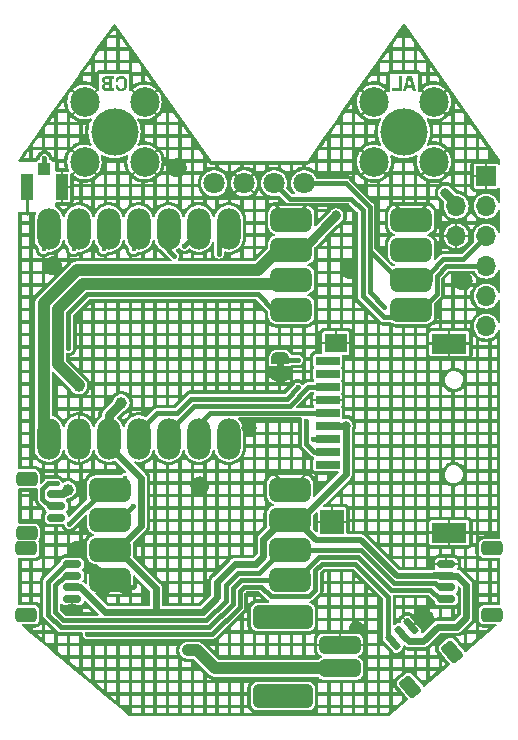
<source format=gbl>
G04 #@! TF.GenerationSoftware,KiCad,Pcbnew,7.0.7-7.0.7~ubuntu22.04.1*
G04 #@! TF.CreationDate,2024-02-20T19:32:10-08:00*
G04 #@! TF.ProjectId,v3.1-DevKitty,76332e31-2d44-4657-964b-697474792e6b,rev?*
G04 #@! TF.SameCoordinates,Original*
G04 #@! TF.FileFunction,Copper,L2,Bot*
G04 #@! TF.FilePolarity,Positive*
%FSLAX46Y46*%
G04 Gerber Fmt 4.6, Leading zero omitted, Abs format (unit mm)*
G04 Created by KiCad (PCBNEW 7.0.7-7.0.7~ubuntu22.04.1) date 2024-02-20 19:32:10*
%MOMM*%
%LPD*%
G01*
G04 APERTURE LIST*
G04 Aperture macros list*
%AMRoundRect*
0 Rectangle with rounded corners*
0 $1 Rounding radius*
0 $2 $3 $4 $5 $6 $7 $8 $9 X,Y pos of 4 corners*
0 Add a 4 corners polygon primitive as box body*
4,1,4,$2,$3,$4,$5,$6,$7,$8,$9,$2,$3,0*
0 Add four circle primitives for the rounded corners*
1,1,$1+$1,$2,$3*
1,1,$1+$1,$4,$5*
1,1,$1+$1,$6,$7*
1,1,$1+$1,$8,$9*
0 Add four rect primitives between the rounded corners*
20,1,$1+$1,$2,$3,$4,$5,0*
20,1,$1+$1,$4,$5,$6,$7,0*
20,1,$1+$1,$6,$7,$8,$9,0*
20,1,$1+$1,$8,$9,$2,$3,0*%
%AMFreePoly0*
4,1,19,0.000000,0.744911,0.071157,0.744911,0.207708,0.704816,0.327430,0.627875,0.420627,0.520320,0.479746,0.390866,0.500000,0.250000,0.500000,-0.250000,0.479746,-0.390866,0.420627,-0.520320,0.327430,-0.627875,0.207708,-0.704816,0.071157,-0.744911,0.000000,-0.744911,0.000000,-0.750000,-0.500000,-0.750000,-0.500000,0.750000,0.000000,0.750000,0.000000,0.744911,0.000000,0.744911,
$1*%
%AMFreePoly1*
4,1,19,0.500000,-0.750000,0.000000,-0.750000,0.000000,-0.744911,-0.071157,-0.744911,-0.207708,-0.704816,-0.327430,-0.627875,-0.420627,-0.520320,-0.479746,-0.390866,-0.500000,-0.250000,-0.500000,0.250000,-0.479746,0.390866,-0.420627,0.520320,-0.327430,0.627875,-0.207708,0.704816,-0.071157,0.744911,0.000000,0.744911,0.000000,0.750000,0.500000,0.750000,0.500000,-0.750000,0.500000,-0.750000,
$1*%
G04 Aperture macros list end*
%ADD10C,0.250000*%
G04 #@! TA.AperFunction,NonConductor*
%ADD11C,0.250000*%
G04 #@! TD*
G04 #@! TA.AperFunction,SMDPad,CuDef*
%ADD12O,1.700000X1.700000*%
G04 #@! TD*
G04 #@! TA.AperFunction,ComponentPad*
%ADD13O,1.700000X1.700000*%
G04 #@! TD*
G04 #@! TA.AperFunction,ComponentPad*
%ADD14R,1.700000X1.700000*%
G04 #@! TD*
G04 #@! TA.AperFunction,ComponentPad*
%ADD15C,2.500000*%
G04 #@! TD*
G04 #@! TA.AperFunction,ComponentPad*
%ADD16C,4.000000*%
G04 #@! TD*
G04 #@! TA.AperFunction,SMDPad,CuDef*
%ADD17RoundRect,0.250000X-0.149696X0.722905X-0.685928X0.272953X0.149696X-0.722905X0.685928X-0.272953X0*%
G04 #@! TD*
G04 #@! TA.AperFunction,SMDPad,CuDef*
%ADD18RoundRect,0.150000X-0.286836X0.575196X-0.516649X0.382360X0.286836X-0.575196X0.516649X-0.382360X0*%
G04 #@! TD*
G04 #@! TA.AperFunction,ComponentPad*
%ADD19C,1.800000*%
G04 #@! TD*
G04 #@! TA.AperFunction,SMDPad,CuDef*
%ADD20RoundRect,0.250000X0.650000X-0.350000X0.650000X0.350000X-0.650000X0.350000X-0.650000X-0.350000X0*%
G04 #@! TD*
G04 #@! TA.AperFunction,SMDPad,CuDef*
%ADD21RoundRect,0.150000X0.625000X-0.150000X0.625000X0.150000X-0.625000X0.150000X-0.625000X-0.150000X0*%
G04 #@! TD*
G04 #@! TA.AperFunction,SMDPad,CuDef*
%ADD22R,1.000000X2.200000*%
G04 #@! TD*
G04 #@! TA.AperFunction,SMDPad,CuDef*
%ADD23R,1.000000X1.050000*%
G04 #@! TD*
G04 #@! TA.AperFunction,SMDPad,CuDef*
%ADD24FreePoly0,90.000000*%
G04 #@! TD*
G04 #@! TA.AperFunction,SMDPad,CuDef*
%ADD25FreePoly1,90.000000*%
G04 #@! TD*
G04 #@! TA.AperFunction,SMDPad,CuDef*
%ADD26RoundRect,0.250000X-0.650000X0.350000X-0.650000X-0.350000X0.650000X-0.350000X0.650000X0.350000X0*%
G04 #@! TD*
G04 #@! TA.AperFunction,SMDPad,CuDef*
%ADD27RoundRect,0.150000X-0.625000X0.150000X-0.625000X-0.150000X0.625000X-0.150000X0.625000X0.150000X0*%
G04 #@! TD*
G04 #@! TA.AperFunction,SMDPad,CuDef*
%ADD28O,2.000000X3.500000*%
G04 #@! TD*
G04 #@! TA.AperFunction,SMDPad,CuDef*
%ADD29RoundRect,0.500000X-1.250000X0.500000X-1.250000X-0.500000X1.250000X-0.500000X1.250000X0.500000X0*%
G04 #@! TD*
G04 #@! TA.AperFunction,SMDPad,CuDef*
%ADD30RoundRect,0.333335X2.166665X-0.666665X2.166665X0.666665X-2.166665X0.666665X-2.166665X-0.666665X0*%
G04 #@! TD*
G04 #@! TA.AperFunction,SMDPad,CuDef*
%ADD31RoundRect,0.375000X1.375000X-0.375000X1.375000X0.375000X-1.375000X0.375000X-1.375000X-0.375000X0*%
G04 #@! TD*
G04 #@! TA.AperFunction,SMDPad,CuDef*
%ADD32RoundRect,0.500000X1.250000X-0.500000X1.250000X0.500000X-1.250000X0.500000X-1.250000X-0.500000X0*%
G04 #@! TD*
G04 #@! TA.AperFunction,SMDPad,CuDef*
%ADD33R,3.000000X1.700000*%
G04 #@! TD*
G04 #@! TA.AperFunction,SMDPad,CuDef*
%ADD34R,2.000000X2.100000*%
G04 #@! TD*
G04 #@! TA.AperFunction,SMDPad,CuDef*
%ADD35R,1.900000X1.600000*%
G04 #@! TD*
G04 #@! TA.AperFunction,SMDPad,CuDef*
%ADD36R,2.000000X0.700000*%
G04 #@! TD*
G04 #@! TA.AperFunction,ViaPad*
%ADD37C,0.800000*%
G04 #@! TD*
G04 #@! TA.AperFunction,ViaPad*
%ADD38C,1.000000*%
G04 #@! TD*
G04 #@! TA.AperFunction,ViaPad*
%ADD39C,0.400000*%
G04 #@! TD*
G04 #@! TA.AperFunction,ViaPad*
%ADD40C,0.600000*%
G04 #@! TD*
G04 #@! TA.AperFunction,Conductor*
%ADD41C,0.800000*%
G04 #@! TD*
G04 #@! TA.AperFunction,Conductor*
%ADD42C,1.000000*%
G04 #@! TD*
G04 #@! TA.AperFunction,Conductor*
%ADD43C,0.400000*%
G04 #@! TD*
G04 #@! TA.AperFunction,Conductor*
%ADD44C,0.600000*%
G04 #@! TD*
G04 #@! TA.AperFunction,Conductor*
%ADD45C,0.500000*%
G04 #@! TD*
G04 #@! TA.AperFunction,Conductor*
%ADD46C,0.250000*%
G04 #@! TD*
G04 APERTURE END LIST*
D10*
D11*
G36*
X13246815Y24481250D02*
G01*
X13008678Y24481250D01*
X12942122Y24750833D01*
X12504622Y24750833D01*
X12438371Y24481250D01*
X12200235Y24481250D01*
X12327243Y24964240D01*
X12558966Y24964240D01*
X12888084Y24964240D01*
X12739401Y25561108D01*
X12707649Y25561108D01*
X12558966Y24964240D01*
X12327243Y24964240D01*
X12522330Y25706127D01*
X12924720Y25706127D01*
X13246815Y24481250D01*
G37*
G36*
X12053994Y24481250D02*
G01*
X12053994Y25706127D01*
X11822879Y25706127D01*
X11822879Y24691298D01*
X11262953Y24691298D01*
X11262953Y24481250D01*
X12053994Y24481250D01*
G37*
D10*
D11*
G36*
X-11687325Y24456825D02*
G01*
X-11673202Y24456949D01*
X-11659262Y24457320D01*
X-11645507Y24457939D01*
X-11631936Y24458805D01*
X-11618550Y24459919D01*
X-11605348Y24461280D01*
X-11592330Y24462888D01*
X-11579496Y24464744D01*
X-11566846Y24466847D01*
X-11554381Y24469198D01*
X-11542100Y24471797D01*
X-11530003Y24474643D01*
X-11518091Y24477736D01*
X-11494818Y24484665D01*
X-11472283Y24492584D01*
X-11450485Y24501492D01*
X-11429424Y24511391D01*
X-11409100Y24522279D01*
X-11389513Y24534157D01*
X-11370662Y24547025D01*
X-11352549Y24560883D01*
X-11335173Y24575731D01*
X-11326762Y24583526D01*
X-11310680Y24599829D01*
X-11295635Y24616986D01*
X-11281628Y24634996D01*
X-11268659Y24653860D01*
X-11256727Y24673579D01*
X-11245832Y24694151D01*
X-11235976Y24715577D01*
X-11227156Y24737857D01*
X-11219375Y24760991D01*
X-11215873Y24772878D01*
X-11212631Y24784979D01*
X-11209648Y24797293D01*
X-11206924Y24809821D01*
X-11204460Y24822562D01*
X-11202255Y24835516D01*
X-11200310Y24848684D01*
X-11198624Y24862066D01*
X-11197197Y24875661D01*
X-11196030Y24889469D01*
X-11195122Y24903491D01*
X-11194473Y24917726D01*
X-11194084Y24932175D01*
X-11193955Y24946837D01*
X-11193955Y25240845D01*
X-11194084Y25255507D01*
X-11194473Y25269955D01*
X-11195122Y25284189D01*
X-11196030Y25298208D01*
X-11197197Y25312014D01*
X-11198624Y25325606D01*
X-11200310Y25338983D01*
X-11202255Y25352147D01*
X-11204460Y25365096D01*
X-11206924Y25377832D01*
X-11209648Y25390353D01*
X-11212631Y25402660D01*
X-11215873Y25414754D01*
X-11219375Y25426633D01*
X-11223136Y25438298D01*
X-11231436Y25460986D01*
X-11240774Y25482817D01*
X-11251150Y25503793D01*
X-11262563Y25523912D01*
X-11275014Y25543174D01*
X-11288502Y25561581D01*
X-11303028Y25579131D01*
X-11318591Y25595825D01*
X-11326762Y25603851D01*
X-11343769Y25619230D01*
X-11361514Y25633618D01*
X-11379995Y25647013D01*
X-11399214Y25659416D01*
X-11419170Y25670827D01*
X-11439862Y25681245D01*
X-11461292Y25690671D01*
X-11483459Y25699105D01*
X-11506362Y25706547D01*
X-11530003Y25712997D01*
X-11542100Y25715849D01*
X-11554381Y25718454D01*
X-11566846Y25720811D01*
X-11579496Y25722919D01*
X-11592330Y25724780D01*
X-11605348Y25726392D01*
X-11618550Y25727756D01*
X-11631936Y25728872D01*
X-11645507Y25729741D01*
X-11659262Y25730361D01*
X-11673202Y25730733D01*
X-11687325Y25730857D01*
X-11701327Y25730736D01*
X-11715128Y25730374D01*
X-11728730Y25729770D01*
X-11742132Y25728925D01*
X-11755334Y25727838D01*
X-11768337Y25726510D01*
X-11781140Y25724940D01*
X-11793743Y25723129D01*
X-11806146Y25721076D01*
X-11818349Y25718782D01*
X-11830353Y25716246D01*
X-11853761Y25710450D01*
X-11876370Y25703688D01*
X-11898181Y25695960D01*
X-11919192Y25687266D01*
X-11939404Y25677606D01*
X-11958817Y25666980D01*
X-11977431Y25655388D01*
X-11995246Y25642830D01*
X-12012261Y25629306D01*
X-12028478Y25614816D01*
X-12036287Y25607209D01*
X-12051260Y25591432D01*
X-12065267Y25574937D01*
X-12078308Y25557725D01*
X-12090383Y25539794D01*
X-12101492Y25521146D01*
X-12111635Y25501779D01*
X-12120812Y25481695D01*
X-12129023Y25460892D01*
X-12136268Y25439372D01*
X-12142547Y25417134D01*
X-12147860Y25394178D01*
X-12152207Y25370503D01*
X-12154018Y25358397D01*
X-12155588Y25346111D01*
X-12156916Y25333646D01*
X-12158003Y25321001D01*
X-12158848Y25308177D01*
X-12159452Y25295173D01*
X-12159814Y25281990D01*
X-12159935Y25268627D01*
X-12159935Y25258247D01*
X-11932484Y25258247D01*
X-11932484Y25275649D01*
X-11932248Y25289084D01*
X-11931539Y25302216D01*
X-11930359Y25315044D01*
X-11928706Y25327570D01*
X-11926581Y25339793D01*
X-11922507Y25357559D01*
X-11917371Y25374644D01*
X-11911173Y25391047D01*
X-11903912Y25406769D01*
X-11895588Y25421809D01*
X-11886202Y25436167D01*
X-11875753Y25449844D01*
X-11872034Y25454252D01*
X-11860139Y25466746D01*
X-11847122Y25478012D01*
X-11832983Y25488049D01*
X-11817723Y25496856D01*
X-11801341Y25504435D01*
X-11789797Y25508804D01*
X-11777754Y25512628D01*
X-11765213Y25515905D01*
X-11752173Y25518636D01*
X-11738635Y25520821D01*
X-11724598Y25522460D01*
X-11710063Y25523552D01*
X-11695029Y25524098D01*
X-11687325Y25524166D01*
X-11672226Y25523872D01*
X-11657534Y25522988D01*
X-11643251Y25521515D01*
X-11629375Y25519453D01*
X-11615907Y25516802D01*
X-11602847Y25513562D01*
X-11590195Y25509733D01*
X-11577950Y25505314D01*
X-11566114Y25500306D01*
X-11554685Y25494709D01*
X-11543664Y25488523D01*
X-11533051Y25481748D01*
X-11522846Y25474384D01*
X-11513049Y25466431D01*
X-11503660Y25457888D01*
X-11494679Y25448756D01*
X-11486212Y25439156D01*
X-11478292Y25429131D01*
X-11470919Y25418682D01*
X-11464091Y25407808D01*
X-11457810Y25396509D01*
X-11452074Y25384786D01*
X-11446886Y25372638D01*
X-11442243Y25360066D01*
X-11438146Y25347069D01*
X-11434596Y25333647D01*
X-11431592Y25319802D01*
X-11429134Y25305531D01*
X-11427222Y25290836D01*
X-11425857Y25275716D01*
X-11425037Y25260172D01*
X-11424764Y25244203D01*
X-11424764Y24943174D01*
X-11425037Y24927422D01*
X-11425857Y24912071D01*
X-11427222Y24897121D01*
X-11429134Y24882571D01*
X-11431592Y24868422D01*
X-11434596Y24854674D01*
X-11438146Y24841326D01*
X-11442243Y24828380D01*
X-11446886Y24815834D01*
X-11452074Y24803688D01*
X-11457810Y24791944D01*
X-11464091Y24780600D01*
X-11470919Y24769656D01*
X-11478292Y24759114D01*
X-11486212Y24748972D01*
X-11494679Y24739231D01*
X-11503660Y24730025D01*
X-11513049Y24721414D01*
X-11522846Y24713396D01*
X-11533051Y24705972D01*
X-11543664Y24699142D01*
X-11554685Y24692906D01*
X-11566114Y24687264D01*
X-11577950Y24682216D01*
X-11590195Y24677761D01*
X-11602847Y24673901D01*
X-11615907Y24670634D01*
X-11629375Y24667962D01*
X-11643251Y24665883D01*
X-11657534Y24664398D01*
X-11672226Y24663507D01*
X-11687325Y24663210D01*
X-11702608Y24663487D01*
X-11717393Y24664317D01*
X-11731679Y24665701D01*
X-11745466Y24667637D01*
X-11758755Y24670127D01*
X-11771546Y24673171D01*
X-11783838Y24676768D01*
X-11795632Y24680918D01*
X-11806927Y24685622D01*
X-11822935Y24693715D01*
X-11837821Y24703053D01*
X-11851585Y24713636D01*
X-11864228Y24725464D01*
X-11872034Y24734041D01*
X-11882837Y24747638D01*
X-11892577Y24761869D01*
X-11901255Y24776733D01*
X-11908871Y24792230D01*
X-11915423Y24808360D01*
X-11920913Y24825124D01*
X-11925341Y24842521D01*
X-11928706Y24860551D01*
X-11930359Y24872923D01*
X-11931539Y24885576D01*
X-11932248Y24898511D01*
X-11932484Y24911728D01*
X-11932484Y24943174D01*
X-12159935Y24943174D01*
X-12159935Y24918750D01*
X-12159814Y24905387D01*
X-12159452Y24892204D01*
X-12158848Y24879200D01*
X-12158003Y24866376D01*
X-12156916Y24853731D01*
X-12155588Y24841266D01*
X-12154018Y24828980D01*
X-12152207Y24816874D01*
X-12147860Y24793199D01*
X-12142547Y24770243D01*
X-12136268Y24748005D01*
X-12129023Y24726485D01*
X-12120812Y24705682D01*
X-12111635Y24685598D01*
X-12101492Y24666231D01*
X-12090383Y24647583D01*
X-12078308Y24629652D01*
X-12065267Y24612439D01*
X-12051260Y24595945D01*
X-12036287Y24580168D01*
X-12020470Y24565232D01*
X-12003853Y24551259D01*
X-11986438Y24538251D01*
X-11968224Y24526205D01*
X-11949210Y24515124D01*
X-11929398Y24505006D01*
X-11908786Y24495852D01*
X-11887375Y24487661D01*
X-11865166Y24480434D01*
X-11842157Y24474170D01*
X-11818349Y24468870D01*
X-11806146Y24466582D01*
X-11793743Y24464534D01*
X-11781140Y24462727D01*
X-11768337Y24461161D01*
X-11755334Y24459837D01*
X-11742132Y24458752D01*
X-11728730Y24457909D01*
X-11715128Y24457307D01*
X-11701327Y24456946D01*
X-11687325Y24456825D01*
G37*
G36*
X-12312892Y25503101D02*
G01*
X-12473787Y25503101D01*
X-12473787Y24684276D01*
X-12312892Y24684276D01*
X-12312892Y24481250D01*
X-12949755Y24481250D01*
X-12956617Y24481287D01*
X-12970182Y24481588D01*
X-12983534Y24482189D01*
X-12996674Y24483090D01*
X-13009602Y24484292D01*
X-13022317Y24485795D01*
X-13034820Y24487598D01*
X-13047111Y24489702D01*
X-13059190Y24492106D01*
X-13076910Y24496276D01*
X-13094152Y24501122D01*
X-13110916Y24506645D01*
X-13127203Y24512843D01*
X-13143013Y24519718D01*
X-13153289Y24524660D01*
X-13168172Y24532574D01*
X-13182416Y24541089D01*
X-13196021Y24550205D01*
X-13208988Y24559922D01*
X-13221316Y24570241D01*
X-13233006Y24581160D01*
X-13244056Y24592681D01*
X-13254469Y24604802D01*
X-13264242Y24617525D01*
X-13273377Y24630848D01*
X-13276289Y24635418D01*
X-13284468Y24649462D01*
X-13291816Y24664011D01*
X-13298332Y24679065D01*
X-13304016Y24694623D01*
X-13308869Y24710685D01*
X-13312889Y24727252D01*
X-13316078Y24744323D01*
X-13318435Y24761899D01*
X-13319960Y24779979D01*
X-13320514Y24792313D01*
X-13320699Y24804871D01*
X-13320699Y24822579D01*
X-13320668Y24828004D01*
X-13320520Y24832959D01*
X-13089890Y24832959D01*
X-13089844Y24828734D01*
X-13089165Y24816425D01*
X-13086989Y24800864D01*
X-13083364Y24786276D01*
X-13078288Y24772662D01*
X-13071762Y24760020D01*
X-13063786Y24748352D01*
X-13054360Y24737657D01*
X-13043484Y24727935D01*
X-13031429Y24719348D01*
X-13018468Y24711906D01*
X-13004600Y24705609D01*
X-12989826Y24700457D01*
X-12974146Y24696450D01*
X-12961791Y24694196D01*
X-12948927Y24692586D01*
X-12935552Y24691620D01*
X-12921667Y24691298D01*
X-12704902Y24691298D01*
X-12704902Y24992328D01*
X-12921667Y24992328D01*
X-12935871Y24992003D01*
X-12949517Y24991029D01*
X-12962604Y24989406D01*
X-12975134Y24987133D01*
X-12990971Y24983092D01*
X-13005817Y24977897D01*
X-13019670Y24971548D01*
X-13032531Y24964044D01*
X-13044399Y24955386D01*
X-13047198Y24953065D01*
X-13057505Y24943162D01*
X-13066389Y24932266D01*
X-13073853Y24920379D01*
X-13079894Y24907499D01*
X-13084514Y24893626D01*
X-13087713Y24878762D01*
X-13089490Y24862905D01*
X-13089890Y24850362D01*
X-13089890Y24832959D01*
X-13320520Y24832959D01*
X-13320194Y24843893D01*
X-13319151Y24859202D01*
X-13317539Y24873932D01*
X-13315358Y24888082D01*
X-13312609Y24901653D01*
X-13309290Y24914643D01*
X-13305403Y24927055D01*
X-13300947Y24938886D01*
X-13295922Y24950139D01*
X-13288337Y24964240D01*
X-13280041Y24977425D01*
X-13271335Y24989809D01*
X-13262219Y25001391D01*
X-13252693Y25012172D01*
X-13242756Y25022152D01*
X-13232409Y25031330D01*
X-13221652Y25039707D01*
X-13210485Y25047282D01*
X-13199222Y25054242D01*
X-13188178Y25060620D01*
X-13177354Y25066416D01*
X-13164133Y25072843D01*
X-13151255Y25078360D01*
X-13138719Y25082968D01*
X-13126526Y25086666D01*
X-13126526Y25118113D01*
X-13136210Y25121495D01*
X-13148503Y25126434D01*
X-13161004Y25132163D01*
X-13173714Y25138682D01*
X-13186633Y25145991D01*
X-13197118Y25152407D01*
X-13207737Y25159329D01*
X-13218318Y25166957D01*
X-13228536Y25175338D01*
X-13238391Y25184473D01*
X-13247884Y25194362D01*
X-13257015Y25205005D01*
X-13265783Y25216401D01*
X-13274188Y25228552D01*
X-13282231Y25241455D01*
X-13289601Y25255294D01*
X-13295989Y25270097D01*
X-13300134Y25281831D01*
X-13303727Y25294107D01*
X-13306768Y25306925D01*
X-13309255Y25320286D01*
X-13311190Y25334188D01*
X-13311782Y25340374D01*
X-13082868Y25340374D01*
X-13082143Y25324632D01*
X-13079967Y25309767D01*
X-13076342Y25295780D01*
X-13071266Y25282671D01*
X-13064740Y25270440D01*
X-13056764Y25259087D01*
X-13047338Y25248611D01*
X-13036462Y25239013D01*
X-13027538Y25232466D01*
X-13014946Y25224738D01*
X-13001563Y25218154D01*
X-12987388Y25212716D01*
X-12972421Y25208423D01*
X-12956662Y25205275D01*
X-12944323Y25203665D01*
X-12931539Y25202699D01*
X-12918309Y25202377D01*
X-12704902Y25202377D01*
X-12704902Y25496384D01*
X-12918309Y25496384D01*
X-12931858Y25496067D01*
X-12944913Y25495117D01*
X-12957475Y25493534D01*
X-12969543Y25491318D01*
X-12984865Y25487377D01*
X-12999310Y25482311D01*
X-13012877Y25476119D01*
X-13025566Y25468802D01*
X-13037378Y25460358D01*
X-13040176Y25458095D01*
X-13050483Y25448443D01*
X-13059367Y25437826D01*
X-13066831Y25426246D01*
X-13072872Y25413702D01*
X-13077492Y25400195D01*
X-13080691Y25385724D01*
X-13082468Y25370290D01*
X-13082868Y25358081D01*
X-13082868Y25340374D01*
X-13311782Y25340374D01*
X-13312572Y25348632D01*
X-13313401Y25363619D01*
X-13313677Y25379147D01*
X-13313677Y25396550D01*
X-13313496Y25408465D01*
X-13312544Y25425940D01*
X-13310777Y25442937D01*
X-13308194Y25459456D01*
X-13304795Y25475498D01*
X-13300580Y25491062D01*
X-13295550Y25506149D01*
X-13289704Y25520758D01*
X-13283042Y25534889D01*
X-13275564Y25548543D01*
X-13267271Y25561719D01*
X-13261363Y25570258D01*
X-13251955Y25582601D01*
X-13241893Y25594386D01*
X-13231176Y25605613D01*
X-13219804Y25616282D01*
X-13207777Y25626393D01*
X-13195095Y25635946D01*
X-13181759Y25644940D01*
X-13167768Y25653377D01*
X-13153123Y25661255D01*
X-13137822Y25668575D01*
X-13127329Y25673122D01*
X-13111163Y25679393D01*
X-13094488Y25685004D01*
X-13077303Y25689955D01*
X-13059609Y25694246D01*
X-13047529Y25696739D01*
X-13035222Y25698940D01*
X-13022690Y25700847D01*
X-13009930Y25702460D01*
X-12996944Y25703780D01*
X-12983731Y25704807D01*
X-12970292Y25705541D01*
X-12956626Y25705981D01*
X-12942733Y25706127D01*
X-12312892Y25706127D01*
X-12312892Y25503101D01*
G37*
G04 #@! TA.AperFunction,EtchedComponent*
G36*
X2100000Y960000D02*
G01*
X1500000Y960000D01*
X1500000Y1460000D01*
X2100000Y1460000D01*
X2100000Y960000D01*
G37*
G04 #@! TD.AperFunction*
D12*
X16670000Y12190000D03*
X16670000Y14710000D03*
D13*
X19210000Y4550000D03*
X19210000Y7090000D03*
X19210000Y9630000D03*
X19210000Y12170000D03*
X19210000Y14710000D03*
D14*
X19210000Y17250000D03*
D15*
X-14790000Y23540000D03*
X-14790000Y18460000D03*
X-9710000Y23540000D03*
X-9710000Y18460000D03*
D16*
X-12250000Y21000000D03*
X12250000Y21000000D03*
D15*
X14790000Y18460000D03*
X14790000Y23540000D03*
X9710000Y18460000D03*
X9710000Y23540000D03*
D17*
X16333804Y-23008177D03*
X12810000Y-25965000D03*
D18*
X11315055Y-22160954D03*
X12081100Y-21518166D03*
X12847144Y-20875379D03*
D19*
X-3810000Y16650000D03*
X-1270000Y16650000D03*
X1270000Y16650000D03*
X3810000Y16650000D03*
D20*
X-19705000Y-14270000D03*
X-19705000Y-19870000D03*
D21*
X-15830000Y-15570000D03*
X-15830000Y-16570000D03*
X-15830000Y-17570000D03*
X-15830000Y-18570000D03*
D22*
X-19655000Y16345000D03*
X-16705000Y16345000D03*
D23*
X-18180000Y17870000D03*
D24*
X1800000Y1860000D03*
D25*
X1800000Y560000D03*
D26*
X19705000Y-19870000D03*
X19705000Y-14270000D03*
D27*
X15830000Y-18570000D03*
X15830000Y-17570000D03*
X15830000Y-16570000D03*
X15830000Y-15570000D03*
D28*
X-17820000Y-4960000D03*
X-15280000Y-4960000D03*
X-12740000Y-4960000D03*
X-10200000Y-4960000D03*
X-7660000Y-4960000D03*
X-5120000Y-4960000D03*
X-2580000Y-4960000D03*
X-2580000Y12820000D03*
X-5120000Y12820000D03*
X-7660000Y12820000D03*
X-10200000Y12820000D03*
X-12740000Y12820000D03*
X-15280000Y12820000D03*
X-17820000Y12820000D03*
D29*
X-12630000Y-9290000D03*
X-12630000Y-11830000D03*
X-12630000Y-14370000D03*
X-12630000Y-16910000D03*
X2610000Y-16910000D03*
X2610000Y-14370000D03*
X2610000Y-11830000D03*
X2610000Y-9290000D03*
D30*
X2000000Y-20070000D03*
X2000000Y-26770000D03*
D31*
X6850000Y-22420000D03*
X6850000Y-24420000D03*
D32*
X2710000Y5930000D03*
X2710000Y8470000D03*
X2710000Y11010000D03*
X2710000Y13550000D03*
X12870000Y5930000D03*
X12870000Y8470000D03*
X12870000Y11010000D03*
X12870000Y13550000D03*
D33*
X16090000Y-12930000D03*
D34*
X6190000Y-12030000D03*
D33*
X16090000Y3070000D03*
D35*
X6490000Y3120000D03*
D36*
X5790000Y1620000D03*
X5790000Y520000D03*
X5790000Y-580000D03*
X5790000Y-1680000D03*
X5790000Y-2780000D03*
X5790000Y-3880000D03*
X5790000Y-4980000D03*
X5790000Y-6080000D03*
X5790000Y-7180000D03*
D26*
X-19700000Y-12970000D03*
X-19700000Y-8370000D03*
D27*
X-17175000Y-11670000D03*
X-17175000Y-10670000D03*
X-17175000Y-9670000D03*
D37*
X15750000Y15855000D03*
X6530000Y13925000D03*
D38*
X13980000Y-20175000D03*
D39*
X-16088498Y-12205000D03*
X-14540000Y-21550000D03*
D40*
X-12750978Y-14751999D03*
D38*
X17272000Y8382000D03*
D39*
X10567735Y6196265D03*
X-7175987Y10499500D03*
X8120000Y-14370000D03*
X10530000Y5290000D03*
X-6325620Y11347822D03*
X8711472Y-15308528D03*
D38*
X-5030000Y-8975000D03*
X-15340000Y-14410000D03*
D40*
X8220000Y-21050000D03*
D38*
X-1016000Y-4064000D03*
X-6935282Y17962404D03*
X7660000Y9370000D03*
X-17475000Y9675000D03*
X-15810000Y-19405000D03*
X-11680000Y-1930000D03*
D37*
X7310000Y-3870000D03*
D39*
X-18180000Y18750000D03*
D38*
X-15279500Y-511892D03*
X-6049500Y-22887000D03*
X-16225000Y-9285000D03*
D39*
X-17140000Y-8760000D03*
X-16160000Y2690000D03*
X3990000Y-3480000D03*
X3300000Y1690000D03*
X-18260000Y11080000D03*
X-15720000Y11080000D03*
X-13180000Y11080000D03*
X-10640000Y11080000D03*
X-10720000Y-10705000D03*
X-3048000Y-5080000D03*
X-3400370Y10669630D03*
X3262178Y-640000D03*
X4590000Y-4980000D03*
X-11380500Y-8290000D03*
D41*
X15750000Y15855000D02*
X16670000Y14935000D01*
X16670000Y14935000D02*
X16670000Y14710000D01*
X3617056Y11010000D02*
X6532056Y13925000D01*
D42*
X2710000Y11010000D02*
X3617056Y11010000D01*
D43*
X10924416Y-20970584D02*
X10920000Y-20975000D01*
X-14540000Y-21550000D02*
X-4012994Y-21550000D01*
X-4012994Y-21550000D02*
X-1650000Y-19187005D01*
X-1650000Y-19187005D02*
X-1650000Y-17867006D01*
X-1650000Y-17867006D02*
X-1292994Y-17510000D01*
X8124415Y-15570000D02*
X10924416Y-18370000D01*
X10920000Y-21765899D02*
X11315055Y-22160954D01*
X987208Y-18310000D02*
X4232792Y-18310000D01*
X10920000Y-20975000D02*
X10920000Y-21765899D01*
X4232792Y-18310000D02*
X4760000Y-17782792D01*
X-1292994Y-17510000D02*
X187208Y-17510000D01*
X4760000Y-17782792D02*
X4760000Y-16091320D01*
X5281320Y-15570000D02*
X8124415Y-15570000D01*
X4760000Y-16091320D02*
X5281320Y-15570000D01*
X187208Y-17510000D02*
X987208Y-18310000D01*
X10924416Y-18370000D02*
X10924416Y-20970584D01*
D41*
X-12740000Y-4960000D02*
X-12740000Y-2990000D01*
X-12740000Y-2990000D02*
X-11680000Y-1930000D01*
D44*
X-12750978Y-14751999D02*
X-12387785Y-14751999D01*
X-8720000Y-17655786D02*
X-8720000Y-19650000D01*
X-12750978Y-14751999D02*
X-11623787Y-14751999D01*
X-11623787Y-14751999D02*
X-8720000Y-17655786D01*
X-12387785Y-14751999D02*
X-12005786Y-14370000D01*
X-12630000Y-14370000D02*
X-12005786Y-14370000D01*
X-12005786Y-14370000D02*
X-10020000Y-12384214D01*
X-10020000Y-12384214D02*
X-10020000Y-8305000D01*
X-12740000Y-5585000D02*
X-12740000Y-4960000D01*
X-10020000Y-8305000D02*
X-12740000Y-5585000D01*
D43*
X-12630000Y-11830000D02*
X-11845000Y-11830000D01*
X-11845000Y-11830000D02*
X-10720000Y-10705000D01*
X-16088498Y-12205000D02*
X-13173498Y-9290000D01*
X-13173498Y-9290000D02*
X-12630000Y-9290000D01*
D42*
X-6049500Y-22887000D02*
X-5260500Y-22887000D01*
X-5260500Y-22887000D02*
X-3727500Y-24420000D01*
X-3727500Y-24420000D02*
X6850000Y-24420000D01*
D45*
X15780000Y-16520000D02*
X14775000Y-16520000D01*
X15830000Y-16570000D02*
X15780000Y-16520000D01*
D43*
X10009416Y-17455000D02*
X10009416Y-17455000D01*
D44*
X15830000Y-16570000D02*
X16750000Y-16570000D01*
X16750000Y-16570000D02*
X17550000Y-17370000D01*
X17550000Y-17370000D02*
X17550000Y-20105745D01*
X16746343Y-20909402D02*
X15105598Y-20909402D01*
X17550000Y-20105745D02*
X16746343Y-20909402D01*
X15105598Y-20909402D02*
X13893432Y-22121568D01*
X13893432Y-22121568D02*
X12684502Y-22121568D01*
X12684502Y-22121568D02*
X12081100Y-21518166D01*
D43*
X14420000Y8470000D02*
X14420000Y9090000D01*
X15560000Y10230000D02*
X17270000Y10230000D01*
X14420000Y9090000D02*
X15560000Y10230000D01*
X17270000Y10230000D02*
X19210000Y12170000D01*
X12870000Y8470000D02*
X14420000Y8470000D01*
X15020000Y7270000D02*
X15020000Y8841472D01*
X15020000Y8841472D02*
X15808528Y9630000D01*
X15808528Y9630000D02*
X19210000Y9630000D01*
X12870000Y5930000D02*
X13680000Y5930000D01*
X13680000Y5930000D02*
X15020000Y7270000D01*
X-3400370Y12439630D02*
X-3020000Y12820000D01*
X-3400370Y10669630D02*
X-3400370Y12439630D01*
X7330000Y16650000D02*
X9350000Y14630000D01*
X11421472Y-17170000D02*
X14877183Y-17170000D01*
X-16570000Y-20350000D02*
X-4510050Y-20350000D01*
X11810000Y8470000D02*
X12870000Y8470000D01*
X3160000Y-14370000D02*
X3380000Y-14590000D01*
X8621472Y-14370000D02*
X11421472Y-17170000D01*
X2610000Y-14370000D02*
X3160000Y-14370000D01*
X1920000Y-14370000D02*
X2610000Y-14370000D01*
X3600000Y-14370000D02*
X8621472Y-14370000D01*
X-16470000Y-16570000D02*
X-17280000Y-17380000D01*
X15277183Y-17570000D02*
X15830000Y-17570000D01*
X-2850000Y-18689949D02*
X-2850000Y-17369950D01*
X-17280000Y-17380000D02*
X-17280000Y-19640000D01*
X10567735Y6196265D02*
X9350000Y7414000D01*
X-2850000Y-17369950D02*
X-1790050Y-16310000D01*
X-4510050Y-20350000D02*
X-2850000Y-18689949D01*
X-7175987Y10499500D02*
X-8100000Y11423513D01*
X11310000Y8470000D02*
X12870000Y8470000D01*
X-17280000Y-19640000D02*
X-16570000Y-20350000D01*
X9350000Y7414000D02*
X9350000Y9650000D01*
X-1790050Y-16310000D02*
X-20000Y-16310000D01*
X-8100000Y11510000D02*
X-8100000Y12820000D01*
X3380000Y-14590000D02*
X3600000Y-14370000D01*
X-20000Y-16310000D02*
X1920000Y-14370000D01*
X9350000Y14630000D02*
X9350000Y9650000D01*
X14877183Y-17170000D02*
X15277183Y-17570000D01*
X-15830000Y-16570000D02*
X-16470000Y-16570000D01*
X-8100000Y11423513D02*
X-8100000Y12820000D01*
X3810000Y16650000D02*
X7330000Y16650000D01*
X9350000Y10930000D02*
X11810000Y8470000D01*
X-5560000Y12113442D02*
X-5560000Y12820000D01*
X11172944Y-17770000D02*
X14477183Y-17770000D01*
X15277183Y-18570000D02*
X15830000Y-18570000D01*
X-17880000Y-19888528D02*
X-16818528Y-20950000D01*
X1270000Y16650000D02*
X2570000Y15350000D01*
X-6325620Y11347822D02*
X-5560000Y12113442D01*
X5032792Y-14970000D02*
X8372944Y-14970000D01*
X10530000Y5290000D02*
X12230000Y5290000D01*
X-4261522Y-20950000D02*
X-2250000Y-18938477D01*
X-15830000Y-15570000D02*
X-16382817Y-15570000D01*
X2610000Y-16910000D02*
X3092792Y-16910000D01*
X7781472Y15350000D02*
X8750000Y14381472D01*
X8750000Y7070000D02*
X10530000Y5290000D01*
X12230000Y5290000D02*
X12870000Y5930000D01*
X3092792Y-16910000D02*
X5032792Y-14970000D01*
X8372944Y-14970000D02*
X11172944Y-17770000D01*
X2570000Y15350000D02*
X7781472Y15350000D01*
X-17880000Y-17067183D02*
X-17880000Y-19888528D01*
X-2250000Y-18938477D02*
X-2250000Y-17618478D01*
X-16818528Y-20950000D02*
X-4261522Y-20950000D01*
X-2250000Y-17618478D02*
X-1541522Y-16910000D01*
X8750000Y14381472D02*
X8750000Y7070000D01*
X-16382817Y-15570000D02*
X-17880000Y-17067183D01*
X14477183Y-17770000D02*
X15277183Y-18570000D01*
X-1541522Y-16910000D02*
X2610000Y-16910000D01*
D46*
X-19660000Y14090000D02*
X-19655000Y14095000D01*
X-19655000Y16345000D02*
X-19655000Y14095000D01*
D44*
X-3550000Y-17080000D02*
X-2080000Y-15610000D01*
X-8720000Y-19650000D02*
X-4800000Y-19650000D01*
X-9940000Y-19650000D02*
X-8720000Y-19650000D01*
X-3550000Y-18400000D02*
X-3550000Y-17080000D01*
X7310000Y-3860000D02*
X7060000Y-3880000D01*
X1985786Y-11830000D02*
X2610000Y-11830000D01*
D45*
X11670000Y-16570000D02*
X15830000Y-16570000D01*
D44*
X-15130000Y-17570000D02*
X-14880000Y-17820000D01*
X360000Y-14940050D02*
X360000Y-13455786D01*
D45*
X4830000Y-13520000D02*
X8620000Y-13520000D01*
D44*
X2610000Y-11830000D02*
X3490000Y-11830000D01*
X5790000Y-3880000D02*
X7020000Y-3880000D01*
D45*
X8620000Y-13520000D02*
X11670000Y-16570000D01*
X3140000Y-11830000D02*
X4830000Y-13520000D01*
D44*
X-309950Y-15610000D02*
X360000Y-14940050D01*
D45*
X2610000Y-11830000D02*
X3140000Y-11830000D01*
D44*
X3490000Y-11830000D02*
X7340000Y-7980000D01*
X-15830000Y-17570000D02*
X-15130000Y-17570000D01*
X7340000Y-7980000D02*
X7340000Y-3900000D01*
X7020000Y-3880000D02*
X7310000Y-3860000D01*
X7340000Y-3900000D02*
X7310000Y-3870000D01*
X-13054214Y-19650000D02*
X-9940000Y-19650000D01*
X-4800000Y-19650000D02*
X-3550000Y-18400000D01*
X360000Y-13455786D02*
X1985786Y-11830000D01*
X-14880000Y-17820000D02*
X-14880000Y-17824214D01*
X-2080000Y-15610000D02*
X-309950Y-15610000D01*
X-14880000Y-17824214D02*
X-13054214Y-19650000D01*
X7060000Y-3880000D02*
X7040000Y-3880000D01*
D43*
X-18180000Y18750000D02*
X-18180000Y17870000D01*
D42*
X-15279500Y-470500D02*
X-17060000Y1310000D01*
X2710000Y8470000D02*
X2380000Y8140000D01*
D44*
X-16610000Y-9670000D02*
X-17175000Y-9670000D01*
D42*
X-14932944Y8140000D02*
X-17060000Y6012944D01*
D44*
X-15279500Y-511892D02*
X-15279500Y-470500D01*
D42*
X2380000Y8140000D02*
X-14932944Y8140000D01*
X-17060000Y6012944D02*
X-17060000Y1310000D01*
D44*
X-16225000Y-9285000D02*
X-16610000Y-9670000D01*
D43*
X-14560152Y7240000D02*
X-16160000Y5640152D01*
X-17175000Y-10670000D02*
X-17727817Y-10670000D01*
X-18350000Y-10047817D02*
X-18350000Y-9230000D01*
X-110000Y7240000D02*
X-14560152Y7240000D01*
X-18350000Y-9230000D02*
X-17880000Y-8760000D01*
X2710000Y5930000D02*
X1200000Y5930000D01*
X-17880000Y-8760000D02*
X-17140000Y-8760000D01*
X1200000Y5930000D02*
X-110000Y7240000D01*
X-16160000Y5640152D02*
X-16160000Y2690000D01*
X-17727817Y-10670000D02*
X-18350000Y-10047817D01*
X3990000Y-5410000D02*
X4660000Y-6080000D01*
X4660000Y-6080000D02*
X5790000Y-6080000D01*
X3990000Y-3480000D02*
X3990000Y-5410000D01*
X3300000Y1690000D02*
X1970000Y1690000D01*
X1970000Y1690000D02*
X1800000Y1860000D01*
X-3048000Y-5080000D02*
X-3020000Y-5052000D01*
D46*
X-12630000Y-11830000D02*
X-11830000Y-11830000D01*
D43*
X-3020000Y-5052000D02*
X-3020000Y-4960000D01*
X-5560000Y-4960000D02*
X-5560000Y-4210000D01*
X-5560000Y-4210000D02*
X-4130000Y-2780000D01*
X-4130000Y-2780000D02*
X5790000Y-2780000D01*
X4170000Y-580000D02*
X5790000Y-580000D01*
X-8100000Y-4770101D02*
X-5509899Y-2180000D01*
X-8100000Y-4960000D02*
X-8100000Y-4770101D01*
X-5509899Y-2180000D02*
X2570000Y-2180000D01*
X2570000Y-2180000D02*
X4170000Y-580000D01*
X-5758427Y-1580000D02*
X-6988427Y-2810000D01*
X2322178Y-1580000D02*
X-5758427Y-1580000D01*
X-10640000Y-4770101D02*
X-10640000Y-4960000D01*
X-6988427Y-2810000D02*
X-8679899Y-2810000D01*
X5790000Y-4980000D02*
X4590000Y-4980000D01*
X-8679899Y-2810000D02*
X-10640000Y-4770101D01*
X3262178Y-640000D02*
X2322178Y-1580000D01*
D42*
X1590000Y11010000D02*
X2710000Y11010000D01*
X-18260000Y-4960000D02*
X-18260000Y6510000D01*
X-80000Y9340000D02*
X1590000Y11010000D01*
X-18260000Y6510000D02*
X-15430000Y9340000D01*
X-15430000Y9340000D02*
X-80000Y9340000D01*
G04 #@! TA.AperFunction,Conductor*
G36*
X12329065Y30117163D02*
G01*
X12331096Y30114367D01*
X20381596Y18617081D01*
X20399500Y18560297D01*
X20399500Y18278252D01*
X20380593Y18220061D01*
X20331093Y18184097D01*
X20269907Y18184097D01*
X20220407Y18220061D01*
X20218185Y18223250D01*
X20204193Y18244189D01*
X20204189Y18244193D01*
X20138036Y18288396D01*
X20079700Y18299999D01*
X20079697Y18300000D01*
X19310001Y18300000D01*
X19310000Y18299999D01*
X19310000Y17849000D01*
X19291093Y17790809D01*
X19241593Y17754845D01*
X19211000Y17750000D01*
X19209000Y17750000D01*
X19150809Y17768907D01*
X19114845Y17818407D01*
X19110000Y17849000D01*
X19110000Y18299999D01*
X19109999Y18300000D01*
X18340303Y18300000D01*
X18340299Y18299999D01*
X18281963Y18288396D01*
X18215810Y18244193D01*
X18215806Y18244189D01*
X18171603Y18178036D01*
X18160000Y18119700D01*
X18160000Y17350001D01*
X18160001Y17350000D01*
X18611000Y17350000D01*
X18669191Y17331093D01*
X18705155Y17281593D01*
X18710000Y17251000D01*
X18710000Y17249000D01*
X18691093Y17190809D01*
X18641593Y17154845D01*
X18611000Y17150000D01*
X18160001Y17150000D01*
X18160000Y17149999D01*
X18160000Y16380299D01*
X18171603Y16321963D01*
X18215806Y16255810D01*
X18215810Y16255806D01*
X18281963Y16211603D01*
X18340299Y16200000D01*
X19110000Y16200000D01*
X19110000Y16651000D01*
X19128907Y16709191D01*
X19178407Y16745155D01*
X19209000Y16750000D01*
X19211000Y16750000D01*
X19269191Y16731093D01*
X19305155Y16681593D01*
X19310000Y16651000D01*
X19310000Y16200000D01*
X20079700Y16200000D01*
X20138036Y16211603D01*
X20204189Y16255806D01*
X20204192Y16255809D01*
X20218185Y16276750D01*
X20266236Y16314629D01*
X20327374Y16317030D01*
X20378247Y16283036D01*
X20399424Y16225632D01*
X20399500Y16221747D01*
X20399500Y15075009D01*
X20380593Y15016818D01*
X20331093Y14980854D01*
X20269907Y14980854D01*
X20220407Y15016818D01*
X20205763Y15046271D01*
X20204727Y15049686D01*
X20185232Y15113954D01*
X20087685Y15296450D01*
X19956410Y15456410D01*
X19796450Y15587685D01*
X19613954Y15685232D01*
X19415934Y15745300D01*
X19415929Y15745301D01*
X19210003Y15765583D01*
X19209997Y15765583D01*
X19004070Y15745301D01*
X19004065Y15745300D01*
X18943996Y15727078D01*
X18806046Y15685232D01*
X18623550Y15587685D01*
X18623548Y15587683D01*
X18623547Y15587683D01*
X18580262Y15552160D01*
X18463590Y15456410D01*
X18463585Y15456404D01*
X18332316Y15296452D01*
X18234768Y15113954D01*
X18174699Y14915934D01*
X18174698Y14915929D01*
X18154417Y14710003D01*
X18154417Y14709996D01*
X18174698Y14504070D01*
X18174699Y14504065D01*
X18234768Y14306045D01*
X18332316Y14123547D01*
X18463585Y13963595D01*
X18463595Y13963585D01*
X18623547Y13832316D01*
X18806045Y13734768D01*
X19004065Y13674699D01*
X19004070Y13674698D01*
X19209997Y13654417D01*
X19210000Y13654417D01*
X19210003Y13654417D01*
X19415929Y13674698D01*
X19415934Y13674699D01*
X19613954Y13734768D01*
X19796452Y13832316D01*
X19956404Y13963585D01*
X19956410Y13963590D01*
X20053391Y14081762D01*
X20087683Y14123547D01*
X20088226Y14124562D01*
X20185232Y14306046D01*
X20205763Y14373728D01*
X20240748Y14423925D01*
X20298556Y14443971D01*
X20357107Y14426210D01*
X20394036Y14377425D01*
X20399500Y14344990D01*
X20399500Y12535009D01*
X20380593Y12476818D01*
X20331093Y12440854D01*
X20269907Y12440854D01*
X20220407Y12476818D01*
X20205763Y12506271D01*
X20185232Y12573954D01*
X20087685Y12756450D01*
X19956410Y12916410D01*
X19796450Y13047685D01*
X19613954Y13145232D01*
X19415934Y13205300D01*
X19415929Y13205301D01*
X19210003Y13225583D01*
X19209997Y13225583D01*
X19004070Y13205301D01*
X19004065Y13205300D01*
X18943996Y13187078D01*
X18806046Y13145232D01*
X18623550Y13047685D01*
X18623548Y13047683D01*
X18623547Y13047683D01*
X18535516Y12975438D01*
X18463590Y12916410D01*
X18463585Y12916404D01*
X18332316Y12756452D01*
X18234768Y12573954D01*
X18174699Y12375934D01*
X18174698Y12375929D01*
X18154417Y12170003D01*
X18154417Y12169996D01*
X18174698Y11964070D01*
X18174700Y11964062D01*
X18218679Y11819080D01*
X18217478Y11757907D01*
X18193946Y11720339D01*
X17133103Y10659496D01*
X17078586Y10631719D01*
X17063099Y10630500D01*
X15526461Y10630500D01*
X15526437Y10630499D01*
X15496567Y10630499D01*
X15482580Y10625954D01*
X15473633Y10623047D01*
X15458524Y10619419D01*
X15434696Y10615646D01*
X15413195Y10604690D01*
X15398852Y10598750D01*
X15375910Y10591296D01*
X15356397Y10577118D01*
X15343149Y10569000D01*
X15321658Y10558050D01*
X15321657Y10558049D01*
X15299090Y10535483D01*
X14947669Y10184061D01*
X14893152Y10156284D01*
X14832720Y10165855D01*
X14789455Y10209120D01*
X14779884Y10269552D01*
X14783148Y10283517D01*
X14812505Y10377729D01*
X14814086Y10382804D01*
X14820500Y10453384D01*
X14820500Y11058583D01*
X15498500Y11058583D01*
X15498500Y10928499D01*
X15520226Y10928499D01*
X15520250Y10928500D01*
X16184889Y10928500D01*
X16171571Y10932540D01*
X16169267Y10933301D01*
X16162359Y10935772D01*
X16160089Y10936648D01*
X16144319Y10943179D01*
X16142096Y10944165D01*
X16135459Y10947304D01*
X16133289Y10948396D01*
X15935822Y11053943D01*
X15933704Y11055143D01*
X15927966Y11058583D01*
X15498500Y11058583D01*
X14820500Y11058583D01*
X14820500Y11566616D01*
X14814086Y11637196D01*
X14763478Y11799606D01*
X14675472Y11945185D01*
X14555185Y12065472D01*
X14483871Y12108583D01*
X14924904Y12108583D01*
X14925061Y12108340D01*
X15023935Y11944784D01*
X15025404Y11942180D01*
X15029602Y11934182D01*
X15030911Y11931492D01*
X15039534Y11912332D01*
X15040679Y11909569D01*
X15043884Y11901120D01*
X15044859Y11898292D01*
X15101329Y11717073D01*
X15102043Y11714548D01*
X15103991Y11706889D01*
X15104567Y11704346D01*
X15108153Y11686322D01*
X15108596Y11683739D01*
X15109726Y11675914D01*
X15110031Y11673317D01*
X15117684Y11589104D01*
X15117991Y11584603D01*
X15118398Y11575611D01*
X15118500Y11571106D01*
X15118500Y11356583D01*
X15200500Y11356583D01*
X15200500Y12089999D01*
X15624767Y12089999D01*
X15635190Y11984168D01*
X15635191Y11984163D01*
X15695232Y11786237D01*
X15695234Y11786232D01*
X15792724Y11603839D01*
X15792731Y11603829D01*
X15923940Y11443949D01*
X15923949Y11443940D01*
X16083829Y11312731D01*
X16083839Y11312724D01*
X16266232Y11215234D01*
X16266237Y11215232D01*
X16464163Y11155191D01*
X16464168Y11155190D01*
X16569999Y11144767D01*
X16570000Y11144767D01*
X16770000Y11144767D01*
X16875831Y11155190D01*
X16875836Y11155191D01*
X17073762Y11215232D01*
X17073767Y11215234D01*
X17256160Y11312724D01*
X17256170Y11312731D01*
X17416050Y11443940D01*
X17416059Y11443949D01*
X17547268Y11603829D01*
X17547275Y11603839D01*
X17644765Y11786232D01*
X17644767Y11786237D01*
X17704808Y11984163D01*
X17704809Y11984168D01*
X17715232Y12089999D01*
X17715232Y12090000D01*
X16770001Y12090000D01*
X16770000Y12089999D01*
X16770000Y11144767D01*
X16570000Y11144767D01*
X16570000Y12089999D01*
X16569999Y12090000D01*
X15624768Y12090000D01*
X15624767Y12089999D01*
X15200500Y12089999D01*
X15200500Y12108583D01*
X14924904Y12108583D01*
X14483871Y12108583D01*
X14409606Y12153478D01*
X14306056Y12185744D01*
X14256127Y12221106D01*
X14236517Y12279063D01*
X14239925Y12290000D01*
X15624767Y12290000D01*
X16569999Y12290000D01*
X16770000Y12290000D01*
X17715232Y12290000D01*
X17704809Y12395831D01*
X17704808Y12395836D01*
X17644767Y12593762D01*
X17644765Y12593767D01*
X17547275Y12776160D01*
X17547268Y12776170D01*
X17416059Y12936050D01*
X17416050Y12936059D01*
X17256170Y13067268D01*
X17256160Y13067275D01*
X17085333Y13158583D01*
X17614456Y13158583D01*
X17618977Y13154485D01*
X17620739Y13152808D01*
X17632808Y13140739D01*
X17634485Y13138977D01*
X17639414Y13133539D01*
X17641000Y13131700D01*
X17783036Y12958628D01*
X17784529Y12956715D01*
X17788896Y12950827D01*
X17790294Y12948843D01*
X17799777Y12934654D01*
X17801078Y12932599D01*
X17804857Y12926296D01*
X17806057Y12924178D01*
X17911604Y12726711D01*
X17912696Y12724541D01*
X17915835Y12717904D01*
X17916821Y12715681D01*
X17923352Y12699911D01*
X17924228Y12697641D01*
X17926699Y12690732D01*
X17927460Y12688429D01*
X17942772Y12637950D01*
X17952076Y12668621D01*
X17952837Y12670924D01*
X17955308Y12677833D01*
X17956184Y12680103D01*
X17962714Y12695871D01*
X17963698Y12698090D01*
X17966837Y12704728D01*
X17967931Y12706902D01*
X18073524Y12904449D01*
X18074718Y12906557D01*
X18078489Y12912851D01*
X18079792Y12914909D01*
X18089274Y12929100D01*
X18090671Y12931083D01*
X18095044Y12936981D01*
X18096542Y12938900D01*
X18238645Y13112054D01*
X18240231Y13113893D01*
X18245160Y13119331D01*
X18246837Y13121093D01*
X18258907Y13133163D01*
X18260669Y13134840D01*
X18266107Y13139769D01*
X18267946Y13141355D01*
X18288939Y13158583D01*
X17614456Y13158583D01*
X17085333Y13158583D01*
X17073767Y13164765D01*
X17073762Y13164767D01*
X16875833Y13224808D01*
X16770001Y13235231D01*
X16770000Y13235230D01*
X16770000Y12290000D01*
X16569999Y12290000D01*
X16570000Y12290001D01*
X16570000Y13235230D01*
X16569998Y13235231D01*
X16464166Y13224808D01*
X16266237Y13164767D01*
X16266232Y13164765D01*
X16083839Y13067275D01*
X16083829Y13067268D01*
X15923949Y12936059D01*
X15923940Y12936050D01*
X15792731Y12776170D01*
X15792724Y12776160D01*
X15695234Y12593767D01*
X15695232Y12593762D01*
X15635191Y12395836D01*
X15635190Y12395831D01*
X15624767Y12290000D01*
X14239925Y12290000D01*
X14254719Y12337479D01*
X14303781Y12374039D01*
X14306057Y12374778D01*
X14408121Y12406583D01*
X14887968Y12406583D01*
X15200500Y12406583D01*
X15200500Y13158583D01*
X15118000Y13158583D01*
X15118000Y12988934D01*
X15117898Y12984428D01*
X15117491Y12975438D01*
X15117184Y12970939D01*
X15109536Y12886774D01*
X15109231Y12884175D01*
X15108101Y12876353D01*
X15107659Y12873775D01*
X15104073Y12855747D01*
X15103495Y12853193D01*
X15101545Y12845532D01*
X15100833Y12843014D01*
X15044399Y12661913D01*
X15043422Y12659082D01*
X15040217Y12650634D01*
X15039074Y12647874D01*
X15030451Y12628715D01*
X15029142Y12626025D01*
X15024944Y12618027D01*
X15023475Y12615423D01*
X14924664Y12451971D01*
X14923042Y12449463D01*
X14917912Y12442029D01*
X14916137Y12439617D01*
X14903180Y12423078D01*
X14901268Y12420784D01*
X14895277Y12414020D01*
X14893224Y12411839D01*
X14887968Y12406583D01*
X14408121Y12406583D01*
X14409392Y12406979D01*
X14409400Y12406982D01*
X14554872Y12494924D01*
X14675075Y12615127D01*
X14763017Y12760599D01*
X14763020Y12760607D01*
X14813589Y12922889D01*
X14813591Y12922895D01*
X14819999Y12993418D01*
X14819999Y14041075D01*
X15498500Y14041075D01*
X15498500Y13456583D01*
X16158934Y13456583D01*
X17598500Y13456583D01*
X18350500Y13456583D01*
X18350500Y13670894D01*
X18267946Y13738645D01*
X18266107Y13740231D01*
X18260669Y13745160D01*
X18258907Y13746837D01*
X18246837Y13758907D01*
X18245160Y13760669D01*
X18240231Y13766107D01*
X18238645Y13767946D01*
X18096542Y13941100D01*
X18095044Y13943019D01*
X18090671Y13948917D01*
X18089274Y13950900D01*
X18079792Y13965091D01*
X18078489Y13967149D01*
X18074718Y13973443D01*
X18073524Y13975551D01*
X17967931Y14173098D01*
X17966837Y14175272D01*
X17963698Y14181910D01*
X17962714Y14184129D01*
X17956184Y14199897D01*
X17955308Y14202167D01*
X17953013Y14208583D01*
X17926987Y14208583D01*
X17924692Y14202167D01*
X17923816Y14199897D01*
X17917286Y14184129D01*
X17916302Y14181910D01*
X17913163Y14175272D01*
X17912069Y14173098D01*
X17806476Y13975551D01*
X17805282Y13973443D01*
X17801511Y13967149D01*
X17800208Y13965091D01*
X17790726Y13950900D01*
X17789329Y13948917D01*
X17784956Y13943019D01*
X17783458Y13941100D01*
X17641355Y13767946D01*
X17639769Y13766107D01*
X17634840Y13760669D01*
X17633163Y13758907D01*
X17621093Y13746837D01*
X17619331Y13745160D01*
X17613893Y13740231D01*
X17612054Y13738645D01*
X17598500Y13727521D01*
X17598500Y13456583D01*
X16158934Y13456583D01*
X16144129Y13462714D01*
X16141910Y13463698D01*
X16135272Y13466837D01*
X16133098Y13467931D01*
X15935551Y13573524D01*
X15933443Y13574718D01*
X15927149Y13578489D01*
X15925091Y13579792D01*
X15910900Y13589274D01*
X15908917Y13590671D01*
X15903019Y13595044D01*
X15901100Y13596542D01*
X15727946Y13738645D01*
X15726107Y13740231D01*
X15720669Y13745160D01*
X15718907Y13746837D01*
X15706837Y13758907D01*
X15705160Y13760669D01*
X15700231Y13766107D01*
X15698645Y13767946D01*
X15556542Y13941100D01*
X15555044Y13943019D01*
X15550671Y13948917D01*
X15549274Y13950900D01*
X15539792Y13965091D01*
X15538489Y13967149D01*
X15534718Y13973443D01*
X15533524Y13975551D01*
X15498500Y14041075D01*
X14819999Y14041075D01*
X14819999Y14106566D01*
X14819998Y14106582D01*
X14813591Y14177103D01*
X14813589Y14177109D01*
X14763020Y14339392D01*
X14763017Y14339400D01*
X14675075Y14484872D01*
X14554872Y14605075D01*
X14409400Y14693017D01*
X14409392Y14693020D01*
X14247109Y14743589D01*
X14247102Y14743591D01*
X14208519Y14747096D01*
X14208518Y14747096D01*
X12940003Y13478582D01*
X12885486Y13450805D01*
X12825054Y13460376D01*
X12799995Y13478582D01*
X11531481Y14747095D01*
X11492900Y14743591D01*
X11492886Y14743588D01*
X11330607Y14693020D01*
X11330599Y14693017D01*
X11185127Y14605075D01*
X11064924Y14484872D01*
X10976982Y14339400D01*
X10976979Y14339392D01*
X10926410Y14177110D01*
X10926408Y14177104D01*
X10920000Y14106581D01*
X10920000Y12993433D01*
X10920001Y12993417D01*
X10926408Y12922896D01*
X10926410Y12922890D01*
X10976979Y12760607D01*
X10976982Y12760599D01*
X11064924Y12615127D01*
X11185127Y12494924D01*
X11330599Y12406982D01*
X11330605Y12406980D01*
X11433943Y12374778D01*
X11483873Y12339414D01*
X11503482Y12281456D01*
X11485278Y12223041D01*
X11436216Y12186483D01*
X11434007Y12185764D01*
X11330394Y12153478D01*
X11184815Y12065472D01*
X11064528Y11945185D01*
X11056250Y11931492D01*
X10976522Y11799607D01*
X10976521Y11799605D01*
X10925913Y11637194D01*
X10919500Y11566620D01*
X10919500Y10453379D01*
X10925913Y10382805D01*
X10976521Y10220394D01*
X10976522Y10220392D01*
X11064527Y10074816D01*
X11184816Y9954527D01*
X11330392Y9866522D01*
X11330394Y9866521D01*
X11418826Y9838965D01*
X11433101Y9834517D01*
X11483032Y9799155D01*
X11502642Y9741197D01*
X11484439Y9682782D01*
X11435378Y9646222D01*
X11433113Y9645485D01*
X11388365Y9631542D01*
X11330394Y9613478D01*
X11325487Y9611269D01*
X11264663Y9604627D01*
X11214849Y9631542D01*
X10516968Y10329423D01*
X9779494Y11066896D01*
X9751719Y11121412D01*
X9750500Y11136899D01*
X9750500Y12108583D01*
X10248500Y12108583D01*
X10248500Y11356583D01*
X10621500Y11356583D01*
X10621500Y11571106D01*
X10621602Y11575611D01*
X10622009Y11584603D01*
X10622316Y11589104D01*
X10629969Y11673317D01*
X10630274Y11675914D01*
X10631404Y11683739D01*
X10631847Y11686322D01*
X10635433Y11704346D01*
X10636009Y11706889D01*
X10637957Y11714548D01*
X10638671Y11717073D01*
X10695141Y11898292D01*
X10696116Y11901120D01*
X10699321Y11909569D01*
X10700466Y11912332D01*
X10709089Y11931492D01*
X10710398Y11934182D01*
X10714596Y11942180D01*
X10716065Y11944784D01*
X10814939Y12108340D01*
X10815096Y12108583D01*
X10248500Y12108583D01*
X9750500Y12108583D01*
X9750500Y13158583D01*
X10248500Y13158583D01*
X10248500Y12406583D01*
X10852032Y12406583D01*
X10846776Y12411839D01*
X10844723Y12414020D01*
X10838732Y12420784D01*
X10836820Y12423078D01*
X10823863Y12439617D01*
X10822088Y12442029D01*
X10816958Y12449463D01*
X10815336Y12451971D01*
X10716525Y12615423D01*
X10715056Y12618027D01*
X10710858Y12626025D01*
X10709549Y12628715D01*
X10700926Y12647874D01*
X10699783Y12650634D01*
X10696578Y12659082D01*
X10695601Y12661913D01*
X10639167Y12843015D01*
X10638455Y12845533D01*
X10636505Y12853195D01*
X10635927Y12855749D01*
X10632342Y12873774D01*
X10631901Y12876344D01*
X10630770Y12884167D01*
X10630463Y12886775D01*
X10622817Y12970940D01*
X10622511Y12975436D01*
X10622103Y12984429D01*
X10622001Y12988936D01*
X10622001Y13158583D01*
X10248500Y13158583D01*
X9750500Y13158583D01*
X9750500Y14208583D01*
X10248500Y14208583D01*
X10248500Y13456583D01*
X10622001Y13456583D01*
X10622000Y14111066D01*
X10622102Y14115572D01*
X10622509Y14124562D01*
X10622816Y14129061D01*
X10630042Y14208583D01*
X10248500Y14208583D01*
X9750500Y14208583D01*
X9750500Y14663538D01*
X9750499Y14663563D01*
X9750499Y14693434D01*
X9750498Y14693435D01*
X9743048Y14716364D01*
X9739419Y14731476D01*
X9735646Y14755304D01*
X9724693Y14776798D01*
X9718751Y14791144D01*
X9711296Y14814090D01*
X9697115Y14833605D01*
X9689002Y14846843D01*
X9678050Y14868342D01*
X9588342Y14958050D01*
X9287809Y15258583D01*
X10248500Y15258583D01*
X10248500Y14506583D01*
X10729828Y14506583D01*
X10815336Y14648029D01*
X10816958Y14650537D01*
X10822088Y14657971D01*
X10823863Y14660383D01*
X10836820Y14676922D01*
X10838732Y14679216D01*
X10844723Y14685980D01*
X10846776Y14688161D01*
X10908614Y14749999D01*
X11811422Y14749999D01*
X12869999Y13691421D01*
X13928577Y14749999D01*
X11811422Y14749999D01*
X10908614Y14749999D01*
X10981839Y14823224D01*
X10984020Y14825277D01*
X10990784Y14831268D01*
X10993078Y14833180D01*
X11000500Y14838994D01*
X11000500Y15258583D01*
X11298500Y15258583D01*
X11298500Y14995148D01*
X11413018Y15030833D01*
X11415541Y15031547D01*
X11423204Y15033496D01*
X11425751Y15034073D01*
X11443780Y15037659D01*
X11446360Y15038102D01*
X11454184Y15039232D01*
X11456784Y15039538D01*
X11537418Y15046861D01*
X11559048Y15046452D01*
X11580854Y15043637D01*
X11601884Y15038538D01*
X11646543Y15022367D01*
X11659935Y15031315D01*
X11714936Y15047999D01*
X12050500Y15047999D01*
X12050500Y15258583D01*
X12348500Y15258583D01*
X12348500Y15047999D01*
X13100500Y15047999D01*
X13100500Y15258583D01*
X13398500Y15258583D01*
X13398500Y15047999D01*
X14025063Y15047999D01*
X14080064Y15031315D01*
X14093454Y15022367D01*
X14138119Y15038540D01*
X14150500Y15041542D01*
X14150500Y15258583D01*
X14448500Y15258583D01*
X14448500Y14992966D01*
X14508087Y14974399D01*
X14510918Y14973422D01*
X14519366Y14970217D01*
X14522126Y14969074D01*
X14541285Y14960451D01*
X14543975Y14959142D01*
X14551973Y14954944D01*
X14554577Y14953475D01*
X14718029Y14854664D01*
X14720537Y14853042D01*
X14727971Y14847912D01*
X14730383Y14846137D01*
X14746922Y14833180D01*
X14749216Y14831268D01*
X14755980Y14825277D01*
X14758161Y14823224D01*
X14893224Y14688161D01*
X14895277Y14685980D01*
X14901268Y14679216D01*
X14903180Y14676922D01*
X14916137Y14660383D01*
X14917912Y14657971D01*
X14923042Y14650537D01*
X14924664Y14648029D01*
X15010172Y14506583D01*
X15200500Y14506583D01*
X15200500Y15133824D01*
X15156293Y15178030D01*
X15131271Y15197233D01*
X15128772Y15199284D01*
X15121416Y15205735D01*
X15119048Y15207952D01*
X15102950Y15224050D01*
X15100734Y15226416D01*
X15094281Y15233775D01*
X15092227Y15236278D01*
X15075112Y15258583D01*
X14448500Y15258583D01*
X14150500Y15258583D01*
X13398500Y15258583D01*
X13100500Y15258583D01*
X12348500Y15258583D01*
X12050500Y15258583D01*
X11298500Y15258583D01*
X11000500Y15258583D01*
X10248500Y15258583D01*
X9287809Y15258583D01*
X8237810Y16308583D01*
X9198500Y16308583D01*
X9198500Y15769328D01*
X9411246Y15556583D01*
X9950500Y15556583D01*
X9950500Y16308583D01*
X10248500Y16308583D01*
X10248500Y15556583D01*
X11000500Y15556583D01*
X11000500Y16308583D01*
X11298500Y16308583D01*
X11298500Y15556583D01*
X12050500Y15556583D01*
X12050500Y16308583D01*
X12348500Y16308583D01*
X12348500Y15556583D01*
X13100500Y15556583D01*
X13100500Y16308583D01*
X13398500Y16308583D01*
X13398500Y15556583D01*
X14150500Y15556583D01*
X14150500Y16308583D01*
X14448500Y16308583D01*
X14448500Y15556583D01*
X14901078Y15556583D01*
X14885283Y15594716D01*
X14884140Y15597753D01*
X14880995Y15607020D01*
X14880057Y15610116D01*
X14874164Y15632105D01*
X14873427Y15635264D01*
X14871518Y15644864D01*
X14870991Y15648058D01*
X14847381Y15827389D01*
X14847064Y15830615D01*
X14846424Y15840381D01*
X14846318Y15843618D01*
X14846318Y15854999D01*
X15144318Y15854999D01*
X15164955Y15698241D01*
X15164957Y15698233D01*
X15225462Y15552161D01*
X15225462Y15552160D01*
X15321713Y15426723D01*
X15321719Y15426717D01*
X15350638Y15404525D01*
X15355510Y15400253D01*
X15640484Y15115279D01*
X15668261Y15060762D01*
X15665217Y15016537D01*
X15634699Y14915934D01*
X15634698Y14915929D01*
X15614417Y14710003D01*
X15614417Y14709996D01*
X15634698Y14504070D01*
X15634699Y14504065D01*
X15694768Y14306045D01*
X15792316Y14123547D01*
X15923585Y13963595D01*
X15923595Y13963585D01*
X16083547Y13832316D01*
X16266045Y13734768D01*
X16464065Y13674699D01*
X16464070Y13674698D01*
X16669997Y13654417D01*
X16670000Y13654417D01*
X16670003Y13654417D01*
X16875929Y13674698D01*
X16875934Y13674699D01*
X17073954Y13734768D01*
X17256452Y13832316D01*
X17416404Y13963585D01*
X17416410Y13963590D01*
X17513391Y14081762D01*
X17547683Y14123547D01*
X17548226Y14124562D01*
X17645232Y14306046D01*
X17705300Y14504066D01*
X17705301Y14504070D01*
X17725583Y14709996D01*
X17725583Y14710003D01*
X17705301Y14915929D01*
X17705300Y14915934D01*
X17693912Y14953475D01*
X17645232Y15113954D01*
X17547685Y15296450D01*
X17416410Y15456410D01*
X17256450Y15587685D01*
X17073954Y15685232D01*
X16875934Y15745300D01*
X16875928Y15745301D01*
X16725942Y15760073D01*
X16669884Y15784592D01*
X16665658Y15788576D01*
X16204739Y16249494D01*
X16200479Y16254352D01*
X16178282Y16283282D01*
X16178280Y16283283D01*
X16178280Y16283284D01*
X16145309Y16308583D01*
X16567085Y16308583D01*
X16826010Y16049658D01*
X16913636Y16041029D01*
X16916051Y16040731D01*
X16923315Y16039653D01*
X16925708Y16039238D01*
X16942448Y16035908D01*
X16944821Y16035375D01*
X16951938Y16033591D01*
X16954275Y16032944D01*
X17168621Y15967924D01*
X17170924Y15967163D01*
X17177833Y15964692D01*
X17180103Y15963816D01*
X17195871Y15957286D01*
X17198090Y15956302D01*
X17204728Y15953163D01*
X17206902Y15952069D01*
X17300500Y15902038D01*
X17300500Y16308583D01*
X17598500Y16308583D01*
X17598500Y15692478D01*
X17612053Y15681356D01*
X17613892Y15679769D01*
X17619331Y15674840D01*
X17621093Y15673163D01*
X17633163Y15661093D01*
X17634840Y15659331D01*
X17639769Y15653893D01*
X17641355Y15652054D01*
X17719706Y15556583D01*
X18160294Y15556583D01*
X18238645Y15652054D01*
X18240231Y15653893D01*
X18245160Y15659331D01*
X18246837Y15661093D01*
X18258907Y15673163D01*
X18260669Y15674840D01*
X18266107Y15679769D01*
X18267946Y15681355D01*
X18350500Y15749104D01*
X18350500Y15902000D01*
X18331769Y15902000D01*
X18329337Y15902060D01*
X18322011Y15902420D01*
X18319592Y15902598D01*
X18302612Y15904270D01*
X18300205Y15904567D01*
X18292941Y15905643D01*
X18290539Y15906060D01*
X18207063Y15922664D01*
X18202350Y15923845D01*
X18188296Y15928108D01*
X18183718Y15929745D01*
X18152130Y15942829D01*
X18147734Y15944908D01*
X18134783Y15951832D01*
X18130615Y15954330D01*
X18036034Y16017528D01*
X18032131Y16020423D01*
X18020779Y16029740D01*
X18017177Y16033004D01*
X17993004Y16057177D01*
X17989740Y16060779D01*
X17980423Y16072131D01*
X17977528Y16076034D01*
X17914330Y16170615D01*
X17911832Y16174783D01*
X17904908Y16187734D01*
X17902829Y16192130D01*
X17889745Y16223718D01*
X17888108Y16228296D01*
X17883845Y16242350D01*
X17882664Y16247063D01*
X17870427Y16308583D01*
X17598500Y16308583D01*
X17300500Y16308583D01*
X16567085Y16308583D01*
X16145309Y16308583D01*
X16137430Y16314629D01*
X16052841Y16379536D01*
X15906762Y16440044D01*
X15781352Y16456554D01*
X15750001Y16460682D01*
X15749999Y16460682D01*
X15710809Y16455522D01*
X15593238Y16440044D01*
X15593233Y16440042D01*
X15447161Y16379537D01*
X15447160Y16379537D01*
X15321723Y16283286D01*
X15321718Y16283282D01*
X15321714Y16283277D01*
X15321713Y16283276D01*
X15225462Y16157839D01*
X15225462Y16157838D01*
X15164957Y16011766D01*
X15164955Y16011758D01*
X15144318Y15855000D01*
X15144318Y15854999D01*
X14846318Y15854999D01*
X14846318Y15866382D01*
X14846424Y15869619D01*
X14847064Y15879385D01*
X14847381Y15882611D01*
X14870991Y16061942D01*
X14871518Y16065136D01*
X14873427Y16074736D01*
X14874164Y16077895D01*
X14880057Y16099884D01*
X14880995Y16102980D01*
X14884140Y16112247D01*
X14885283Y16115284D01*
X14954504Y16282399D01*
X14955842Y16285352D01*
X14960173Y16294133D01*
X14961701Y16296991D01*
X14968394Y16308583D01*
X14448500Y16308583D01*
X14150500Y16308583D01*
X13398500Y16308583D01*
X13100500Y16308583D01*
X12348500Y16308583D01*
X12050500Y16308583D01*
X11298500Y16308583D01*
X11000500Y16308583D01*
X10248500Y16308583D01*
X9950500Y16308583D01*
X9198500Y16308583D01*
X8237810Y16308583D01*
X7590909Y16955484D01*
X7590906Y16955485D01*
X7585265Y16961127D01*
X7585261Y16961129D01*
X7568342Y16978050D01*
X7546849Y16989000D01*
X7533612Y16997111D01*
X7514090Y17011296D01*
X7491151Y17018748D01*
X7476802Y17024690D01*
X7455304Y17035646D01*
X7431465Y17039421D01*
X7416382Y17043043D01*
X7393433Y17050500D01*
X7393431Y17050500D01*
X4901258Y17050500D01*
X4843067Y17069407D01*
X4812637Y17105372D01*
X4795038Y17140716D01*
X4749673Y17231821D01*
X4653947Y17358583D01*
X7098500Y17358583D01*
X7098500Y17348500D01*
X7407099Y17348500D01*
X7410987Y17348347D01*
X7422698Y17347425D01*
X7426556Y17346968D01*
X7453551Y17342693D01*
X7457368Y17341933D01*
X7468792Y17339190D01*
X7472535Y17338134D01*
X7493567Y17331298D01*
X7515410Y17327841D01*
X7519228Y17327082D01*
X7530653Y17324339D01*
X7534395Y17323283D01*
X7560390Y17314837D01*
X7564038Y17313491D01*
X7574894Y17308995D01*
X7578428Y17307365D01*
X7598133Y17297323D01*
X7619160Y17290494D01*
X7622811Y17289147D01*
X7633672Y17284648D01*
X7637207Y17283019D01*
X7661562Y17270607D01*
X7664954Y17268708D01*
X7674967Y17262571D01*
X7678200Y17260411D01*
X7696091Y17247410D01*
X7715799Y17237371D01*
X7719194Y17235470D01*
X7729216Y17229329D01*
X7732451Y17227167D01*
X7754563Y17211100D01*
X7757615Y17208694D01*
X7766548Y17201065D01*
X7769405Y17198424D01*
X7791250Y17176575D01*
X7791270Y17176559D01*
X7850500Y17117328D01*
X7850500Y17358583D01*
X8148500Y17358583D01*
X8148500Y16819329D01*
X8361246Y16606583D01*
X8900500Y16606583D01*
X8900500Y16787462D01*
X9198500Y16787462D01*
X9198500Y16606583D01*
X9950500Y16606583D01*
X10248500Y16606583D01*
X11000500Y16606583D01*
X11000500Y17280952D01*
X10980788Y17259539D01*
X10948654Y17236344D01*
X10942151Y17233411D01*
X10925700Y17202246D01*
X10898958Y17170338D01*
X10682349Y17001742D01*
X10675651Y16996960D01*
X10661910Y16987983D01*
X10654844Y16983772D01*
X10429070Y16861589D01*
X10421668Y16857970D01*
X10406628Y16851375D01*
X10398975Y16848389D01*
X10248500Y16796731D01*
X10248500Y16606583D01*
X9950500Y16606583D01*
X9950500Y16727962D01*
X9871108Y16714714D01*
X9862939Y16713695D01*
X9846577Y16712340D01*
X9838360Y16712000D01*
X9581640Y16712000D01*
X9573423Y16712340D01*
X9557061Y16713695D01*
X9548892Y16714714D01*
X9295682Y16756968D01*
X9287621Y16758658D01*
X9271697Y16762692D01*
X9263820Y16765038D01*
X9198500Y16787462D01*
X8900500Y16787462D01*
X8900500Y16910527D01*
X8765156Y16983773D01*
X8758090Y16987983D01*
X8744349Y16996960D01*
X8737651Y17001741D01*
X8521042Y17170335D01*
X8494299Y17202244D01*
X8477846Y17233411D01*
X8471344Y17236344D01*
X8439208Y17259540D01*
X8348036Y17358583D01*
X8148500Y17358583D01*
X7850500Y17358583D01*
X7098500Y17358583D01*
X4653947Y17358583D01*
X4626764Y17394579D01*
X4476041Y17531981D01*
X4302637Y17639348D01*
X4112456Y17713024D01*
X3911976Y17750500D01*
X3708024Y17750500D01*
X3507544Y17713024D01*
X3317363Y17639348D01*
X3143959Y17531981D01*
X2993236Y17394579D01*
X2870327Y17231821D01*
X2779418Y17049250D01*
X2723603Y16853083D01*
X2704785Y16650000D01*
X2723603Y16446917D01*
X2777979Y16255806D01*
X2779419Y16250747D01*
X2870323Y16068186D01*
X2870328Y16068177D01*
X2873805Y16063573D01*
X2990414Y15909157D01*
X3010392Y15851330D01*
X2992563Y15792799D01*
X2943737Y15755927D01*
X2911409Y15750500D01*
X2776900Y15750500D01*
X2718709Y15769407D01*
X2706897Y15779496D01*
X2616774Y15869619D01*
X2327334Y16159057D01*
X2299558Y16213572D01*
X2302117Y16256147D01*
X2356397Y16446917D01*
X2375215Y16650000D01*
X2356397Y16853083D01*
X2300582Y17049250D01*
X2209673Y17231821D01*
X2086764Y17394579D01*
X1936041Y17531981D01*
X1762637Y17639348D01*
X1572456Y17713024D01*
X1371976Y17750500D01*
X1168024Y17750500D01*
X967544Y17713024D01*
X777363Y17639348D01*
X603959Y17531981D01*
X453236Y17394579D01*
X330327Y17231821D01*
X239418Y17049250D01*
X183603Y16853083D01*
X164785Y16650000D01*
X183603Y16446917D01*
X237979Y16255806D01*
X239419Y16250747D01*
X330323Y16068186D01*
X330328Y16068177D01*
X368577Y16017528D01*
X453068Y15905643D01*
X453237Y15905420D01*
X481796Y15879385D01*
X603959Y15768019D01*
X777363Y15660652D01*
X851052Y15632105D01*
X967546Y15586975D01*
X1168024Y15549500D01*
X1371976Y15549500D01*
X1572447Y15586974D01*
X1572460Y15586977D01*
X1652259Y15617891D01*
X1713351Y15621281D01*
X1758024Y15595580D01*
X2309082Y15044524D01*
X2309092Y15044515D01*
X2331658Y15021950D01*
X2331657Y15021950D01*
X2344090Y15015615D01*
X2352811Y15011171D01*
X2353155Y15010996D01*
X2366392Y15002884D01*
X2385911Y14988704D01*
X2385914Y14988702D01*
X2408857Y14981246D01*
X2423196Y14975307D01*
X2444695Y14964354D01*
X2444701Y14964352D01*
X2468525Y14960578D01*
X2483624Y14956953D01*
X2506560Y14949501D01*
X2506566Y14949500D01*
X2506567Y14949500D01*
X2538481Y14949500D01*
X7574571Y14949500D01*
X7632762Y14930593D01*
X7644575Y14920504D01*
X8320504Y14244575D01*
X8348281Y14190058D01*
X8349500Y14174571D01*
X8349500Y7006569D01*
X8349501Y7006562D01*
X8356953Y6983624D01*
X8360577Y6968529D01*
X8364352Y6944701D01*
X8364355Y6944691D01*
X8375305Y6923202D01*
X8381249Y6908852D01*
X8388701Y6885915D01*
X8388706Y6885906D01*
X8402887Y6866385D01*
X8410997Y6853151D01*
X8421948Y6831660D01*
X8421950Y6831658D01*
X8444515Y6809092D01*
X10291657Y4961950D01*
X10313150Y4950999D01*
X10326393Y4942884D01*
X10345911Y4928703D01*
X10362532Y4923302D01*
X10368853Y4921248D01*
X10383202Y4915305D01*
X10404691Y4904355D01*
X10404701Y4904352D01*
X10428529Y4900577D01*
X10443624Y4896953D01*
X10466562Y4889501D01*
X10466565Y4889500D01*
X10466567Y4889500D01*
X10490691Y4889500D01*
X10506177Y4888281D01*
X10530000Y4884508D01*
X10553822Y4888281D01*
X10569309Y4889500D01*
X11132451Y4889500D01*
X11183668Y4875222D01*
X11184813Y4874529D01*
X11184815Y4874528D01*
X11214111Y4856818D01*
X11330393Y4786522D01*
X11330394Y4786521D01*
X11492805Y4735913D01*
X11563379Y4729500D01*
X11563384Y4729500D01*
X14176620Y4729500D01*
X14247194Y4735913D01*
X14409605Y4786521D01*
X14409607Y4786522D01*
X14555183Y4874527D01*
X14555185Y4874528D01*
X14675472Y4994815D01*
X14712812Y5056583D01*
X15049494Y5056583D01*
X15200500Y5056583D01*
X15200500Y5808583D01*
X15498500Y5808583D01*
X15498500Y5056583D01*
X16250500Y5056583D01*
X16250500Y5808583D01*
X16548500Y5808583D01*
X16548500Y5056583D01*
X17300500Y5056583D01*
X17300500Y5808583D01*
X17598500Y5808583D01*
X17598500Y5056583D01*
X17954861Y5056583D01*
X17955308Y5057833D01*
X17956184Y5060103D01*
X17962714Y5075871D01*
X17963698Y5078090D01*
X17966837Y5084728D01*
X17967931Y5086902D01*
X18073524Y5284449D01*
X18074718Y5286557D01*
X18078489Y5292851D01*
X18079792Y5294909D01*
X18089274Y5309100D01*
X18090671Y5311083D01*
X18095044Y5316981D01*
X18096542Y5318900D01*
X18238645Y5492054D01*
X18240231Y5493893D01*
X18245160Y5499331D01*
X18246837Y5501093D01*
X18258907Y5513163D01*
X18260669Y5514840D01*
X18266107Y5519769D01*
X18267946Y5521355D01*
X18350500Y5589104D01*
X18350500Y5808583D01*
X17598500Y5808583D01*
X17300500Y5808583D01*
X16548500Y5808583D01*
X16250500Y5808583D01*
X15498500Y5808583D01*
X15200500Y5808583D01*
X15118500Y5808583D01*
X15118500Y5368894D01*
X15118398Y5364389D01*
X15117991Y5355397D01*
X15117684Y5350896D01*
X15110031Y5266683D01*
X15109726Y5264086D01*
X15108596Y5256261D01*
X15108153Y5253678D01*
X15104567Y5235654D01*
X15103991Y5233111D01*
X15102043Y5225452D01*
X15101329Y5222927D01*
X15049494Y5056583D01*
X14712812Y5056583D01*
X14763478Y5140394D01*
X14814086Y5302804D01*
X14820500Y5373384D01*
X14820500Y6106583D01*
X15498500Y6106583D01*
X16250500Y6106583D01*
X16250500Y6858583D01*
X16548500Y6858583D01*
X16548500Y6106583D01*
X17300500Y6106583D01*
X17300500Y6858583D01*
X17598500Y6858583D01*
X17598500Y6106583D01*
X18282644Y6106583D01*
X18267946Y6118645D01*
X18266107Y6120231D01*
X18260669Y6125160D01*
X18258907Y6126837D01*
X18246837Y6138907D01*
X18245160Y6140669D01*
X18240231Y6146107D01*
X18238645Y6147946D01*
X18096542Y6321100D01*
X18095044Y6323019D01*
X18090671Y6328917D01*
X18089274Y6330900D01*
X18079792Y6345091D01*
X18078489Y6347149D01*
X18074718Y6353443D01*
X18073524Y6355551D01*
X17967931Y6553098D01*
X17966837Y6555272D01*
X17963698Y6561910D01*
X17962714Y6564129D01*
X17956184Y6579897D01*
X17955308Y6582167D01*
X17952837Y6589076D01*
X17952076Y6591379D01*
X17887056Y6805725D01*
X17886409Y6808062D01*
X17884625Y6815179D01*
X17884092Y6817552D01*
X17880762Y6834291D01*
X17880347Y6836683D01*
X17879269Y6843946D01*
X17878971Y6846362D01*
X17877767Y6858583D01*
X17598500Y6858583D01*
X17300500Y6858583D01*
X16548500Y6858583D01*
X16250500Y6858583D01*
X15590652Y6858583D01*
X15581106Y6845444D01*
X15578699Y6842392D01*
X15571071Y6833460D01*
X15568432Y6830605D01*
X15536202Y6798374D01*
X15498500Y6760671D01*
X15498500Y6106583D01*
X14820500Y6106583D01*
X14820500Y6463100D01*
X14839407Y6521291D01*
X14849496Y6533104D01*
X15325483Y7009090D01*
X15348048Y7031656D01*
X15348050Y7031658D01*
X15359001Y7053152D01*
X15367119Y7066398D01*
X15381293Y7085905D01*
X15381293Y7085906D01*
X15381296Y7085910D01*
X15388748Y7108849D01*
X15394694Y7123201D01*
X15405644Y7144691D01*
X15405644Y7144693D01*
X15405646Y7144696D01*
X15407528Y7156583D01*
X15714297Y7156583D01*
X16250500Y7156583D01*
X16250500Y7908583D01*
X16548500Y7908583D01*
X16548500Y7156583D01*
X17300500Y7156583D01*
X17598500Y7156583D01*
X17861533Y7156583D01*
X17878971Y7333639D01*
X17879269Y7336054D01*
X17880347Y7343317D01*
X17880762Y7345709D01*
X17884092Y7362448D01*
X17884625Y7364821D01*
X17886409Y7371938D01*
X17887056Y7374275D01*
X17952076Y7588621D01*
X17952837Y7590924D01*
X17955308Y7597833D01*
X17956184Y7600103D01*
X17962714Y7615871D01*
X17963698Y7618090D01*
X17966837Y7624728D01*
X17967931Y7626902D01*
X18073524Y7824449D01*
X18074718Y7826557D01*
X18078489Y7832851D01*
X18079792Y7834909D01*
X18089274Y7849100D01*
X18090671Y7851083D01*
X18095044Y7856981D01*
X18096542Y7858900D01*
X18137316Y7908583D01*
X17916081Y7908583D01*
X17881282Y7858167D01*
X17865455Y7840302D01*
X17738215Y7727577D01*
X17718573Y7714020D01*
X17598500Y7651001D01*
X17598500Y7156583D01*
X17300500Y7156583D01*
X17300500Y7583000D01*
X17187005Y7583000D01*
X17163312Y7585877D01*
X16998261Y7626559D01*
X16975947Y7635022D01*
X16825427Y7714020D01*
X16805785Y7727577D01*
X16678545Y7840302D01*
X16662718Y7858167D01*
X16627919Y7908583D01*
X16548500Y7908583D01*
X16250500Y7908583D01*
X15718500Y7908583D01*
X15718500Y7192902D01*
X15718347Y7189014D01*
X15717425Y7177303D01*
X15716968Y7173444D01*
X15714297Y7156583D01*
X15407528Y7156583D01*
X15409418Y7168517D01*
X15413042Y7183613D01*
X15420500Y7206567D01*
X15420500Y7333433D01*
X15420500Y8206583D01*
X15718500Y8206583D01*
X16250500Y8206583D01*
X16250500Y8931500D01*
X17856648Y8931500D01*
X17865455Y8923698D01*
X17881282Y8905833D01*
X17977847Y8765933D01*
X17988938Y8744801D01*
X18049218Y8585857D01*
X18054929Y8562684D01*
X18075419Y8393933D01*
X18075419Y8370067D01*
X18055569Y8206583D01*
X18350500Y8206583D01*
X18350500Y8590894D01*
X18267946Y8658645D01*
X18266107Y8660231D01*
X18260669Y8665160D01*
X18258907Y8666837D01*
X18246837Y8678907D01*
X18245160Y8680669D01*
X18240231Y8686107D01*
X18238645Y8687946D01*
X18096542Y8861100D01*
X18095044Y8863019D01*
X18090671Y8868917D01*
X18089274Y8870900D01*
X18079792Y8885091D01*
X18078489Y8887149D01*
X18074718Y8893443D01*
X18073524Y8895551D01*
X18054309Y8931500D01*
X17856648Y8931500D01*
X16250500Y8931500D01*
X16097859Y8931500D01*
X15718500Y8552141D01*
X15718500Y8206583D01*
X15420500Y8206583D01*
X15420500Y8634571D01*
X15439407Y8692762D01*
X15449496Y8704575D01*
X15945425Y9200504D01*
X15999942Y9228281D01*
X16015429Y9229500D01*
X18173584Y9229500D01*
X18231775Y9210593D01*
X18260894Y9177169D01*
X18332316Y9043547D01*
X18463585Y8883595D01*
X18463595Y8883585D01*
X18623547Y8752316D01*
X18806045Y8654768D01*
X19004065Y8594699D01*
X19004070Y8594698D01*
X19209997Y8574417D01*
X19210000Y8574417D01*
X19210003Y8574417D01*
X19415929Y8594698D01*
X19415934Y8594699D01*
X19613954Y8654768D01*
X19796452Y8752316D01*
X19956404Y8883585D01*
X19956410Y8883590D01*
X19992874Y8928022D01*
X20087683Y9043547D01*
X20087685Y9043550D01*
X20185232Y9226046D01*
X20205763Y9293728D01*
X20240748Y9343925D01*
X20298556Y9363971D01*
X20357107Y9346210D01*
X20394036Y9297425D01*
X20399500Y9264990D01*
X20399500Y7455009D01*
X20380593Y7396818D01*
X20331093Y7360854D01*
X20269907Y7360854D01*
X20220407Y7396818D01*
X20205763Y7426271D01*
X20205023Y7428710D01*
X20185232Y7493954D01*
X20087685Y7676450D01*
X19956410Y7836410D01*
X19796450Y7967685D01*
X19613954Y8065232D01*
X19415934Y8125300D01*
X19415929Y8125301D01*
X19210003Y8145583D01*
X19209997Y8145583D01*
X19004070Y8125301D01*
X19004065Y8125300D01*
X18943996Y8107078D01*
X18806046Y8065232D01*
X18623550Y7967685D01*
X18623548Y7967683D01*
X18623547Y7967683D01*
X18546423Y7904389D01*
X18463590Y7836410D01*
X18463585Y7836404D01*
X18332316Y7676452D01*
X18234768Y7493954D01*
X18174699Y7295934D01*
X18174698Y7295929D01*
X18154417Y7090003D01*
X18154417Y7089996D01*
X18174698Y6884070D01*
X18174699Y6884065D01*
X18234768Y6686045D01*
X18332316Y6503547D01*
X18463585Y6343595D01*
X18463595Y6343585D01*
X18623547Y6212316D01*
X18806045Y6114768D01*
X19004065Y6054699D01*
X19004070Y6054698D01*
X19209997Y6034417D01*
X19210000Y6034417D01*
X19210003Y6034417D01*
X19415929Y6054698D01*
X19415934Y6054699D01*
X19613954Y6114768D01*
X19796452Y6212316D01*
X19956404Y6343585D01*
X19956410Y6343590D01*
X19997348Y6393473D01*
X20087683Y6503547D01*
X20087685Y6503550D01*
X20185232Y6686046D01*
X20205763Y6753728D01*
X20240748Y6803925D01*
X20298556Y6823971D01*
X20357107Y6806210D01*
X20394036Y6757425D01*
X20399500Y6724990D01*
X20399500Y4915009D01*
X20380593Y4856818D01*
X20331093Y4820854D01*
X20269907Y4820854D01*
X20220407Y4856818D01*
X20205763Y4886271D01*
X20205153Y4888281D01*
X20185232Y4953954D01*
X20087685Y5136450D01*
X19956410Y5296410D01*
X19796450Y5427685D01*
X19613954Y5525232D01*
X19415934Y5585300D01*
X19415929Y5585301D01*
X19210003Y5605583D01*
X19209997Y5605583D01*
X19004070Y5585301D01*
X19004065Y5585300D01*
X18943997Y5567078D01*
X18806046Y5525232D01*
X18623550Y5427685D01*
X18623548Y5427683D01*
X18623547Y5427683D01*
X18546423Y5364389D01*
X18463590Y5296410D01*
X18463585Y5296404D01*
X18332316Y5136452D01*
X18234768Y4953954D01*
X18174699Y4755934D01*
X18174698Y4755929D01*
X18154417Y4550003D01*
X18154417Y4549996D01*
X18174698Y4344070D01*
X18174699Y4344065D01*
X18234768Y4146045D01*
X18332316Y3963547D01*
X18463585Y3803595D01*
X18463595Y3803585D01*
X18623547Y3672316D01*
X18806045Y3574768D01*
X19004065Y3514699D01*
X19004070Y3514698D01*
X19209997Y3494417D01*
X19210000Y3494417D01*
X19210003Y3494417D01*
X19415929Y3514698D01*
X19415934Y3514699D01*
X19613954Y3574768D01*
X19796452Y3672316D01*
X19956404Y3803585D01*
X19956410Y3803590D01*
X19980413Y3832838D01*
X20087683Y3963547D01*
X20106118Y3998036D01*
X20185232Y4146046D01*
X20205763Y4213728D01*
X20240748Y4263925D01*
X20298556Y4283971D01*
X20357107Y4266210D01*
X20394036Y4217425D01*
X20399500Y4184990D01*
X20399500Y-13370500D01*
X20380593Y-13428691D01*
X20331093Y-13464655D01*
X20300500Y-13469500D01*
X19000725Y-13469500D01*
X18970305Y-13472353D01*
X18970296Y-13472355D01*
X18842116Y-13517207D01*
X18732855Y-13597845D01*
X18732845Y-13597855D01*
X18652207Y-13707116D01*
X18607355Y-13835296D01*
X18607353Y-13835305D01*
X18604500Y-13865725D01*
X18604500Y-14674274D01*
X18607353Y-14704694D01*
X18607355Y-14704703D01*
X18652207Y-14832883D01*
X18732845Y-14942144D01*
X18732847Y-14942146D01*
X18732850Y-14942150D01*
X18732853Y-14942152D01*
X18732855Y-14942154D01*
X18842116Y-15022792D01*
X18842117Y-15022792D01*
X18842118Y-15022793D01*
X18970301Y-15067646D01*
X19000725Y-15070499D01*
X19000727Y-15070500D01*
X19000734Y-15070500D01*
X20300500Y-15070500D01*
X20358691Y-15089407D01*
X20394655Y-15138907D01*
X20399500Y-15169500D01*
X20399500Y-18970500D01*
X20380593Y-19028691D01*
X20331093Y-19064655D01*
X20300500Y-19069500D01*
X19000725Y-19069500D01*
X18970305Y-19072353D01*
X18970296Y-19072355D01*
X18842116Y-19117207D01*
X18732855Y-19197845D01*
X18732845Y-19197855D01*
X18652207Y-19307116D01*
X18607355Y-19435296D01*
X18607353Y-19435305D01*
X18604500Y-19465725D01*
X18604500Y-20274274D01*
X18607353Y-20304694D01*
X18607355Y-20304703D01*
X18652207Y-20432883D01*
X18732845Y-20542144D01*
X18732847Y-20542146D01*
X18732850Y-20542150D01*
X18732853Y-20542152D01*
X18732855Y-20542154D01*
X18842116Y-20622792D01*
X18842117Y-20622792D01*
X18842118Y-20622793D01*
X18970301Y-20667646D01*
X19000725Y-20670499D01*
X19000727Y-20670500D01*
X19000734Y-20670500D01*
X20015277Y-20670500D01*
X20073468Y-20689407D01*
X20109432Y-20738907D01*
X20109432Y-20800093D01*
X20078913Y-20845338D01*
X19388457Y-21424696D01*
X17505252Y-23004882D01*
X17448522Y-23027802D01*
X17389154Y-23013000D01*
X17365778Y-22992679D01*
X16802679Y-22321603D01*
X16494329Y-21954126D01*
X16472581Y-21932648D01*
X16355827Y-21863285D01*
X16223815Y-21831417D01*
X16223814Y-21831417D01*
X16088275Y-21839876D01*
X16088273Y-21839877D01*
X15961250Y-21887911D01*
X15936106Y-21905285D01*
X15936088Y-21905298D01*
X15316736Y-22424997D01*
X15316728Y-22425005D01*
X15295251Y-22446752D01*
X15225888Y-22563504D01*
X15194021Y-22695516D01*
X15202480Y-22831055D01*
X15202481Y-22831057D01*
X15250515Y-22958080D01*
X15267890Y-22983226D01*
X15267900Y-22983240D01*
X15766058Y-23576921D01*
X16139338Y-24021779D01*
X16162259Y-24078508D01*
X16147457Y-24137876D01*
X16127136Y-24161253D01*
X13981439Y-25961695D01*
X13924709Y-25984615D01*
X13865341Y-25969813D01*
X13841965Y-25949492D01*
X13834053Y-25940063D01*
X13009489Y-24957385D01*
X13398499Y-24957385D01*
X13764373Y-25393417D01*
X14150500Y-25393417D01*
X14150500Y-24641417D01*
X14448500Y-24641417D01*
X14448500Y-25180772D01*
X15091283Y-24641417D01*
X14448500Y-24641417D01*
X14150500Y-24641417D01*
X13398500Y-24641417D01*
X13398499Y-24957385D01*
X13009489Y-24957385D01*
X12970525Y-24910949D01*
X12948777Y-24889471D01*
X12832023Y-24820108D01*
X12700011Y-24788240D01*
X12700010Y-24788240D01*
X12564471Y-24796699D01*
X12564469Y-24796700D01*
X12437446Y-24844734D01*
X12412302Y-24862108D01*
X12412284Y-24862121D01*
X11792932Y-25381820D01*
X11792924Y-25381828D01*
X11771447Y-25403575D01*
X11702084Y-25520327D01*
X11670217Y-25652339D01*
X11678676Y-25787878D01*
X11678677Y-25787880D01*
X11726188Y-25913521D01*
X11726712Y-25914905D01*
X11744086Y-25940049D01*
X11744096Y-25940063D01*
X12615525Y-26978591D01*
X12638446Y-27035321D01*
X12623644Y-27094689D01*
X12603323Y-27118066D01*
X10991024Y-28470939D01*
X10934294Y-28493859D01*
X10927388Y-28494100D01*
X-10927387Y-28494100D01*
X-10985578Y-28475193D01*
X-10991023Y-28470939D01*
X-11800850Y-27791417D01*
X-10751500Y-27791417D01*
X-10751500Y-28196100D01*
X-9999500Y-28196100D01*
X-9999500Y-27791417D01*
X-9701500Y-27791417D01*
X-9701500Y-28196100D01*
X-8949500Y-28196100D01*
X-8949500Y-27791417D01*
X-8651500Y-27791417D01*
X-8651500Y-28196100D01*
X-7899500Y-28196100D01*
X-7899500Y-27791417D01*
X-7601500Y-27791417D01*
X-7601500Y-28196100D01*
X-6849500Y-28196100D01*
X-6849500Y-27791417D01*
X-6551500Y-27791417D01*
X-6551500Y-28196100D01*
X-5799500Y-28196100D01*
X-5799500Y-27791417D01*
X-5501500Y-27791417D01*
X-5501500Y-28196100D01*
X-4749500Y-28196100D01*
X-4749500Y-27791417D01*
X-4451500Y-27791417D01*
X-4451500Y-28196100D01*
X-3699500Y-28196100D01*
X-3699500Y-27791417D01*
X-3401500Y-27791417D01*
X-3401500Y-28196100D01*
X-2649500Y-28196100D01*
X-2649500Y-27791417D01*
X-2351500Y-27791417D01*
X-2351500Y-28196100D01*
X-1599500Y-28196100D01*
X-1599500Y-27791417D01*
X-1301500Y-27791417D01*
X-1301500Y-28196100D01*
X-549500Y-28196100D01*
X-549500Y-28179873D01*
X-551134Y-28179229D01*
X-554233Y-28177883D01*
X-563457Y-28173497D01*
X-566462Y-28171940D01*
X-587169Y-28160296D01*
X-590052Y-28158543D01*
X-598593Y-28152942D01*
X-601360Y-28150989D01*
X-737220Y-28047961D01*
X-739844Y-28045827D01*
X-747541Y-28039115D01*
X-750011Y-28036808D01*
X-766808Y-28020011D01*
X-769115Y-28017541D01*
X-775827Y-28009844D01*
X-777961Y-28007220D01*
X-880989Y-27871360D01*
X-882942Y-27868593D01*
X-888543Y-27860052D01*
X-890296Y-27857169D01*
X-901940Y-27836462D01*
X-903497Y-27833457D01*
X-907883Y-27824233D01*
X-909229Y-27821134D01*
X-920948Y-27791417D01*
X-1301500Y-27791417D01*
X-1599500Y-27791417D01*
X-2351500Y-27791417D01*
X-2649500Y-27791417D01*
X-3401500Y-27791417D01*
X-3699500Y-27791417D01*
X-4451500Y-27791417D01*
X-4749500Y-27791417D01*
X-5501500Y-27791417D01*
X-5799500Y-27791417D01*
X-6551500Y-27791417D01*
X-6849500Y-27791417D01*
X-7601500Y-27791417D01*
X-7899500Y-27791417D01*
X-8651500Y-27791417D01*
X-8949500Y-27791417D01*
X-9701500Y-27791417D01*
X-9999500Y-27791417D01*
X-10751500Y-27791417D01*
X-11800850Y-27791417D01*
X-13052199Y-26741417D01*
X-12588590Y-26741417D01*
X-12099500Y-27151809D01*
X-12099500Y-26741417D01*
X-11801500Y-26741417D01*
X-11801500Y-27401859D01*
X-11692386Y-27493417D01*
X-11049500Y-27493417D01*
X-11049500Y-26741417D01*
X-10751500Y-26741417D01*
X-10751500Y-27493417D01*
X-9999500Y-27493417D01*
X-9999500Y-26741417D01*
X-9701500Y-26741417D01*
X-9701500Y-27493417D01*
X-8949500Y-27493417D01*
X-8949500Y-26741417D01*
X-8651500Y-26741417D01*
X-8651500Y-27493417D01*
X-7899500Y-27493417D01*
X-7899500Y-26741417D01*
X-7601500Y-26741417D01*
X-7601500Y-27493417D01*
X-6849500Y-27493417D01*
X-6849500Y-26741417D01*
X-6551500Y-26741417D01*
X-6551500Y-27493417D01*
X-5799500Y-27493417D01*
X-5799500Y-26741417D01*
X-5501500Y-26741417D01*
X-5501500Y-27493417D01*
X-4749500Y-27493417D01*
X-4749500Y-26741417D01*
X-4451500Y-26741417D01*
X-4451500Y-27493417D01*
X-3699500Y-27493417D01*
X-3699500Y-26741417D01*
X-3401500Y-26741417D01*
X-3401500Y-27493417D01*
X-2649500Y-27493417D01*
X-2649500Y-26741417D01*
X-2351500Y-26741417D01*
X-2351500Y-27493417D01*
X-1599500Y-27493417D01*
X-1599500Y-26741417D01*
X-1301500Y-26741417D01*
X-1301500Y-27493417D01*
X-998137Y-27493417D01*
X-998322Y-27490322D01*
X-998499Y-27484387D01*
X-998500Y-26741417D01*
X-1301500Y-26741417D01*
X-1599500Y-26741417D01*
X-2351500Y-26741417D01*
X-2649500Y-26741417D01*
X-3401500Y-26741417D01*
X-3699500Y-26741417D01*
X-4451500Y-26741417D01*
X-4749500Y-26741417D01*
X-5501500Y-26741417D01*
X-5799500Y-26741417D01*
X-6551500Y-26741417D01*
X-6849500Y-26741417D01*
X-7601500Y-26741417D01*
X-7899500Y-26741417D01*
X-8651500Y-26741417D01*
X-8949500Y-26741417D01*
X-9701500Y-26741417D01*
X-9999500Y-26741417D01*
X-10751500Y-26741417D01*
X-11049500Y-26741417D01*
X-11801500Y-26741417D01*
X-12099500Y-26741417D01*
X-12588590Y-26741417D01*
X-13052199Y-26741417D01*
X-14303547Y-25691417D01*
X-13839937Y-25691417D01*
X-13149500Y-26270758D01*
X-13149500Y-25691417D01*
X-12851500Y-25691417D01*
X-12851500Y-26443417D01*
X-12099500Y-26443417D01*
X-12099500Y-25691417D01*
X-11801500Y-25691417D01*
X-11801500Y-26443417D01*
X-11049500Y-26443417D01*
X-11049500Y-25691417D01*
X-10751500Y-25691417D01*
X-10751500Y-26443417D01*
X-9999500Y-26443417D01*
X-9999500Y-25691417D01*
X-9701500Y-25691417D01*
X-9701500Y-26443417D01*
X-8949500Y-26443417D01*
X-8949500Y-25691417D01*
X-8651500Y-25691417D01*
X-8651500Y-26443417D01*
X-7899500Y-26443417D01*
X-7899500Y-25691417D01*
X-7601500Y-25691417D01*
X-7601500Y-26443417D01*
X-6849500Y-26443417D01*
X-6849500Y-25691417D01*
X-6551500Y-25691417D01*
X-6551500Y-26443417D01*
X-5799500Y-26443417D01*
X-5799500Y-25691417D01*
X-5501500Y-25691417D01*
X-5501500Y-26443417D01*
X-4749500Y-26443417D01*
X-4749500Y-25691417D01*
X-4451500Y-25691417D01*
X-4451500Y-26443417D01*
X-3699500Y-26443417D01*
X-3699500Y-25691417D01*
X-3401500Y-25691417D01*
X-3401500Y-26443417D01*
X-2649500Y-26443417D01*
X-2649500Y-25691417D01*
X-2351500Y-25691417D01*
X-2351500Y-26443417D01*
X-1599500Y-26443417D01*
X-1599500Y-25691417D01*
X-1301500Y-25691417D01*
X-1301500Y-26443417D01*
X-998500Y-26443417D01*
X-998500Y-26061541D01*
X-700500Y-26061541D01*
X-700499Y-27478458D01*
X-690198Y-27564246D01*
X-636363Y-27700763D01*
X-547692Y-27817692D01*
X-430763Y-27906363D01*
X-294246Y-27960198D01*
X-208459Y-27970500D01*
X4208458Y-27970499D01*
X4294246Y-27960198D01*
X4430763Y-27906363D01*
X4547692Y-27817692D01*
X4567617Y-27791417D01*
X4998500Y-27791417D01*
X4998500Y-28196100D01*
X5750500Y-28196100D01*
X5750500Y-27791417D01*
X6048500Y-27791417D01*
X6048500Y-28196100D01*
X6800500Y-28196100D01*
X6800500Y-27791417D01*
X7098500Y-27791417D01*
X7098500Y-28196100D01*
X7850500Y-28196100D01*
X7850500Y-27791417D01*
X8148500Y-27791417D01*
X8148500Y-28196100D01*
X8900500Y-28196100D01*
X8900500Y-27791417D01*
X9198500Y-27791417D01*
X9198500Y-28196100D01*
X9950500Y-28196100D01*
X9950500Y-27791417D01*
X10248500Y-27791417D01*
X10248500Y-28196100D01*
X10854956Y-28196100D01*
X11000500Y-28073974D01*
X11000500Y-27791417D01*
X10248500Y-27791417D01*
X9950500Y-27791417D01*
X9198500Y-27791417D01*
X8900500Y-27791417D01*
X8148500Y-27791417D01*
X7850500Y-27791417D01*
X7098500Y-27791417D01*
X6800500Y-27791417D01*
X6048500Y-27791417D01*
X5750500Y-27791417D01*
X4998500Y-27791417D01*
X4567617Y-27791417D01*
X4636363Y-27700763D01*
X4690198Y-27564246D01*
X4700500Y-27478459D01*
X4700499Y-26741417D01*
X4998500Y-26741417D01*
X4998500Y-27493417D01*
X5750500Y-27493417D01*
X5750500Y-26741417D01*
X6048500Y-26741417D01*
X6048500Y-27493417D01*
X6800500Y-27493417D01*
X6800500Y-26741417D01*
X7098500Y-26741417D01*
X7098500Y-27493417D01*
X7850500Y-27493417D01*
X7850500Y-26741417D01*
X8148500Y-26741417D01*
X8148500Y-27493417D01*
X8900500Y-27493417D01*
X8900500Y-26741417D01*
X9198500Y-26741417D01*
X9198500Y-27493417D01*
X9950500Y-27493417D01*
X9950500Y-26741417D01*
X10248500Y-26741417D01*
X10248500Y-27493417D01*
X11000500Y-27493417D01*
X11000500Y-26741417D01*
X11298500Y-26741417D01*
X11298500Y-27493417D01*
X11692386Y-27493417D01*
X12050500Y-27192924D01*
X12050500Y-26768824D01*
X12027502Y-26741417D01*
X11298500Y-26741417D01*
X11000500Y-26741417D01*
X10248500Y-26741417D01*
X9950500Y-26741417D01*
X9198500Y-26741417D01*
X8900500Y-26741417D01*
X8148500Y-26741417D01*
X7850500Y-26741417D01*
X7098500Y-26741417D01*
X6800500Y-26741417D01*
X6048500Y-26741417D01*
X5750500Y-26741417D01*
X4998500Y-26741417D01*
X4700499Y-26741417D01*
X4700499Y-26061542D01*
X4690198Y-25975754D01*
X4636363Y-25839237D01*
X4632549Y-25834208D01*
X4547695Y-25722312D01*
X4547692Y-25722308D01*
X4539066Y-25715767D01*
X4512468Y-25695597D01*
X4506956Y-25691417D01*
X4998500Y-25691417D01*
X4998500Y-26443417D01*
X5750500Y-26443417D01*
X5750500Y-25691417D01*
X6048500Y-25691417D01*
X6048500Y-26443417D01*
X6800500Y-26443417D01*
X6800500Y-25691417D01*
X7098500Y-25691417D01*
X7098500Y-26443417D01*
X7850500Y-26443417D01*
X7850500Y-25691417D01*
X8148500Y-25691417D01*
X8148500Y-26443417D01*
X8900500Y-26443417D01*
X8900500Y-25691417D01*
X9198500Y-25691417D01*
X9198500Y-26443417D01*
X9950500Y-26443417D01*
X9950500Y-25691417D01*
X10248500Y-25691417D01*
X10248500Y-26443417D01*
X11000500Y-26443417D01*
X11000500Y-25691417D01*
X11298500Y-25691417D01*
X11298500Y-26443417D01*
X11777450Y-26443417D01*
X11512827Y-26128051D01*
X11509916Y-26124414D01*
X11504281Y-26117022D01*
X11501553Y-26113263D01*
X11475539Y-26075614D01*
X11473907Y-26073091D01*
X11469204Y-26065314D01*
X11467724Y-26062691D01*
X11457905Y-26043972D01*
X11456589Y-26041265D01*
X11452864Y-26032975D01*
X11451715Y-26030195D01*
X11395338Y-25881114D01*
X11394158Y-25877600D01*
X11390996Y-25866874D01*
X11390084Y-25863293D01*
X11384609Y-25837855D01*
X11383966Y-25834208D01*
X11382435Y-25823122D01*
X11382066Y-25819434D01*
X11374076Y-25691417D01*
X11298500Y-25691417D01*
X11000500Y-25691417D01*
X10248500Y-25691417D01*
X9950500Y-25691417D01*
X9198500Y-25691417D01*
X8900500Y-25691417D01*
X8148500Y-25691417D01*
X7850500Y-25691417D01*
X7098500Y-25691417D01*
X6800500Y-25691417D01*
X6048500Y-25691417D01*
X5750500Y-25691417D01*
X4998500Y-25691417D01*
X4506956Y-25691417D01*
X4430763Y-25633637D01*
X4314522Y-25587797D01*
X4294244Y-25579801D01*
X4208460Y-25569500D01*
X-208454Y-25569500D01*
X-208464Y-25569501D01*
X-272798Y-25577226D01*
X-294246Y-25579802D01*
X-430763Y-25633637D01*
X-430764Y-25633638D01*
X-430765Y-25633638D01*
X-543153Y-25718866D01*
X-547692Y-25722308D01*
X-636363Y-25839237D01*
X-690198Y-25975754D01*
X-700500Y-26061541D01*
X-998500Y-26061541D01*
X-998500Y-26055614D01*
X-998323Y-26049678D01*
X-997615Y-26037828D01*
X-997082Y-26031897D01*
X-984745Y-25929168D01*
X-984267Y-25926035D01*
X-982519Y-25916620D01*
X-981840Y-25913521D01*
X-976383Y-25891933D01*
X-975510Y-25888891D01*
X-972575Y-25879779D01*
X-971507Y-25876791D01*
X-909229Y-25718866D01*
X-907883Y-25715767D01*
X-903497Y-25706543D01*
X-901940Y-25703538D01*
X-895124Y-25691417D01*
X-1301500Y-25691417D01*
X-1599500Y-25691417D01*
X-2351500Y-25691417D01*
X-2649500Y-25691417D01*
X-3401500Y-25691417D01*
X-3699500Y-25691417D01*
X-4451500Y-25691417D01*
X-4749500Y-25691417D01*
X-5501500Y-25691417D01*
X-5799500Y-25691417D01*
X-6551500Y-25691417D01*
X-6849500Y-25691417D01*
X-7601500Y-25691417D01*
X-7899500Y-25691417D01*
X-8651500Y-25691417D01*
X-8949500Y-25691417D01*
X-9701500Y-25691417D01*
X-9999500Y-25691417D01*
X-10751500Y-25691417D01*
X-11049500Y-25691417D01*
X-11801500Y-25691417D01*
X-12099500Y-25691417D01*
X-12851500Y-25691417D01*
X-13149500Y-25691417D01*
X-13839937Y-25691417D01*
X-14303547Y-25691417D01*
X-15554896Y-24641417D01*
X-14951500Y-24641417D01*
X-14951499Y-24758710D01*
X-14199500Y-25389710D01*
X-14199500Y-24641417D01*
X-13901500Y-24641417D01*
X-13901500Y-25393417D01*
X-13149500Y-25393417D01*
X-13149500Y-24641417D01*
X-12851500Y-24641417D01*
X-12851500Y-25393417D01*
X-12099500Y-25393417D01*
X-12099500Y-24641417D01*
X-11801500Y-24641417D01*
X-11801500Y-25393417D01*
X-11049500Y-25393417D01*
X-11049500Y-24641417D01*
X-10751500Y-24641417D01*
X-10751500Y-25393417D01*
X-9999500Y-25393417D01*
X-9999500Y-24641417D01*
X-9701500Y-24641417D01*
X-9701500Y-25393417D01*
X-8949500Y-25393417D01*
X-8949500Y-24641417D01*
X-8651500Y-24641417D01*
X-8651500Y-25393417D01*
X-7899500Y-25393417D01*
X-7899500Y-24641417D01*
X-7601500Y-24641417D01*
X-7601500Y-25393417D01*
X-6849500Y-25393417D01*
X-6849500Y-24641417D01*
X-6551500Y-24641417D01*
X-6551500Y-25393417D01*
X-5799500Y-25393417D01*
X-5799500Y-24641417D01*
X-5501500Y-24641417D01*
X-5501500Y-25393417D01*
X-4749500Y-25393417D01*
X-4749500Y-25108524D01*
X-4451500Y-25108524D01*
X-4451500Y-25393417D01*
X-3972005Y-25393417D01*
X-3977882Y-25391969D01*
X-3980764Y-25391166D01*
X-3989398Y-25388475D01*
X-3992233Y-25387497D01*
X-3996735Y-25385788D01*
X-4001467Y-25384922D01*
X-4004393Y-25384294D01*
X-4013170Y-25382131D01*
X-4016053Y-25381328D01*
X-4036117Y-25375076D01*
X-4038944Y-25374101D01*
X-4047393Y-25370897D01*
X-4050159Y-25369751D01*
X-4109774Y-25342916D01*
X-4170920Y-25319729D01*
X-4173681Y-25318586D01*
X-4181923Y-25314877D01*
X-4184618Y-25313565D01*
X-4203232Y-25303795D01*
X-4205840Y-25302324D01*
X-4213577Y-25297646D01*
X-4216091Y-25296021D01*
X-4220047Y-25293288D01*
X-4224419Y-25291322D01*
X-4227110Y-25290012D01*
X-4235115Y-25285811D01*
X-4237723Y-25284341D01*
X-4255708Y-25273469D01*
X-4258217Y-25271847D01*
X-4265655Y-25266714D01*
X-4268068Y-25264938D01*
X-4319539Y-25224610D01*
X-4373357Y-25187465D01*
X-4375767Y-25185692D01*
X-4382878Y-25180120D01*
X-4385175Y-25178206D01*
X-4400901Y-25164274D01*
X-4403075Y-25162228D01*
X-4409466Y-25155839D01*
X-4411521Y-25153655D01*
X-4451500Y-25108524D01*
X-4749500Y-25108524D01*
X-4749500Y-24810091D01*
X-4918175Y-24641417D01*
X-5501500Y-24641417D01*
X-5799500Y-24641417D01*
X-6551500Y-24641417D01*
X-6849500Y-24641417D01*
X-7601500Y-24641417D01*
X-7899500Y-24641417D01*
X-8651500Y-24641417D01*
X-8949500Y-24641417D01*
X-9701500Y-24641417D01*
X-9999500Y-24641417D01*
X-10751500Y-24641417D01*
X-11049500Y-24641417D01*
X-11801500Y-24641417D01*
X-12099500Y-24641417D01*
X-12851500Y-24641417D01*
X-13149500Y-24641417D01*
X-13901500Y-24641417D01*
X-14199500Y-24641417D01*
X-14951500Y-24641417D01*
X-15554896Y-24641417D01*
X-16806245Y-23591417D01*
X-16001500Y-23591417D01*
X-16001500Y-23877661D01*
X-15446431Y-24343417D01*
X-15249500Y-24343417D01*
X-15249500Y-23591417D01*
X-14951500Y-23591417D01*
X-14951500Y-24343417D01*
X-14199500Y-24343417D01*
X-14199500Y-23591417D01*
X-13901500Y-23591417D01*
X-13901500Y-24343417D01*
X-13149500Y-24343417D01*
X-13149500Y-23591417D01*
X-12851500Y-23591417D01*
X-12851500Y-24343417D01*
X-12099500Y-24343417D01*
X-12099500Y-23591417D01*
X-11801500Y-23591417D01*
X-11801500Y-24343417D01*
X-11049500Y-24343417D01*
X-11049500Y-23591417D01*
X-10751500Y-23591417D01*
X-10751500Y-24343417D01*
X-9999500Y-24343417D01*
X-9999500Y-23591417D01*
X-9701500Y-23591417D01*
X-9701500Y-24343417D01*
X-8949500Y-24343417D01*
X-8949500Y-23591417D01*
X-8651500Y-23591417D01*
X-8651500Y-24343417D01*
X-7899500Y-24343417D01*
X-7899500Y-23591417D01*
X-7601500Y-23591417D01*
X-7601500Y-24343417D01*
X-6849500Y-24343417D01*
X-6849500Y-23753762D01*
X-6551500Y-23753762D01*
X-6551500Y-24343417D01*
X-5799500Y-24343417D01*
X-5799500Y-23885500D01*
X-6145062Y-23885500D01*
X-6148052Y-23885410D01*
X-6157072Y-23884864D01*
X-6160053Y-23884593D01*
X-6180911Y-23882060D01*
X-6183863Y-23881610D01*
X-6192749Y-23879982D01*
X-6195677Y-23879354D01*
X-6229812Y-23870938D01*
X-6264712Y-23866703D01*
X-6267670Y-23866253D01*
X-6276563Y-23864623D01*
X-6279490Y-23863995D01*
X-6299896Y-23858964D01*
X-6302777Y-23858161D01*
X-6311402Y-23855473D01*
X-6314229Y-23854497D01*
X-6347093Y-23842031D01*
X-6381236Y-23833617D01*
X-6384115Y-23832815D01*
X-6392738Y-23830128D01*
X-6395567Y-23829152D01*
X-6415215Y-23821702D01*
X-6417979Y-23820557D01*
X-6426223Y-23816846D01*
X-6428915Y-23815536D01*
X-6460043Y-23799196D01*
X-6492921Y-23786729D01*
X-6495687Y-23785584D01*
X-6503924Y-23781876D01*
X-6506610Y-23780568D01*
X-6525217Y-23770804D01*
X-6527824Y-23769334D01*
X-6535562Y-23764656D01*
X-6538076Y-23763030D01*
X-6551500Y-23753762D01*
X-6849500Y-23753762D01*
X-6849500Y-23591417D01*
X-7601500Y-23591417D01*
X-7899500Y-23591417D01*
X-8651500Y-23591417D01*
X-8949500Y-23591417D01*
X-9701500Y-23591417D01*
X-9999500Y-23591417D01*
X-10751500Y-23591417D01*
X-11049500Y-23591417D01*
X-11801500Y-23591417D01*
X-12099500Y-23591417D01*
X-12851500Y-23591417D01*
X-13149500Y-23591417D01*
X-13901500Y-23591417D01*
X-14199500Y-23591417D01*
X-14951500Y-23591417D01*
X-15249500Y-23591417D01*
X-16001500Y-23591417D01*
X-16806245Y-23591417D01*
X-17088082Y-23354929D01*
X-18057593Y-22541417D01*
X-17051500Y-22541417D01*
X-17051500Y-22996612D01*
X-16697781Y-23293417D01*
X-16299500Y-23293417D01*
X-16299500Y-22541417D01*
X-16001500Y-22541417D01*
X-16001500Y-23293417D01*
X-15249500Y-23293417D01*
X-15249500Y-22541417D01*
X-14951500Y-22541417D01*
X-14951500Y-23293417D01*
X-14199500Y-23293417D01*
X-14199500Y-22541417D01*
X-13901500Y-22541417D01*
X-13901500Y-23293417D01*
X-13149500Y-23293417D01*
X-13149500Y-22541417D01*
X-12851500Y-22541417D01*
X-12851500Y-23293417D01*
X-12099500Y-23293417D01*
X-12099500Y-22541417D01*
X-11801500Y-22541417D01*
X-11801500Y-23293417D01*
X-11049500Y-23293417D01*
X-11049500Y-22541417D01*
X-10751500Y-22541417D01*
X-10751500Y-23293417D01*
X-9999500Y-23293417D01*
X-9999500Y-22541417D01*
X-9701500Y-22541417D01*
X-9701500Y-23293417D01*
X-8949500Y-23293417D01*
X-8949500Y-22541417D01*
X-8651500Y-22541417D01*
X-8651500Y-23293417D01*
X-7899500Y-23293417D01*
X-7899500Y-22541417D01*
X-7601500Y-22541417D01*
X-7601500Y-23293417D01*
X-6963862Y-23293417D01*
X-6978036Y-23266415D01*
X-6979346Y-23263723D01*
X-6983057Y-23255479D01*
X-6984202Y-23252715D01*
X-6991652Y-23233067D01*
X-6992628Y-23230238D01*
X-6995315Y-23221615D01*
X-6996117Y-23218736D01*
X-7004531Y-23184593D01*
X-7016997Y-23151729D01*
X-7017973Y-23148902D01*
X-7020661Y-23140277D01*
X-7021464Y-23137396D01*
X-7026495Y-23116990D01*
X-7027123Y-23114063D01*
X-7028753Y-23105170D01*
X-7029203Y-23102212D01*
X-7033438Y-23067312D01*
X-7041854Y-23033177D01*
X-7042482Y-23030249D01*
X-7044110Y-23021363D01*
X-7044560Y-23018411D01*
X-7047093Y-22997553D01*
X-7047364Y-22994572D01*
X-7047910Y-22985552D01*
X-7048000Y-22982562D01*
X-7048000Y-22947396D01*
X-7052238Y-22912493D01*
X-7052509Y-22909515D01*
X-7053055Y-22900497D01*
X-7053145Y-22897507D01*
X-7053145Y-22887000D01*
X-6755145Y-22887000D01*
X-6750646Y-22924054D01*
X-6750361Y-22926395D01*
X-6750000Y-22932367D01*
X-6750000Y-22972056D01*
X-6740498Y-23010602D01*
X-6739424Y-23016464D01*
X-6734640Y-23055872D01*
X-6720563Y-23092988D01*
X-6718790Y-23098681D01*
X-6717190Y-23105170D01*
X-6709290Y-23137225D01*
X-6690845Y-23172367D01*
X-6688395Y-23177809D01*
X-6674318Y-23214930D01*
X-6651759Y-23247610D01*
X-6648685Y-23252694D01*
X-6630234Y-23287852D01*
X-6603906Y-23317569D01*
X-6600236Y-23322254D01*
X-6577683Y-23354929D01*
X-6547967Y-23381253D01*
X-6543753Y-23385467D01*
X-6517429Y-23415183D01*
X-6484754Y-23437736D01*
X-6480069Y-23441406D01*
X-6450352Y-23467734D01*
X-6415194Y-23486185D01*
X-6410110Y-23489259D01*
X-6377430Y-23511818D01*
X-6340309Y-23525895D01*
X-6334867Y-23528345D01*
X-6299725Y-23546790D01*
X-6268697Y-23554437D01*
X-6261181Y-23556290D01*
X-6255488Y-23558063D01*
X-6218372Y-23572140D01*
X-6178964Y-23576924D01*
X-6173102Y-23577998D01*
X-6134556Y-23587500D01*
X-6091872Y-23587500D01*
X-5591665Y-23587500D01*
X-5533474Y-23606407D01*
X-5521661Y-23616496D01*
X-4238837Y-24899319D01*
X-4236807Y-24901474D01*
X-4195429Y-24948183D01*
X-4146311Y-24982085D01*
X-4144077Y-24983628D01*
X-4141669Y-24985398D01*
X-4092557Y-25023877D01*
X-4081245Y-25028967D01*
X-4065644Y-25037766D01*
X-4055430Y-25044818D01*
X-3997074Y-25066948D01*
X-3994340Y-25068080D01*
X-3937431Y-25093693D01*
X-3937432Y-25093694D01*
X-3937430Y-25093695D01*
X-3925236Y-25095929D01*
X-3907965Y-25100742D01*
X-3896372Y-25105140D01*
X-3834393Y-25112665D01*
X-3831522Y-25113101D01*
X-3770106Y-25124357D01*
X-3707816Y-25120589D01*
X-3704852Y-25120500D01*
X4950541Y-25120500D01*
X5008732Y-25139407D01*
X5029082Y-25159232D01*
X5064545Y-25205447D01*
X5064544Y-25205447D01*
X5064548Y-25205450D01*
X5064549Y-25205451D01*
X5184767Y-25297698D01*
X5324764Y-25355687D01*
X5437280Y-25370500D01*
X5437281Y-25370500D01*
X8262719Y-25370500D01*
X8262720Y-25370500D01*
X8375236Y-25355687D01*
X8515233Y-25297698D01*
X8635451Y-25205451D01*
X8727698Y-25085233D01*
X8785687Y-24945236D01*
X8800500Y-24832720D01*
X8800500Y-24641417D01*
X9198500Y-24641417D01*
X9198500Y-25393417D01*
X9950500Y-25393417D01*
X9950500Y-24641417D01*
X10248500Y-24641417D01*
X10248500Y-25393417D01*
X11000500Y-25393417D01*
X11000500Y-24641417D01*
X11298500Y-24641417D01*
X11298500Y-25393417D01*
X11432112Y-25393417D01*
X11432493Y-25392573D01*
X11437472Y-25382557D01*
X11439242Y-25379307D01*
X11520650Y-25242278D01*
X11522270Y-25239731D01*
X11527379Y-25232215D01*
X11529139Y-25229788D01*
X11542053Y-25213065D01*
X11543962Y-25210743D01*
X11549942Y-25203902D01*
X11551992Y-25201696D01*
X11584172Y-25169111D01*
X11587527Y-25165871D01*
X11594334Y-25159596D01*
X11597818Y-25156530D01*
X12050500Y-24776683D01*
X12050500Y-24641417D01*
X11298500Y-24641417D01*
X11000500Y-24641417D01*
X10248500Y-24641417D01*
X9950500Y-24641417D01*
X9198500Y-24641417D01*
X8800500Y-24641417D01*
X8800500Y-24007280D01*
X8785687Y-23894764D01*
X8727698Y-23754767D01*
X8635451Y-23634549D01*
X8579241Y-23591417D01*
X9198500Y-23591417D01*
X9198500Y-24343417D01*
X9950500Y-24343417D01*
X9950500Y-23591417D01*
X10248500Y-23591417D01*
X10248500Y-24343417D01*
X11000500Y-24343417D01*
X11000500Y-23591417D01*
X11298500Y-23591417D01*
X11298500Y-24343417D01*
X12050500Y-24343417D01*
X12050500Y-23591417D01*
X12348500Y-23591417D01*
X12348500Y-24343417D01*
X13100500Y-24343417D01*
X13100500Y-23591417D01*
X13398500Y-23591417D01*
X13398500Y-24343417D01*
X14150500Y-24343417D01*
X14150500Y-23591417D01*
X14448500Y-23591417D01*
X14448500Y-24343417D01*
X15200500Y-24343417D01*
X15200500Y-24299724D01*
X15498499Y-24299724D01*
X15783141Y-24060883D01*
X15498500Y-23721661D01*
X15498499Y-24299724D01*
X15200500Y-24299724D01*
X15200500Y-23591417D01*
X14448500Y-23591417D01*
X14150500Y-23591417D01*
X13398500Y-23591417D01*
X13100500Y-23591417D01*
X12348500Y-23591417D01*
X12050500Y-23591417D01*
X11298500Y-23591417D01*
X11000500Y-23591417D01*
X10248500Y-23591417D01*
X9950500Y-23591417D01*
X9198500Y-23591417D01*
X8579241Y-23591417D01*
X8515233Y-23542302D01*
X8441631Y-23511815D01*
X8440130Y-23511193D01*
X8393605Y-23471456D01*
X8379321Y-23411961D01*
X8402736Y-23355434D01*
X8440131Y-23328264D01*
X8514982Y-23297260D01*
X8635089Y-23205099D01*
X8635099Y-23205089D01*
X8727261Y-23084981D01*
X8727263Y-23084977D01*
X8785198Y-22945109D01*
X8785200Y-22945101D01*
X8799999Y-22832690D01*
X8800000Y-22832689D01*
X8800000Y-22541417D01*
X9198500Y-22541417D01*
X9198500Y-23293417D01*
X9950500Y-23293417D01*
X9950500Y-22541417D01*
X10248500Y-22541417D01*
X10248500Y-23293417D01*
X11000500Y-23293417D01*
X12348500Y-23293417D01*
X13100500Y-23293417D01*
X13398500Y-23293417D01*
X14150500Y-23293417D01*
X14448500Y-23293417D01*
X15139160Y-23293417D01*
X15036631Y-23171228D01*
X15033720Y-23167591D01*
X15028085Y-23160199D01*
X15025357Y-23156440D01*
X14999343Y-23118791D01*
X14997711Y-23116268D01*
X14993008Y-23108491D01*
X14991528Y-23105868D01*
X14981709Y-23087149D01*
X14980393Y-23084442D01*
X14976668Y-23076152D01*
X14975519Y-23073372D01*
X14919142Y-22924291D01*
X14917962Y-22920777D01*
X14914800Y-22910051D01*
X14913888Y-22906470D01*
X14908413Y-22881032D01*
X14907770Y-22877385D01*
X14906239Y-22866299D01*
X14905870Y-22862611D01*
X14895789Y-22701095D01*
X14895697Y-22697395D01*
X14895836Y-22686211D01*
X14896020Y-22682512D01*
X14898288Y-22656583D01*
X14898749Y-22652906D01*
X14900555Y-22641865D01*
X14901288Y-22638237D01*
X14924661Y-22541417D01*
X14602832Y-22541417D01*
X14518553Y-22625695D01*
X14517545Y-22627148D01*
X14511146Y-22635697D01*
X14508928Y-22638449D01*
X14492659Y-22657227D01*
X14490249Y-22659815D01*
X14482694Y-22667370D01*
X14480105Y-22669780D01*
X14448500Y-22697162D01*
X14448500Y-23293417D01*
X14150500Y-23293417D01*
X14150500Y-22881997D01*
X14148392Y-22882960D01*
X14145130Y-22884311D01*
X14135122Y-22888045D01*
X14131760Y-22889164D01*
X14107922Y-22896162D01*
X14104502Y-22897035D01*
X14094067Y-22899306D01*
X14092021Y-22899675D01*
X14090075Y-22900323D01*
X14079829Y-22903332D01*
X14076407Y-22904205D01*
X14052133Y-22909488D01*
X14048650Y-22910116D01*
X14038075Y-22911637D01*
X14034559Y-22912015D01*
X13978841Y-22915997D01*
X13964641Y-22918041D01*
X13957576Y-22918801D01*
X13943435Y-22919813D01*
X13936329Y-22920068D01*
X13921960Y-22920068D01*
X13866231Y-22924054D01*
X13862698Y-22924180D01*
X13852023Y-22924180D01*
X13848492Y-22924054D01*
X13823715Y-22922283D01*
X13820197Y-22921905D01*
X13809624Y-22920384D01*
X13807873Y-22920068D01*
X13398500Y-22920068D01*
X13398500Y-23293417D01*
X13100500Y-23293417D01*
X13100500Y-22920068D01*
X12770061Y-22920068D01*
X12768310Y-22920384D01*
X12757737Y-22921905D01*
X12754219Y-22922283D01*
X12729442Y-22924054D01*
X12725911Y-22924180D01*
X12715236Y-22924180D01*
X12711703Y-22924054D01*
X12655974Y-22920068D01*
X12641606Y-22920068D01*
X12634500Y-22919813D01*
X12620359Y-22918801D01*
X12613295Y-22918041D01*
X12599084Y-22915997D01*
X12543372Y-22912015D01*
X12539850Y-22911636D01*
X12529276Y-22910114D01*
X12525803Y-22909487D01*
X12501533Y-22904207D01*
X12498106Y-22903333D01*
X12487863Y-22900325D01*
X12485908Y-22899673D01*
X12483872Y-22899306D01*
X12473437Y-22897037D01*
X12470009Y-22896162D01*
X12446174Y-22889163D01*
X12442822Y-22888048D01*
X12432817Y-22884317D01*
X12429549Y-22882963D01*
X12397032Y-22868112D01*
X12395167Y-22872313D01*
X12393474Y-22875759D01*
X12387964Y-22885954D01*
X12386012Y-22889254D01*
X12371394Y-22911913D01*
X12369193Y-22915051D01*
X12362172Y-22924279D01*
X12359728Y-22927246D01*
X12348500Y-22939842D01*
X12348500Y-23293417D01*
X11000500Y-23293417D01*
X11000500Y-23028326D01*
X10591934Y-22541417D01*
X10248500Y-22541417D01*
X9950500Y-22541417D01*
X9198500Y-22541417D01*
X8800000Y-22541417D01*
X8800000Y-22520001D01*
X8799999Y-22520000D01*
X4900001Y-22520000D01*
X4900000Y-22520001D01*
X4900000Y-22832690D01*
X4914799Y-22945101D01*
X4914801Y-22945109D01*
X4972736Y-23084977D01*
X4972738Y-23084981D01*
X5064900Y-23205089D01*
X5064910Y-23205099D01*
X5185018Y-23297261D01*
X5185022Y-23297263D01*
X5259868Y-23328265D01*
X5306394Y-23368001D01*
X5320678Y-23427496D01*
X5297264Y-23484024D01*
X5259869Y-23511193D01*
X5184768Y-23542301D01*
X5064544Y-23634552D01*
X5029082Y-23680768D01*
X4978658Y-23715423D01*
X4950541Y-23719500D01*
X-3396335Y-23719500D01*
X-3454526Y-23700593D01*
X-3466339Y-23690504D01*
X-4615424Y-22541417D01*
X-4193986Y-22541417D01*
X-3699500Y-23035904D01*
X-3699500Y-22541417D01*
X-3401500Y-22541417D01*
X-3401500Y-23293417D01*
X-2649500Y-23293417D01*
X-2649500Y-22541417D01*
X-2351500Y-22541417D01*
X-2351500Y-23293417D01*
X-1599500Y-23293417D01*
X-1599500Y-22541417D01*
X-1301500Y-22541417D01*
X-1301500Y-23293417D01*
X-549500Y-23293417D01*
X-549500Y-22541417D01*
X-251500Y-22541417D01*
X-251500Y-23293417D01*
X500500Y-23293417D01*
X500500Y-22541417D01*
X798500Y-22541417D01*
X798500Y-23293417D01*
X1550500Y-23293417D01*
X1550500Y-22541417D01*
X1848500Y-22541417D01*
X1848500Y-23293417D01*
X2600500Y-23293417D01*
X2600500Y-22541417D01*
X2898500Y-22541417D01*
X2898500Y-23293417D01*
X3650500Y-23293417D01*
X3650500Y-22541417D01*
X3948500Y-22541417D01*
X3948500Y-23293417D01*
X4700500Y-23293417D01*
X4700500Y-23206450D01*
X4635127Y-23048627D01*
X4633984Y-23045590D01*
X4630839Y-23036323D01*
X4629901Y-23033227D01*
X4624008Y-23011238D01*
X4623271Y-23008079D01*
X4621362Y-22998479D01*
X4620835Y-22995285D01*
X4603702Y-22865149D01*
X4603063Y-22858668D01*
X4602213Y-22845696D01*
X4602000Y-22839187D01*
X4602000Y-22541417D01*
X3948500Y-22541417D01*
X3650500Y-22541417D01*
X2898500Y-22541417D01*
X2600500Y-22541417D01*
X1848500Y-22541417D01*
X1550500Y-22541417D01*
X798500Y-22541417D01*
X500500Y-22541417D01*
X-251500Y-22541417D01*
X-549500Y-22541417D01*
X-1301500Y-22541417D01*
X-1599500Y-22541417D01*
X-2351500Y-22541417D01*
X-2649500Y-22541417D01*
X-3401500Y-22541417D01*
X-3699500Y-22541417D01*
X-4193986Y-22541417D01*
X-4615424Y-22541417D01*
X-4749155Y-22407686D01*
X-4751204Y-22405509D01*
X-4792571Y-22358816D01*
X-4827702Y-22334567D01*
X-4843936Y-22323360D01*
X-4846313Y-22321611D01*
X-4848371Y-22319999D01*
X4900000Y-22319999D01*
X4900001Y-22320000D01*
X6749999Y-22320000D01*
X6749999Y-22319999D01*
X6949999Y-22319999D01*
X6950001Y-22320000D01*
X8799999Y-22320000D01*
X8800000Y-22319999D01*
X8800000Y-22007311D01*
X8799999Y-22007309D01*
X8785200Y-21894898D01*
X8785198Y-21894890D01*
X8727263Y-21755022D01*
X8727261Y-21755018D01*
X8635099Y-21634910D01*
X8635089Y-21634900D01*
X8514981Y-21542738D01*
X8514977Y-21542736D01*
X8391081Y-21491417D01*
X9198500Y-21491417D01*
X9198500Y-22243417D01*
X9950500Y-22243417D01*
X9950500Y-21491417D01*
X9198500Y-21491417D01*
X8391081Y-21491417D01*
X8375109Y-21484801D01*
X8375101Y-21484799D01*
X8262690Y-21470000D01*
X6950001Y-21470000D01*
X6949999Y-21470001D01*
X6949999Y-22319999D01*
X6749999Y-22319999D01*
X6749999Y-21470000D01*
X5437309Y-21470000D01*
X5324898Y-21484799D01*
X5324890Y-21484801D01*
X5185022Y-21542736D01*
X5185018Y-21542738D01*
X5064910Y-21634900D01*
X5064900Y-21634910D01*
X4972738Y-21755018D01*
X4972736Y-21755022D01*
X4914801Y-21894890D01*
X4914799Y-21894898D01*
X4900000Y-22007309D01*
X4900000Y-22319999D01*
X-4848371Y-22319999D01*
X-4895443Y-22283122D01*
X-4895442Y-22283122D01*
X-4895444Y-22283121D01*
X-4895444Y-22283120D01*
X-4906759Y-22278028D01*
X-4922358Y-22269230D01*
X-4932570Y-22262181D01*
X-4932571Y-22262180D01*
X-4982046Y-22243417D01*
X-3401500Y-22243417D01*
X-2649500Y-22243417D01*
X-2649500Y-21491417D01*
X-2351500Y-21491417D01*
X-2351500Y-22243417D01*
X-1599500Y-22243417D01*
X-1599500Y-21491417D01*
X-1301500Y-21491417D01*
X-1301500Y-22243417D01*
X-549500Y-22243417D01*
X-549500Y-21565473D01*
X-251500Y-21565473D01*
X-251500Y-22243417D01*
X500500Y-22243417D01*
X500500Y-21568499D01*
X798500Y-21568499D01*
X798500Y-22243417D01*
X1550500Y-22243417D01*
X1550500Y-21568499D01*
X1848500Y-21568499D01*
X1848500Y-22243417D01*
X2600500Y-22243417D01*
X2600500Y-21568499D01*
X2898500Y-21568499D01*
X2898500Y-22243417D01*
X3650500Y-22243417D01*
X3948500Y-22243417D01*
X4602000Y-22243417D01*
X4602000Y-22000813D01*
X4602213Y-21994304D01*
X4603063Y-21981332D01*
X4603702Y-21974851D01*
X4620835Y-21844715D01*
X4621362Y-21841521D01*
X4623271Y-21831921D01*
X4624008Y-21828762D01*
X4629901Y-21806773D01*
X4630839Y-21803677D01*
X4633984Y-21794410D01*
X4635127Y-21791373D01*
X4700500Y-21633549D01*
X4700500Y-21491417D01*
X4520228Y-21491417D01*
X4393207Y-21541507D01*
X4390220Y-21542575D01*
X4381108Y-21545510D01*
X4378065Y-21546383D01*
X4356476Y-21551841D01*
X4353377Y-21552519D01*
X4343962Y-21554267D01*
X4340829Y-21554745D01*
X4238100Y-21567081D01*
X4232171Y-21567614D01*
X4220322Y-21568322D01*
X4214387Y-21568499D01*
X3948500Y-21568499D01*
X3948500Y-22243417D01*
X3650500Y-22243417D01*
X3650500Y-21568499D01*
X2898500Y-21568499D01*
X2600500Y-21568499D01*
X1848500Y-21568499D01*
X1550500Y-21568499D01*
X798500Y-21568499D01*
X500500Y-21568499D01*
X-214386Y-21568500D01*
X-220322Y-21568323D01*
X-232172Y-21567615D01*
X-238103Y-21567082D01*
X-251500Y-21565473D01*
X-549500Y-21565473D01*
X-549500Y-21491417D01*
X-1301500Y-21491417D01*
X-1599500Y-21491417D01*
X-2351500Y-21491417D01*
X-2649500Y-21491417D01*
X-2966582Y-21491417D01*
X-3401500Y-21926334D01*
X-3401500Y-22243417D01*
X-4982046Y-22243417D01*
X-4990890Y-22240063D01*
X-4993652Y-22238919D01*
X-5050566Y-22213305D01*
X-5050574Y-22213302D01*
X-5062782Y-22211065D01*
X-5080027Y-22206258D01*
X-5091626Y-22201860D01*
X-5091623Y-22201860D01*
X-5153545Y-22194341D01*
X-5156499Y-22193891D01*
X-5217896Y-22182641D01*
X-5255389Y-22184910D01*
X-5280193Y-22186410D01*
X-5283159Y-22186500D01*
X-5964444Y-22186500D01*
X-6134556Y-22186500D01*
X-6162620Y-22193417D01*
X-6173089Y-22195997D01*
X-6178972Y-22197075D01*
X-6218372Y-22201860D01*
X-6255480Y-22215932D01*
X-6261186Y-22217710D01*
X-6299726Y-22227210D01*
X-6334862Y-22245651D01*
X-6340318Y-22248107D01*
X-6377427Y-22262180D01*
X-6377428Y-22262180D01*
X-6410096Y-22284729D01*
X-6415214Y-22287823D01*
X-6436626Y-22299062D01*
X-6450352Y-22306266D01*
X-6469664Y-22323375D01*
X-6480048Y-22332574D01*
X-6484756Y-22336263D01*
X-6517426Y-22358814D01*
X-6543745Y-22388522D01*
X-6547976Y-22392753D01*
X-6577683Y-22419071D01*
X-6577685Y-22419074D01*
X-6600232Y-22451737D01*
X-6603921Y-22456446D01*
X-6630234Y-22486148D01*
X-6648675Y-22521286D01*
X-6651761Y-22526391D01*
X-6674318Y-22559070D01*
X-6683638Y-22583645D01*
X-6688391Y-22596178D01*
X-6690846Y-22601633D01*
X-6704237Y-22627148D01*
X-6709290Y-22636775D01*
X-6718789Y-22675319D01*
X-6720563Y-22681010D01*
X-6734640Y-22718128D01*
X-6738829Y-22752638D01*
X-6739422Y-22757520D01*
X-6740500Y-22763406D01*
X-6750000Y-22801944D01*
X-6750000Y-22801946D01*
X-6750000Y-22841632D01*
X-6750360Y-22847596D01*
X-6753362Y-22872313D01*
X-6754818Y-22884311D01*
X-6755145Y-22887000D01*
X-7053145Y-22887000D01*
X-7053145Y-22876494D01*
X-7053055Y-22873504D01*
X-7052509Y-22864486D01*
X-7052238Y-22861509D01*
X-7048000Y-22826603D01*
X-7048000Y-22791438D01*
X-7047910Y-22788448D01*
X-7047364Y-22779428D01*
X-7047093Y-22776447D01*
X-7044560Y-22755590D01*
X-7044110Y-22752638D01*
X-7042482Y-22743753D01*
X-7041854Y-22740826D01*
X-7033438Y-22706682D01*
X-7029203Y-22671786D01*
X-7028753Y-22668828D01*
X-7027123Y-22659934D01*
X-7026494Y-22657005D01*
X-7021464Y-22636604D01*
X-7020662Y-22633727D01*
X-7017976Y-22625106D01*
X-7017000Y-22622278D01*
X-7004530Y-22589399D01*
X-6996118Y-22555264D01*
X-6995315Y-22552381D01*
X-6992626Y-22543755D01*
X-6991820Y-22541417D01*
X-7601500Y-22541417D01*
X-7899500Y-22541417D01*
X-8651500Y-22541417D01*
X-8949500Y-22541417D01*
X-9701500Y-22541417D01*
X-9999500Y-22541417D01*
X-10751500Y-22541417D01*
X-11049500Y-22541417D01*
X-11801500Y-22541417D01*
X-12099500Y-22541417D01*
X-12851500Y-22541417D01*
X-13149500Y-22541417D01*
X-13901500Y-22541417D01*
X-14199500Y-22541417D01*
X-14951500Y-22541417D01*
X-15249500Y-22541417D01*
X-16001500Y-22541417D01*
X-16299500Y-22541417D01*
X-17051500Y-22541417D01*
X-18057593Y-22541417D01*
X-19308941Y-21491417D01*
X-18845332Y-21491417D01*
X-18399500Y-21865512D01*
X-18399500Y-21491417D01*
X-18101500Y-21491417D01*
X-18101500Y-22115562D01*
X-17949128Y-22243417D01*
X-17349500Y-22243417D01*
X-17349500Y-21613884D01*
X-17051500Y-21613884D01*
X-17051500Y-22243417D01*
X-16299500Y-22243417D01*
X-16299500Y-21648500D01*
X-16001500Y-21648500D01*
X-16001500Y-22243417D01*
X-15249500Y-22243417D01*
X-15249500Y-21648500D01*
X-16001500Y-21648500D01*
X-16299500Y-21648500D01*
X-16895627Y-21648500D01*
X-16899515Y-21648347D01*
X-16911226Y-21647425D01*
X-16915084Y-21646968D01*
X-16942079Y-21642693D01*
X-16945896Y-21641933D01*
X-16957320Y-21639190D01*
X-16961063Y-21638134D01*
X-16982095Y-21631298D01*
X-17003938Y-21627841D01*
X-17007756Y-21627082D01*
X-17019181Y-21624339D01*
X-17022923Y-21623283D01*
X-17048918Y-21614837D01*
X-17051500Y-21613884D01*
X-17349500Y-21613884D01*
X-17349500Y-21491417D01*
X-18101500Y-21491417D01*
X-18399500Y-21491417D01*
X-18845332Y-21491417D01*
X-19308941Y-21491417D01*
X-19664086Y-21193417D01*
X-19151500Y-21193417D01*
X-18399500Y-21193417D01*
X-18399500Y-20654857D01*
X-18101500Y-20654857D01*
X-18101500Y-21193417D01*
X-17562940Y-21193417D01*
X-18101500Y-20654857D01*
X-18399500Y-20654857D01*
X-18399500Y-20591340D01*
X-18402626Y-20596315D01*
X-18404710Y-20599372D01*
X-18500807Y-20729579D01*
X-18503119Y-20732478D01*
X-18510417Y-20740957D01*
X-18512933Y-20743668D01*
X-18531332Y-20762067D01*
X-18534043Y-20764583D01*
X-18542522Y-20771881D01*
X-18545421Y-20774193D01*
X-18675628Y-20870290D01*
X-18678685Y-20872374D01*
X-18688160Y-20878328D01*
X-18691373Y-20880183D01*
X-18714383Y-20892342D01*
X-18717715Y-20893947D01*
X-18727964Y-20898419D01*
X-18731413Y-20899773D01*
X-18881852Y-20952413D01*
X-18884718Y-20953319D01*
X-18893464Y-20955795D01*
X-18896385Y-20956527D01*
X-18917035Y-20961037D01*
X-18919991Y-20961589D01*
X-18928969Y-20962985D01*
X-18931954Y-20963357D01*
X-18977533Y-20967632D01*
X-18982176Y-20967958D01*
X-18991457Y-20968392D01*
X-18996106Y-20968500D01*
X-19151500Y-20968500D01*
X-19151500Y-21193417D01*
X-19664086Y-21193417D01*
X-20078913Y-20845338D01*
X-20111336Y-20793451D01*
X-20107068Y-20732414D01*
X-20067739Y-20685543D01*
X-20015277Y-20670500D01*
X-19000727Y-20670500D01*
X-19000725Y-20670499D01*
X-18970301Y-20667646D01*
X-18842118Y-20622793D01*
X-18842117Y-20622792D01*
X-18842116Y-20622792D01*
X-18732855Y-20542154D01*
X-18732853Y-20542152D01*
X-18732850Y-20542150D01*
X-18732847Y-20542146D01*
X-18732845Y-20542144D01*
X-18652207Y-20432883D01*
X-18607355Y-20304703D01*
X-18607353Y-20304694D01*
X-18604500Y-20274274D01*
X-18604500Y-19465725D01*
X-18607353Y-19435305D01*
X-18607355Y-19435296D01*
X-18652207Y-19307116D01*
X-18732845Y-19197855D01*
X-18732855Y-19197845D01*
X-18842116Y-19117207D01*
X-18970296Y-19072355D01*
X-18970305Y-19072353D01*
X-19000725Y-19069500D01*
X-19000734Y-19069500D01*
X-20300500Y-19069500D01*
X-20358691Y-19050593D01*
X-20394655Y-19001093D01*
X-20399500Y-18970500D01*
X-20399500Y-18341417D01*
X-20101500Y-18341417D01*
X-20101500Y-18771500D01*
X-19449500Y-18771500D01*
X-19449500Y-18341417D01*
X-19151500Y-18341417D01*
X-19151500Y-18771500D01*
X-18996106Y-18771500D01*
X-18991457Y-18771608D01*
X-18982176Y-18772042D01*
X-18977533Y-18772368D01*
X-18931954Y-18776643D01*
X-18928969Y-18777015D01*
X-18919991Y-18778411D01*
X-18917035Y-18778963D01*
X-18896385Y-18783473D01*
X-18893464Y-18784205D01*
X-18884718Y-18786681D01*
X-18881852Y-18787587D01*
X-18731413Y-18840227D01*
X-18727964Y-18841581D01*
X-18717715Y-18846053D01*
X-18714383Y-18847658D01*
X-18691373Y-18859817D01*
X-18688160Y-18861672D01*
X-18678685Y-18867626D01*
X-18675628Y-18869710D01*
X-18578500Y-18941393D01*
X-18578500Y-18341417D01*
X-19151500Y-18341417D01*
X-19449500Y-18341417D01*
X-20101500Y-18341417D01*
X-20399500Y-18341417D01*
X-20399500Y-17291417D01*
X-20101500Y-17291417D01*
X-20101500Y-18043417D01*
X-19449500Y-18043417D01*
X-19449500Y-17291417D01*
X-19151500Y-17291417D01*
X-19151500Y-18043417D01*
X-18578500Y-18043417D01*
X-18578500Y-17291417D01*
X-19151500Y-17291417D01*
X-19449500Y-17291417D01*
X-20101500Y-17291417D01*
X-20399500Y-17291417D01*
X-20399500Y-16241417D01*
X-20101500Y-16241417D01*
X-20101500Y-16993417D01*
X-19449500Y-16993417D01*
X-19449500Y-16241417D01*
X-19151500Y-16241417D01*
X-19151500Y-16993417D01*
X-18578500Y-16993417D01*
X-18578500Y-16990085D01*
X-18578347Y-16986197D01*
X-18577425Y-16974486D01*
X-18576968Y-16970627D01*
X-18572693Y-16943636D01*
X-18571935Y-16939823D01*
X-18569193Y-16928402D01*
X-18568138Y-16924659D01*
X-18561298Y-16903607D01*
X-18557840Y-16881770D01*
X-18557082Y-16877961D01*
X-18554341Y-16866536D01*
X-18553283Y-16862786D01*
X-18544836Y-16836790D01*
X-18543490Y-16833143D01*
X-18538995Y-16822292D01*
X-18537367Y-16818761D01*
X-18527324Y-16799051D01*
X-18520491Y-16778016D01*
X-18519144Y-16774367D01*
X-18514648Y-16763513D01*
X-18513021Y-16759982D01*
X-18500613Y-16735629D01*
X-18498710Y-16732232D01*
X-18492572Y-16722217D01*
X-18490414Y-16718988D01*
X-18477409Y-16701089D01*
X-18467367Y-16681378D01*
X-18465468Y-16677987D01*
X-18459330Y-16667970D01*
X-18457168Y-16664735D01*
X-18441106Y-16642627D01*
X-18438703Y-16639579D01*
X-18431076Y-16630647D01*
X-18428433Y-16627788D01*
X-18399500Y-16598855D01*
X-18399500Y-16241417D01*
X-19151500Y-16241417D01*
X-19449500Y-16241417D01*
X-20101500Y-16241417D01*
X-20399500Y-16241417D01*
X-20399500Y-15368500D01*
X-20101500Y-15368500D01*
X-20101500Y-15943417D01*
X-19449500Y-15943417D01*
X-19151500Y-15943417D01*
X-18399500Y-15943417D01*
X-18399500Y-15191417D01*
X-18101500Y-15191417D01*
X-18101500Y-15943417D01*
X-17744063Y-15943417D01*
X-17349500Y-15548853D01*
X-17349500Y-15191417D01*
X-18101500Y-15191417D01*
X-18399500Y-15191417D01*
X-18568759Y-15191417D01*
X-18675628Y-15270290D01*
X-18678685Y-15272374D01*
X-18688160Y-15278328D01*
X-18691373Y-15280183D01*
X-18714383Y-15292342D01*
X-18717715Y-15293947D01*
X-18727964Y-15298419D01*
X-18731413Y-15299773D01*
X-18881852Y-15352413D01*
X-18884718Y-15353319D01*
X-18893464Y-15355795D01*
X-18896385Y-15356527D01*
X-18917035Y-15361037D01*
X-18919991Y-15361589D01*
X-18928969Y-15362985D01*
X-18931954Y-15363357D01*
X-18977533Y-15367632D01*
X-18982176Y-15367958D01*
X-18991457Y-15368392D01*
X-18996106Y-15368500D01*
X-19151500Y-15368500D01*
X-19151500Y-15943417D01*
X-19449500Y-15943417D01*
X-19449500Y-15368500D01*
X-20101500Y-15368500D01*
X-20399500Y-15368500D01*
X-20399500Y-15169500D01*
X-20380593Y-15111309D01*
X-20331093Y-15075345D01*
X-20300500Y-15070500D01*
X-19000727Y-15070500D01*
X-19000725Y-15070499D01*
X-18970301Y-15067646D01*
X-18842118Y-15022793D01*
X-18842117Y-15022792D01*
X-18842116Y-15022792D01*
X-18732855Y-14942154D01*
X-18732853Y-14942152D01*
X-18732850Y-14942150D01*
X-18732847Y-14942146D01*
X-18732845Y-14942144D01*
X-18652207Y-14832883D01*
X-18607355Y-14704703D01*
X-18607353Y-14704694D01*
X-18604500Y-14674274D01*
X-18604500Y-14141417D01*
X-18101500Y-14141417D01*
X-18101500Y-14893417D01*
X-17349500Y-14893417D01*
X-17349500Y-14141417D01*
X-17051500Y-14141417D01*
X-17051500Y-14893417D01*
X-16841845Y-14893417D01*
X-16822937Y-14879916D01*
X-16819508Y-14877676D01*
X-16808886Y-14871347D01*
X-16805287Y-14869400D01*
X-16675160Y-14805784D01*
X-16671651Y-14804234D01*
X-16660872Y-14799963D01*
X-16657250Y-14798688D01*
X-16631482Y-14790727D01*
X-16627774Y-14789737D01*
X-16616470Y-14787184D01*
X-16612700Y-14786485D01*
X-16524124Y-14773579D01*
X-16516967Y-14772799D01*
X-16502637Y-14771761D01*
X-16495444Y-14771500D01*
X-16299500Y-14771500D01*
X-16299500Y-14141417D01*
X-17051500Y-14141417D01*
X-17349500Y-14141417D01*
X-18101500Y-14141417D01*
X-18604500Y-14141417D01*
X-18604500Y-13865725D01*
X-18607353Y-13835305D01*
X-18607355Y-13835296D01*
X-18652205Y-13707121D01*
X-18652210Y-13707113D01*
X-18670616Y-13682172D01*
X-18689956Y-13624124D01*
X-18671482Y-13565794D01*
X-18670615Y-13564600D01*
X-18647207Y-13532883D01*
X-18602355Y-13404703D01*
X-18602353Y-13404694D01*
X-18599500Y-13374274D01*
X-18599500Y-13091417D01*
X-18101500Y-13091417D01*
X-18101500Y-13843417D01*
X-17349500Y-13843417D01*
X-17349500Y-13091417D01*
X-17051500Y-13091417D01*
X-17051500Y-13843417D01*
X-16299500Y-13843417D01*
X-16299500Y-13091417D01*
X-16001500Y-13091417D01*
X-16001500Y-13843417D01*
X-15905366Y-13843417D01*
X-15806215Y-13755577D01*
X-15786573Y-13742020D01*
X-15636053Y-13663022D01*
X-15613739Y-13654559D01*
X-15448688Y-13613877D01*
X-15424995Y-13611000D01*
X-15255005Y-13611000D01*
X-15249500Y-13611668D01*
X-15249500Y-13091417D01*
X-14951500Y-13091417D01*
X-14951499Y-13711540D01*
X-14893426Y-13742020D01*
X-14874433Y-13755129D01*
X-14870031Y-13706683D01*
X-14869726Y-13704086D01*
X-14868596Y-13696261D01*
X-14868153Y-13693678D01*
X-14864567Y-13675654D01*
X-14863991Y-13673111D01*
X-14862043Y-13665452D01*
X-14861329Y-13662927D01*
X-14804859Y-13481708D01*
X-14803884Y-13478880D01*
X-14800679Y-13470431D01*
X-14799534Y-13467668D01*
X-14790911Y-13448508D01*
X-14789602Y-13445818D01*
X-14785404Y-13437820D01*
X-14783935Y-13435216D01*
X-14685061Y-13271660D01*
X-14683439Y-13269152D01*
X-14678309Y-13261718D01*
X-14676534Y-13259306D01*
X-14663577Y-13242767D01*
X-14661665Y-13240473D01*
X-14655674Y-13233709D01*
X-14653621Y-13231528D01*
X-14522093Y-13100000D01*
X-14530676Y-13091417D01*
X-14951500Y-13091417D01*
X-15249500Y-13091417D01*
X-16001500Y-13091417D01*
X-16299500Y-13091417D01*
X-17051500Y-13091417D01*
X-17349500Y-13091417D01*
X-18101500Y-13091417D01*
X-18599500Y-13091417D01*
X-18599500Y-12565725D01*
X-18602353Y-12535305D01*
X-18602355Y-12535296D01*
X-18647207Y-12407116D01*
X-18656555Y-12394450D01*
X-18101500Y-12394450D01*
X-18101500Y-12793417D01*
X-17349500Y-12793417D01*
X-17349500Y-12468500D01*
X-17051500Y-12468500D01*
X-17051500Y-12793417D01*
X-16472242Y-12793417D01*
X-15704754Y-12793417D01*
X-15249500Y-12793417D01*
X-14951500Y-12793417D01*
X-14766626Y-12793417D01*
X-14783935Y-12764784D01*
X-14785404Y-12762180D01*
X-14789602Y-12754182D01*
X-14790911Y-12751492D01*
X-14799534Y-12732332D01*
X-14800679Y-12729569D01*
X-14803884Y-12721120D01*
X-14804859Y-12718292D01*
X-14861329Y-12537073D01*
X-14862043Y-12534548D01*
X-14863991Y-12526889D01*
X-14864567Y-12524346D01*
X-14868153Y-12506322D01*
X-14868596Y-12503739D01*
X-14869726Y-12495914D01*
X-14870031Y-12493317D01*
X-14877684Y-12409104D01*
X-14877991Y-12404603D01*
X-14878398Y-12395611D01*
X-14878500Y-12391106D01*
X-14878500Y-12041417D01*
X-14937085Y-12041417D01*
X-14951500Y-12055832D01*
X-14951500Y-12793417D01*
X-15249500Y-12793417D01*
X-15249499Y-12353832D01*
X-15630938Y-12735270D01*
X-15630940Y-12735271D01*
X-15649103Y-12753433D01*
X-15651962Y-12756076D01*
X-15660894Y-12763703D01*
X-15663942Y-12766106D01*
X-15686050Y-12782168D01*
X-15689285Y-12784330D01*
X-15699302Y-12790468D01*
X-15702693Y-12792367D01*
X-15704754Y-12793417D01*
X-16472242Y-12793417D01*
X-16474295Y-12792371D01*
X-16477685Y-12790473D01*
X-16487703Y-12784335D01*
X-16490941Y-12782172D01*
X-16513057Y-12766104D01*
X-16516111Y-12763696D01*
X-16525045Y-12756065D01*
X-16527902Y-12753424D01*
X-16543537Y-12737787D01*
X-16561432Y-12724788D01*
X-16564484Y-12722381D01*
X-16573419Y-12714752D01*
X-16576277Y-12712110D01*
X-16595608Y-12692779D01*
X-16598250Y-12689921D01*
X-16605879Y-12680986D01*
X-16608286Y-12677934D01*
X-16621285Y-12660039D01*
X-16636922Y-12644404D01*
X-16639563Y-12641547D01*
X-16647194Y-12632613D01*
X-16649602Y-12629559D01*
X-16665670Y-12607443D01*
X-16667833Y-12604205D01*
X-16673971Y-12594187D01*
X-16675869Y-12590797D01*
X-16685905Y-12571096D01*
X-16698905Y-12553207D01*
X-16701064Y-12549976D01*
X-16707205Y-12539958D01*
X-16709108Y-12536561D01*
X-16721519Y-12512202D01*
X-16723147Y-12508672D01*
X-16727645Y-12497813D01*
X-16728993Y-12494159D01*
X-16735822Y-12473129D01*
X-16738182Y-12468500D01*
X-17051500Y-12468500D01*
X-17349500Y-12468500D01*
X-17840444Y-12468500D01*
X-17847637Y-12468239D01*
X-17861967Y-12467201D01*
X-17869124Y-12466421D01*
X-17957700Y-12453515D01*
X-17961470Y-12452816D01*
X-17972774Y-12450263D01*
X-17976482Y-12449273D01*
X-18002250Y-12441312D01*
X-18005872Y-12440037D01*
X-18016651Y-12435766D01*
X-18020160Y-12434216D01*
X-18101500Y-12394450D01*
X-18656555Y-12394450D01*
X-18727845Y-12297855D01*
X-18727855Y-12297845D01*
X-18837116Y-12217207D01*
X-18965296Y-12172355D01*
X-18965305Y-12172353D01*
X-18995725Y-12169500D01*
X-18995734Y-12169500D01*
X-20300500Y-12169500D01*
X-20358691Y-12150593D01*
X-20394655Y-12101093D01*
X-20399500Y-12070500D01*
X-20399500Y-10991417D01*
X-20101500Y-10991417D01*
X-20101500Y-11743417D01*
X-19449500Y-11743417D01*
X-19449500Y-10991417D01*
X-19151500Y-10991417D01*
X-19151500Y-11743417D01*
X-18448500Y-11743417D01*
X-18448500Y-11479556D01*
X-18448239Y-11472363D01*
X-18447201Y-11458033D01*
X-18446421Y-11450876D01*
X-18433515Y-11362300D01*
X-18432816Y-11358530D01*
X-18430263Y-11347226D01*
X-18429273Y-11343518D01*
X-18421312Y-11317750D01*
X-18420037Y-11314128D01*
X-18415766Y-11303349D01*
X-18414216Y-11299841D01*
X-18399500Y-11269738D01*
X-18399500Y-11070260D01*
X-18414216Y-11040160D01*
X-18415766Y-11036651D01*
X-18420037Y-11025872D01*
X-18421312Y-11022250D01*
X-18429273Y-10996482D01*
X-18430263Y-10992774D01*
X-18430569Y-10991417D01*
X-19151500Y-10991417D01*
X-19449500Y-10991417D01*
X-20101500Y-10991417D01*
X-20399500Y-10991417D01*
X-20399500Y-9941417D01*
X-20101500Y-9941417D01*
X-20101500Y-10693417D01*
X-19449500Y-10693417D01*
X-19449500Y-9941417D01*
X-19151500Y-9941417D01*
X-19151500Y-10693417D01*
X-18692229Y-10693417D01*
X-18876559Y-10509087D01*
X-18876575Y-10509067D01*
X-18898424Y-10487222D01*
X-18901065Y-10484365D01*
X-18908694Y-10475432D01*
X-18911100Y-10472380D01*
X-18927167Y-10450268D01*
X-18929329Y-10447033D01*
X-18935470Y-10437011D01*
X-18937371Y-10433616D01*
X-18947410Y-10413908D01*
X-18960411Y-10396017D01*
X-18962571Y-10392784D01*
X-18968708Y-10382771D01*
X-18970607Y-10379379D01*
X-18983019Y-10355024D01*
X-18984648Y-10351489D01*
X-18989147Y-10340628D01*
X-18990494Y-10336977D01*
X-18997323Y-10315950D01*
X-19007365Y-10296245D01*
X-19008995Y-10292711D01*
X-19013491Y-10281855D01*
X-19014837Y-10278207D01*
X-19023283Y-10252212D01*
X-19024339Y-10248470D01*
X-19027082Y-10237045D01*
X-19027841Y-10233227D01*
X-19031298Y-10211384D01*
X-19038134Y-10190352D01*
X-19039190Y-10186609D01*
X-19041933Y-10175185D01*
X-19042693Y-10171368D01*
X-19046968Y-10144373D01*
X-19047425Y-10140515D01*
X-19048347Y-10128804D01*
X-19048500Y-10124916D01*
X-19048500Y-9941417D01*
X-19151500Y-9941417D01*
X-19449500Y-9941417D01*
X-20101500Y-9941417D01*
X-20399500Y-9941417D01*
X-20399500Y-9468500D01*
X-20101500Y-9468500D01*
X-20101500Y-9643417D01*
X-19449500Y-9643417D01*
X-19449500Y-9468500D01*
X-20101500Y-9468500D01*
X-20399500Y-9468500D01*
X-20399500Y-9269500D01*
X-20380593Y-9211309D01*
X-20331093Y-9175345D01*
X-20300500Y-9170500D01*
X-18995727Y-9170500D01*
X-18995725Y-9170499D01*
X-18965301Y-9167646D01*
X-18882197Y-9138566D01*
X-18821028Y-9137194D01*
X-18770733Y-9172037D01*
X-18750525Y-9229789D01*
X-18750500Y-9232010D01*
X-18750500Y-9984384D01*
X-18750500Y-10111250D01*
X-18743043Y-10134199D01*
X-18739421Y-10149282D01*
X-18735646Y-10173121D01*
X-18724690Y-10194619D01*
X-18718748Y-10208968D01*
X-18711296Y-10231907D01*
X-18697111Y-10251429D01*
X-18689000Y-10264666D01*
X-18678050Y-10286159D01*
X-18661129Y-10303078D01*
X-18661127Y-10303082D01*
X-18655485Y-10308724D01*
X-18655484Y-10308726D01*
X-18179494Y-10784715D01*
X-18151719Y-10839230D01*
X-18150895Y-10849694D01*
X-18150759Y-10849685D01*
X-18150500Y-10853254D01*
X-18150500Y-10853260D01*
X-18140573Y-10921393D01*
X-18089198Y-11026483D01*
X-18015682Y-11099998D01*
X-17987907Y-11154513D01*
X-17997478Y-11214945D01*
X-18015681Y-11240000D01*
X-18089198Y-11313517D01*
X-18140573Y-11418607D01*
X-18150500Y-11486740D01*
X-18150500Y-11853260D01*
X-18140573Y-11921393D01*
X-18089198Y-12026483D01*
X-18006483Y-12109198D01*
X-17901393Y-12160573D01*
X-17833260Y-12170500D01*
X-17833257Y-12170500D01*
X-16587998Y-12170500D01*
X-16529807Y-12189407D01*
X-16493843Y-12238907D01*
X-16490381Y-12260762D01*
X-16490217Y-12260736D01*
X-16488998Y-12268425D01*
X-16488998Y-12268433D01*
X-16481541Y-12291382D01*
X-16477919Y-12306465D01*
X-16474144Y-12330304D01*
X-16463189Y-12351801D01*
X-16457248Y-12366145D01*
X-16449794Y-12389090D01*
X-16435612Y-12408608D01*
X-16427499Y-12421847D01*
X-16416548Y-12443342D01*
X-16399490Y-12460398D01*
X-16389406Y-12472205D01*
X-16375224Y-12491726D01*
X-16355703Y-12505908D01*
X-16343896Y-12515992D01*
X-16326840Y-12533050D01*
X-16305345Y-12544001D01*
X-16292106Y-12552114D01*
X-16272588Y-12566296D01*
X-16249643Y-12573750D01*
X-16235299Y-12579691D01*
X-16213802Y-12590646D01*
X-16189963Y-12594421D01*
X-16174880Y-12598043D01*
X-16151931Y-12605500D01*
X-16127807Y-12605500D01*
X-16112320Y-12606718D01*
X-16088498Y-12610492D01*
X-16064675Y-12606718D01*
X-16049189Y-12605500D01*
X-16025067Y-12605500D01*
X-16025065Y-12605500D01*
X-16002111Y-12598042D01*
X-15987015Y-12594418D01*
X-15963194Y-12590646D01*
X-15963191Y-12590644D01*
X-15963189Y-12590644D01*
X-15941699Y-12579694D01*
X-15927349Y-12573749D01*
X-15904408Y-12566296D01*
X-15884890Y-12552115D01*
X-15871645Y-12543999D01*
X-15850156Y-12533050D01*
X-15841452Y-12524346D01*
X-15827590Y-12510485D01*
X-15319068Y-12001963D01*
X-14749501Y-11432396D01*
X-14694987Y-11404621D01*
X-14634555Y-11414192D01*
X-14591290Y-11457457D01*
X-14580500Y-11502402D01*
X-14580500Y-12386616D01*
X-14574086Y-12457196D01*
X-14523478Y-12619606D01*
X-14435472Y-12765185D01*
X-14315185Y-12885472D01*
X-14169606Y-12973478D01*
X-14066896Y-13005482D01*
X-14016967Y-13040845D01*
X-13997357Y-13098803D01*
X-14015560Y-13157218D01*
X-14064621Y-13193778D01*
X-14066862Y-13194506D01*
X-14169606Y-13226522D01*
X-14169607Y-13226522D01*
X-14244273Y-13271660D01*
X-14315185Y-13314528D01*
X-14435472Y-13434815D01*
X-14523478Y-13580394D01*
X-14574086Y-13742804D01*
X-14580500Y-13813384D01*
X-14580500Y-14926616D01*
X-14574086Y-14997196D01*
X-14523478Y-15159606D01*
X-14435472Y-15305185D01*
X-14315185Y-15425472D01*
X-14169606Y-15513478D01*
X-14007196Y-15564086D01*
X-13936616Y-15570500D01*
X-13800098Y-15570500D01*
X-13741907Y-15589407D01*
X-13705943Y-15638907D01*
X-13704471Y-15695124D01*
X-13708457Y-15710001D01*
X-12014442Y-16688042D01*
X-10680000Y-17458479D01*
X-10680000Y-16642607D01*
X-10661093Y-16584416D01*
X-10611593Y-16548452D01*
X-10550407Y-16548452D01*
X-10510998Y-16572601D01*
X-9249494Y-17834105D01*
X-9221719Y-17888620D01*
X-9220500Y-17904107D01*
X-9220500Y-19050500D01*
X-9239407Y-19108691D01*
X-9288907Y-19144655D01*
X-9319500Y-19149500D01*
X-12805894Y-19149500D01*
X-12864085Y-19130593D01*
X-12875898Y-19120503D01*
X-13594316Y-18402082D01*
X-12851500Y-18402082D01*
X-12851500Y-18723463D01*
X-12723465Y-18851500D01*
X-12099500Y-18851500D01*
X-11801500Y-18851500D01*
X-11049500Y-18851500D01*
X-11049500Y-18341417D01*
X-10751500Y-18341417D01*
X-10751500Y-18851500D01*
X-9999500Y-18851500D01*
X-9999500Y-18341417D01*
X-10751500Y-18341417D01*
X-11049500Y-18341417D01*
X-11323394Y-18341417D01*
X-11325465Y-18344606D01*
X-11327502Y-18346213D01*
X-11381364Y-18387542D01*
X-11439040Y-18407965D01*
X-11441631Y-18407999D01*
X-11801500Y-18407999D01*
X-11801500Y-18851500D01*
X-12099500Y-18851500D01*
X-12099500Y-18407999D01*
X-12829422Y-18407999D01*
X-12851500Y-18402082D01*
X-13594316Y-18402082D01*
X-13841413Y-18154984D01*
X-13864334Y-18109999D01*
X-12745468Y-18109999D01*
X-11551542Y-18109999D01*
X-11666865Y-18043417D01*
X-10751500Y-18043417D01*
X-9999500Y-18043417D01*
X-9999500Y-17505535D01*
X-10213619Y-17291417D01*
X-10382000Y-17291417D01*
X-10382000Y-17542434D01*
X-10395264Y-17591934D01*
X-10422059Y-17638344D01*
X-10458295Y-17674581D01*
X-10603705Y-17758533D01*
X-10653205Y-17771796D01*
X-10706795Y-17771796D01*
X-10751500Y-17759817D01*
X-10751500Y-18043417D01*
X-11666865Y-18043417D01*
X-12446986Y-17593013D01*
X-12745468Y-18109999D01*
X-13864334Y-18109999D01*
X-13869190Y-18100468D01*
X-13859619Y-18040036D01*
X-13857146Y-18035481D01*
X-13313012Y-17093012D01*
X-14579999Y-16361518D01*
X-14579999Y-17167541D01*
X-14598906Y-17225732D01*
X-14648406Y-17261696D01*
X-14709592Y-17261696D01*
X-14743830Y-17242360D01*
X-14787400Y-17204606D01*
X-14789986Y-17202199D01*
X-14801407Y-17190778D01*
X-14814348Y-17181089D01*
X-14817097Y-17178874D01*
X-14856626Y-17144622D01*
X-14863463Y-17141500D01*
X-14881646Y-17130712D01*
X-14887670Y-17126203D01*
X-14909291Y-17118139D01*
X-14957205Y-17080087D01*
X-14973602Y-17021140D01*
X-14952219Y-16963813D01*
X-14944705Y-16955386D01*
X-14915802Y-16926483D01*
X-14915111Y-16925069D01*
X-14864427Y-16821395D01*
X-14858107Y-16778016D01*
X-14854500Y-16753260D01*
X-14854500Y-16386740D01*
X-14864427Y-16318607D01*
X-14864427Y-16318604D01*
X-14915801Y-16213518D01*
X-14950444Y-16178875D01*
X-14989317Y-16140001D01*
X-15017093Y-16085487D01*
X-15007522Y-16025055D01*
X-14989318Y-15999999D01*
X-14915802Y-15926483D01*
X-14904157Y-15902663D01*
X-14864427Y-15821395D01*
X-14861118Y-15798681D01*
X-14854500Y-15753260D01*
X-14854500Y-15386740D01*
X-14864427Y-15318607D01*
X-14864427Y-15318604D01*
X-14915801Y-15213518D01*
X-14998518Y-15130801D01*
X-15103604Y-15079427D01*
X-15137673Y-15074463D01*
X-15171740Y-15069500D01*
X-16488260Y-15069500D01*
X-16528377Y-15075345D01*
X-16556395Y-15079427D01*
X-16649275Y-15124834D01*
X-16661483Y-15130802D01*
X-16744198Y-15213517D01*
X-16758936Y-15243664D01*
X-16789011Y-15305185D01*
X-16795573Y-15318607D01*
X-16805500Y-15386740D01*
X-16805500Y-15386743D01*
X-16805500Y-15386745D01*
X-16805759Y-15390315D01*
X-16807103Y-15390217D01*
X-16824407Y-15443473D01*
X-16834496Y-15455286D01*
X-18185486Y-16806276D01*
X-18197970Y-16818761D01*
X-18208050Y-16828841D01*
X-18218998Y-16850328D01*
X-18227115Y-16863574D01*
X-18241296Y-16883093D01*
X-18248749Y-16906034D01*
X-18254694Y-16920384D01*
X-18265644Y-16941874D01*
X-18265644Y-16941876D01*
X-18265646Y-16941879D01*
X-18269418Y-16965697D01*
X-18273042Y-16980796D01*
X-18280500Y-17003750D01*
X-18280500Y-17035664D01*
X-18280500Y-19825095D01*
X-18280500Y-19951961D01*
X-18273043Y-19974910D01*
X-18269421Y-19989993D01*
X-18265646Y-20013832D01*
X-18254690Y-20035330D01*
X-18248748Y-20049679D01*
X-18241296Y-20072618D01*
X-18227111Y-20092140D01*
X-18219000Y-20105377D01*
X-18208050Y-20126870D01*
X-18191133Y-20143785D01*
X-18191127Y-20143794D01*
X-17146578Y-21188342D01*
X-17056870Y-21278050D01*
X-17035371Y-21289002D01*
X-17022133Y-21297115D01*
X-17002618Y-21311296D01*
X-16979670Y-21318751D01*
X-16965330Y-21324690D01*
X-16943832Y-21335646D01*
X-16919993Y-21339421D01*
X-16904910Y-21343043D01*
X-16881961Y-21350500D01*
X-16850047Y-21350500D01*
X-15029808Y-21350500D01*
X-14971617Y-21369407D01*
X-14935653Y-21418907D01*
X-14932027Y-21464985D01*
X-14945492Y-21550000D01*
X-14925646Y-21675304D01*
X-14868050Y-21788342D01*
X-14778342Y-21878050D01*
X-14665304Y-21935646D01*
X-14540000Y-21955492D01*
X-14516177Y-21951718D01*
X-14500691Y-21950500D01*
X-3949563Y-21950500D01*
X-3949561Y-21950500D01*
X-3926607Y-21943042D01*
X-3911511Y-21939418D01*
X-3887690Y-21935646D01*
X-3887687Y-21935644D01*
X-3887685Y-21935644D01*
X-3866195Y-21924694D01*
X-3851845Y-21918749D01*
X-3828904Y-21911296D01*
X-3809386Y-21897115D01*
X-3796141Y-21888999D01*
X-3774652Y-21878050D01*
X-3774650Y-21878048D01*
X-3752099Y-21855498D01*
X-3752093Y-21855491D01*
X-3752088Y-21855486D01*
X-3752085Y-21855484D01*
X-3090018Y-21193417D01*
X-2351500Y-21193417D01*
X-1599500Y-21193417D01*
X-1599500Y-20441417D01*
X-1301500Y-20441417D01*
X-1301500Y-21193417D01*
X-864262Y-21193417D01*
X-880989Y-21171360D01*
X-882942Y-21168593D01*
X-888543Y-21160052D01*
X-890296Y-21157169D01*
X-901940Y-21136462D01*
X-903497Y-21133457D01*
X-907883Y-21124233D01*
X-909229Y-21121134D01*
X-971507Y-20963208D01*
X-972575Y-20960220D01*
X-975510Y-20951108D01*
X-976383Y-20948065D01*
X-981841Y-20926476D01*
X-982519Y-20923377D01*
X-984267Y-20913962D01*
X-984745Y-20910829D01*
X-997081Y-20808100D01*
X-997614Y-20802171D01*
X-998322Y-20790322D01*
X-998499Y-20784387D01*
X-998499Y-20441417D01*
X-1301500Y-20441417D01*
X-1599500Y-20441417D01*
X-1916583Y-20441417D01*
X-2351500Y-20876333D01*
X-2351500Y-21193417D01*
X-3090018Y-21193417D01*
X-2040019Y-20143417D01*
X-1301500Y-20143417D01*
X-998499Y-20143417D01*
X-998499Y-19446942D01*
X-1002675Y-19455137D01*
X-1009515Y-19476184D01*
X-1010861Y-19479834D01*
X-1015356Y-19490682D01*
X-1016981Y-19494208D01*
X-1029385Y-19518554D01*
X-1031286Y-19521949D01*
X-1037424Y-19531964D01*
X-1039583Y-19535194D01*
X-1052586Y-19553093D01*
X-1062637Y-19572818D01*
X-1064539Y-19576213D01*
X-1070676Y-19586227D01*
X-1072834Y-19589456D01*
X-1088894Y-19611560D01*
X-1091297Y-19614609D01*
X-1098924Y-19623541D01*
X-1101567Y-19626400D01*
X-1131312Y-19656146D01*
X-1301500Y-19826334D01*
X-1301500Y-20143417D01*
X-2040019Y-20143417D01*
X-1344516Y-19447914D01*
X-1344515Y-19447913D01*
X-1342031Y-19445429D01*
X-1321951Y-19425348D01*
X-1321948Y-19425344D01*
X-1310995Y-19403849D01*
X-1302881Y-19390609D01*
X-1288705Y-19371097D01*
X-1281249Y-19348150D01*
X-1275304Y-19333801D01*
X-1264356Y-19312315D01*
X-1264354Y-19312308D01*
X-1260579Y-19288479D01*
X-1256954Y-19273381D01*
X-1249500Y-19250438D01*
X-1249500Y-18341417D01*
X-951500Y-18341417D01*
X-951500Y-19093417D01*
X-938628Y-19093417D01*
X-909229Y-19018866D01*
X-907883Y-19015767D01*
X-903497Y-19006543D01*
X-901940Y-19003538D01*
X-890296Y-18982831D01*
X-888543Y-18979948D01*
X-882942Y-18971407D01*
X-880989Y-18968640D01*
X-777961Y-18832780D01*
X-775827Y-18830156D01*
X-769115Y-18822459D01*
X-766808Y-18819989D01*
X-750011Y-18803192D01*
X-747541Y-18800885D01*
X-739844Y-18794173D01*
X-737220Y-18792039D01*
X-601360Y-18689011D01*
X-598593Y-18687058D01*
X-590052Y-18681457D01*
X-587169Y-18679704D01*
X-566462Y-18668060D01*
X-563457Y-18666503D01*
X-554233Y-18662117D01*
X-551134Y-18660771D01*
X-549500Y-18660126D01*
X-549500Y-18341417D01*
X-251500Y-18341417D01*
X-251500Y-18574528D01*
X-238100Y-18572919D01*
X-232171Y-18572386D01*
X-220322Y-18571678D01*
X-214387Y-18571501D01*
X260878Y-18571500D01*
X30795Y-18341417D01*
X-251500Y-18341417D01*
X-549500Y-18341417D01*
X-951500Y-18341417D01*
X-1249500Y-18341417D01*
X-1249500Y-18073907D01*
X-1230593Y-18015716D01*
X-1220504Y-18003903D01*
X-1156097Y-17939496D01*
X-1101580Y-17911719D01*
X-1086093Y-17910500D01*
X-19693Y-17910500D01*
X38498Y-17929407D01*
X50311Y-17939496D01*
X726300Y-18615485D01*
X748864Y-18638048D01*
X748866Y-18638050D01*
X770353Y-18648998D01*
X783594Y-18657112D01*
X803116Y-18671294D01*
X803119Y-18671296D01*
X818661Y-18676346D01*
X868160Y-18712309D01*
X887068Y-18770499D01*
X868161Y-18828690D01*
X818662Y-18864654D01*
X788068Y-18869500D01*
X-208454Y-18869500D01*
X-208464Y-18869501D01*
X-272798Y-18877226D01*
X-294246Y-18879802D01*
X-430763Y-18933637D01*
X-430764Y-18933638D01*
X-430765Y-18933638D01*
X-543153Y-19018866D01*
X-547692Y-19022308D01*
X-636363Y-19139237D01*
X-690198Y-19275754D01*
X-700500Y-19361541D01*
X-700499Y-20778458D01*
X-690198Y-20864246D01*
X-636363Y-21000763D01*
X-547692Y-21117692D01*
X-430763Y-21206363D01*
X-294246Y-21260198D01*
X-208459Y-21270500D01*
X4208458Y-21270499D01*
X4294246Y-21260198D01*
X4430763Y-21206363D01*
X4547692Y-21117692D01*
X4636363Y-21000763D01*
X4690198Y-20864246D01*
X4700500Y-20778459D01*
X4700500Y-20441417D01*
X4998500Y-20441417D01*
X4998500Y-21193417D01*
X5261295Y-21193417D01*
X5261921Y-21193271D01*
X5271521Y-21191362D01*
X5274715Y-21190835D01*
X5404851Y-21173702D01*
X5411332Y-21173063D01*
X5424304Y-21172213D01*
X5430813Y-21172000D01*
X5750500Y-21172000D01*
X5750500Y-20441417D01*
X6048500Y-20441417D01*
X6048500Y-21172000D01*
X6800500Y-21172000D01*
X6800500Y-20441417D01*
X7098500Y-20441417D01*
X7098500Y-21172000D01*
X7581462Y-21172000D01*
X7567101Y-21062922D01*
X7567101Y-21037078D01*
X7586004Y-20893499D01*
X7592693Y-20868536D01*
X7648112Y-20734742D01*
X7661034Y-20712360D01*
X7749193Y-20597468D01*
X7767468Y-20579193D01*
X7850500Y-20515480D01*
X7850500Y-20441417D01*
X8446668Y-20441417D01*
X8535258Y-20478112D01*
X8557640Y-20491034D01*
X8672532Y-20579193D01*
X8690807Y-20597468D01*
X8778966Y-20712360D01*
X8791888Y-20734742D01*
X8847307Y-20868536D01*
X8853996Y-20893499D01*
X8872899Y-21037078D01*
X8872899Y-21062922D01*
X8855719Y-21193417D01*
X8900500Y-21193417D01*
X8900500Y-20441417D01*
X9198500Y-20441417D01*
X9198500Y-21193417D01*
X9950500Y-21193417D01*
X9950500Y-20441417D01*
X9198500Y-20441417D01*
X8900500Y-20441417D01*
X8446668Y-20441417D01*
X7850500Y-20441417D01*
X7098500Y-20441417D01*
X6800500Y-20441417D01*
X6048500Y-20441417D01*
X5750500Y-20441417D01*
X4998500Y-20441417D01*
X4700500Y-20441417D01*
X4700499Y-19391417D01*
X4998500Y-19391417D01*
X4998500Y-20143417D01*
X5750500Y-20143417D01*
X5750500Y-19391417D01*
X6048500Y-19391417D01*
X6048500Y-20143417D01*
X6800500Y-20143417D01*
X6800500Y-19391417D01*
X7098500Y-19391417D01*
X7098500Y-20143417D01*
X7850500Y-20143417D01*
X7850500Y-19391417D01*
X8148500Y-19391417D01*
X8148500Y-20143417D01*
X8900500Y-20143417D01*
X8900500Y-19391417D01*
X9198500Y-19391417D01*
X9198500Y-20143417D01*
X9950500Y-20143417D01*
X9950500Y-19391417D01*
X9198500Y-19391417D01*
X8900500Y-19391417D01*
X8148500Y-19391417D01*
X7850500Y-19391417D01*
X7098500Y-19391417D01*
X6800500Y-19391417D01*
X6048500Y-19391417D01*
X5750500Y-19391417D01*
X4998500Y-19391417D01*
X4700499Y-19391417D01*
X4700499Y-19361542D01*
X4690198Y-19275754D01*
X4636363Y-19139237D01*
X4622156Y-19120503D01*
X4601616Y-19093417D01*
X4998500Y-19093417D01*
X5750500Y-19093417D01*
X5750500Y-18341417D01*
X6048500Y-18341417D01*
X6048500Y-19093417D01*
X6800500Y-19093417D01*
X6800500Y-18341417D01*
X7098500Y-18341417D01*
X7098500Y-19093417D01*
X7850500Y-19093417D01*
X7850500Y-18341417D01*
X8148500Y-18341417D01*
X8148500Y-19093417D01*
X8900500Y-19093417D01*
X8900500Y-18341417D01*
X9198500Y-18341417D01*
X9198500Y-19093417D01*
X9950500Y-19093417D01*
X9950500Y-18383915D01*
X9908002Y-18341417D01*
X9198500Y-18341417D01*
X8900500Y-18341417D01*
X8148500Y-18341417D01*
X7850500Y-18341417D01*
X7098500Y-18341417D01*
X6800500Y-18341417D01*
X6048500Y-18341417D01*
X5750500Y-18341417D01*
X5189204Y-18341417D01*
X4998500Y-18532121D01*
X4998500Y-19093417D01*
X4601616Y-19093417D01*
X4547695Y-19022312D01*
X4547692Y-19022308D01*
X4539066Y-19015767D01*
X4464839Y-18959478D01*
X4430763Y-18933637D01*
X4316923Y-18888744D01*
X4269727Y-18849809D01*
X4254430Y-18790567D01*
X4276876Y-18733647D01*
X4328492Y-18700792D01*
X4337758Y-18698867D01*
X4358096Y-18695646D01*
X4379594Y-18684690D01*
X4393943Y-18678748D01*
X4416882Y-18671296D01*
X4436404Y-18657111D01*
X4449641Y-18649000D01*
X4471134Y-18638050D01*
X4488053Y-18621129D01*
X4488057Y-18621127D01*
X4493699Y-18615485D01*
X4493701Y-18615484D01*
X5065484Y-18043701D01*
X5065485Y-18043699D01*
X5065767Y-18043417D01*
X5411150Y-18043417D01*
X5750500Y-18043417D01*
X5750500Y-17291417D01*
X6048500Y-17291417D01*
X6048500Y-18043417D01*
X6800500Y-18043417D01*
X6800500Y-17291417D01*
X7098500Y-17291417D01*
X7098500Y-18043417D01*
X7850500Y-18043417D01*
X7850500Y-17291417D01*
X8148500Y-17291417D01*
X8148500Y-18043417D01*
X8900500Y-18043417D01*
X8900500Y-17631915D01*
X9198500Y-17631915D01*
X9198500Y-18043417D01*
X9610002Y-18043417D01*
X9198500Y-17631915D01*
X8900500Y-17631915D01*
X8900500Y-17333914D01*
X8858002Y-17291417D01*
X8148500Y-17291417D01*
X7850500Y-17291417D01*
X7098500Y-17291417D01*
X6800500Y-17291417D01*
X6048500Y-17291417D01*
X5750500Y-17291417D01*
X5458500Y-17291417D01*
X5458500Y-17859891D01*
X5458347Y-17863779D01*
X5457425Y-17875490D01*
X5456968Y-17879348D01*
X5452693Y-17906342D01*
X5451934Y-17910158D01*
X5449191Y-17921583D01*
X5448135Y-17925327D01*
X5441298Y-17946360D01*
X5437841Y-17968200D01*
X5437082Y-17972015D01*
X5434341Y-17983436D01*
X5433286Y-17987176D01*
X5424842Y-18013171D01*
X5423496Y-18016821D01*
X5418997Y-18027681D01*
X5417367Y-18031217D01*
X5411150Y-18043417D01*
X5065767Y-18043417D01*
X5071127Y-18038057D01*
X5071129Y-18038053D01*
X5088050Y-18021134D01*
X5099004Y-17999633D01*
X5107110Y-17986405D01*
X5121296Y-17966881D01*
X5128750Y-17943938D01*
X5134691Y-17929594D01*
X5145646Y-17908096D01*
X5149421Y-17884259D01*
X5153046Y-17869163D01*
X5160500Y-17846225D01*
X5160500Y-17719359D01*
X5160499Y-16380649D01*
X5458499Y-16380649D01*
X5458500Y-16993417D01*
X5750500Y-16993417D01*
X5750500Y-16268500D01*
X6048500Y-16268500D01*
X6048500Y-16993417D01*
X6800500Y-16993417D01*
X6800500Y-16268500D01*
X7098500Y-16268500D01*
X7098500Y-16993417D01*
X7850500Y-16993417D01*
X7850500Y-16581915D01*
X8148500Y-16581915D01*
X8148500Y-16993417D01*
X8560001Y-16993417D01*
X8148500Y-16581915D01*
X7850500Y-16581915D01*
X7850500Y-16283914D01*
X7835085Y-16268500D01*
X7098500Y-16268500D01*
X6800500Y-16268500D01*
X6048500Y-16268500D01*
X5750500Y-16268500D01*
X5570649Y-16268500D01*
X5458499Y-16380649D01*
X5160499Y-16380649D01*
X5160499Y-16298219D01*
X5179406Y-16240029D01*
X5189496Y-16228216D01*
X5418217Y-15999496D01*
X5472733Y-15971719D01*
X5488220Y-15970500D01*
X7917514Y-15970500D01*
X7975705Y-15989407D01*
X7987518Y-15999496D01*
X10494920Y-18506897D01*
X10522697Y-18561414D01*
X10523916Y-18576901D01*
X10523916Y-20882295D01*
X10520504Y-20903838D01*
X10520719Y-20903872D01*
X10519500Y-20911568D01*
X10519500Y-21526303D01*
X10504909Y-21575834D01*
X10504939Y-21575848D01*
X10504839Y-21576071D01*
X10503691Y-21579971D01*
X10501819Y-21582872D01*
X10454338Y-21689780D01*
X10454337Y-21689782D01*
X10444143Y-21806311D01*
X10444143Y-21806312D01*
X10449719Y-21828762D01*
X10472336Y-21919835D01*
X10472339Y-21919842D01*
X10508524Y-21978407D01*
X10508533Y-21978420D01*
X11351109Y-22982562D01*
X11354771Y-22986926D01*
X11406171Y-23032738D01*
X11513077Y-23080218D01*
X11629608Y-23090413D01*
X11743135Y-23062218D01*
X11801709Y-23026028D01*
X11968643Y-22885954D01*
X12082473Y-22790439D01*
X12082473Y-22790438D01*
X12082480Y-22790433D01*
X12128292Y-22739034D01*
X12175772Y-22632127D01*
X12182326Y-22557205D01*
X12206232Y-22500886D01*
X12258678Y-22469373D01*
X12319631Y-22474705D01*
X12350949Y-22495828D01*
X12355909Y-22500788D01*
X12368844Y-22510471D01*
X12371573Y-22512670D01*
X12387420Y-22526401D01*
X12411126Y-22546943D01*
X12411127Y-22546943D01*
X12411129Y-22546945D01*
X12417956Y-22550063D01*
X12436153Y-22560859D01*
X12442171Y-22565364D01*
X12491199Y-22583649D01*
X12494443Y-22584993D01*
X12542045Y-22606733D01*
X12549480Y-22607801D01*
X12569986Y-22613036D01*
X12577019Y-22615659D01*
X12629231Y-22619393D01*
X12632698Y-22619766D01*
X12648703Y-22622068D01*
X12664850Y-22622068D01*
X12668383Y-22622194D01*
X12673373Y-22622550D01*
X12720575Y-22625927D01*
X12726972Y-22624535D01*
X12727912Y-22624331D01*
X12748958Y-22622068D01*
X13828976Y-22622068D01*
X13850022Y-22624331D01*
X13851262Y-22624600D01*
X13857359Y-22625927D01*
X13904844Y-22622530D01*
X13909551Y-22622194D01*
X13913084Y-22622068D01*
X13929231Y-22622068D01*
X13945231Y-22619767D01*
X13948704Y-22619392D01*
X14000915Y-22615659D01*
X14007947Y-22613035D01*
X14028454Y-22607801D01*
X14035889Y-22606733D01*
X14083481Y-22584997D01*
X14086727Y-22583652D01*
X14135763Y-22565364D01*
X14141777Y-22560862D01*
X14159981Y-22550060D01*
X14166805Y-22546945D01*
X14206349Y-22512678D01*
X14209074Y-22510482D01*
X14222025Y-22500789D01*
X14233474Y-22489338D01*
X14236011Y-22486976D01*
X14275575Y-22452696D01*
X14279634Y-22446379D01*
X14292909Y-22429903D01*
X15013498Y-21709315D01*
X16670163Y-21709315D01*
X16672253Y-21711142D01*
X16674459Y-21713192D01*
X16707043Y-21745371D01*
X16710283Y-21748726D01*
X16716558Y-21755533D01*
X16719624Y-21759017D01*
X17126083Y-22243417D01*
X17300500Y-22243417D01*
X17300500Y-21491417D01*
X17598500Y-21491417D01*
X17598500Y-22243417D01*
X17949127Y-22243417D01*
X18350500Y-21906627D01*
X18350500Y-21491417D01*
X17598500Y-21491417D01*
X17300500Y-21491417D01*
X17294002Y-21491417D01*
X17290812Y-21494180D01*
X17280653Y-21504344D01*
X17275434Y-21509202D01*
X17264708Y-21518494D01*
X17259176Y-21522951D01*
X17247675Y-21531558D01*
X17205483Y-21568122D01*
X17202728Y-21570342D01*
X17194179Y-21576741D01*
X17191278Y-21578755D01*
X17170380Y-21592187D01*
X17167337Y-21593992D01*
X17157958Y-21599113D01*
X17156120Y-21600032D01*
X17154417Y-21601216D01*
X17145432Y-21606990D01*
X17142395Y-21608791D01*
X17120592Y-21620698D01*
X17117430Y-21622281D01*
X17107714Y-21626718D01*
X17104447Y-21628071D01*
X17052110Y-21647589D01*
X17001303Y-21670794D01*
X16998041Y-21672145D01*
X16988033Y-21675879D01*
X16984671Y-21676998D01*
X16960833Y-21683996D01*
X16957413Y-21684869D01*
X16946978Y-21687140D01*
X16944932Y-21687509D01*
X16942986Y-21688157D01*
X16932740Y-21691166D01*
X16929318Y-21692039D01*
X16905044Y-21697322D01*
X16901561Y-21697950D01*
X16890986Y-21699471D01*
X16887470Y-21699849D01*
X16831752Y-21703831D01*
X16817552Y-21705875D01*
X16810487Y-21706635D01*
X16796346Y-21707647D01*
X16789240Y-21707902D01*
X16774871Y-21707902D01*
X16719142Y-21711888D01*
X16715609Y-21712014D01*
X16704934Y-21712014D01*
X16701403Y-21711888D01*
X16676626Y-21710117D01*
X16673108Y-21709739D01*
X16670163Y-21709315D01*
X15013498Y-21709315D01*
X15283915Y-21438898D01*
X15338433Y-21411121D01*
X15353920Y-21409902D01*
X16681887Y-21409902D01*
X16702933Y-21412165D01*
X16704173Y-21412434D01*
X16710270Y-21413761D01*
X16757755Y-21410364D01*
X16762462Y-21410028D01*
X16765995Y-21409902D01*
X16782142Y-21409902D01*
X16798142Y-21407601D01*
X16801615Y-21407226D01*
X16853826Y-21403493D01*
X16860858Y-21400869D01*
X16881365Y-21395635D01*
X16888800Y-21394567D01*
X16936392Y-21372831D01*
X16939638Y-21371486D01*
X16988674Y-21353198D01*
X16994684Y-21348698D01*
X17012892Y-21337894D01*
X17019716Y-21334779D01*
X17059260Y-21300512D01*
X17061985Y-21298316D01*
X17074936Y-21288623D01*
X17086385Y-21277172D01*
X17088922Y-21274810D01*
X17128486Y-21240530D01*
X17132545Y-21234213D01*
X17145820Y-21217737D01*
X17170140Y-21193417D01*
X17598500Y-21193417D01*
X18350500Y-21193417D01*
X18350500Y-20850268D01*
X18648500Y-20850268D01*
X18648500Y-21193417D01*
X19200477Y-21193417D01*
X19400500Y-21025578D01*
X19400500Y-20968500D01*
X18996106Y-20968500D01*
X18991457Y-20968392D01*
X18982176Y-20967958D01*
X18977533Y-20967632D01*
X18931954Y-20963357D01*
X18928969Y-20962985D01*
X18919991Y-20961589D01*
X18917035Y-20961037D01*
X18896385Y-20956527D01*
X18893464Y-20955795D01*
X18884718Y-20953319D01*
X18881852Y-20952413D01*
X18731413Y-20899773D01*
X18727964Y-20898419D01*
X18717715Y-20893947D01*
X18714383Y-20892342D01*
X18691373Y-20880183D01*
X18688160Y-20878328D01*
X18678685Y-20872374D01*
X18675628Y-20870290D01*
X18648500Y-20850268D01*
X18350500Y-20850268D01*
X18350500Y-20472918D01*
X18339477Y-20441417D01*
X18277035Y-20441417D01*
X18268669Y-20463849D01*
X18267316Y-20467116D01*
X18262879Y-20476832D01*
X18261296Y-20479994D01*
X18249389Y-20501797D01*
X18247588Y-20504834D01*
X18241814Y-20513819D01*
X18240630Y-20515522D01*
X18239711Y-20517360D01*
X18234590Y-20526739D01*
X18232785Y-20529782D01*
X18219353Y-20550680D01*
X18217339Y-20553581D01*
X18210940Y-20562130D01*
X18208720Y-20564885D01*
X18172156Y-20607077D01*
X18163549Y-20618578D01*
X18159092Y-20624110D01*
X18149800Y-20634836D01*
X18144942Y-20640055D01*
X18134770Y-20650222D01*
X18098212Y-20692418D01*
X18095802Y-20695007D01*
X18088247Y-20702562D01*
X18085659Y-20704972D01*
X18066881Y-20721241D01*
X18064129Y-20723459D01*
X18055580Y-20729858D01*
X18054127Y-20730866D01*
X17598500Y-21186494D01*
X17598500Y-21193417D01*
X17170140Y-21193417D01*
X17858335Y-20505222D01*
X17874811Y-20491947D01*
X17881128Y-20487888D01*
X17915408Y-20448324D01*
X17917770Y-20445787D01*
X17929221Y-20434338D01*
X17938914Y-20421387D01*
X17941110Y-20418662D01*
X17975377Y-20379118D01*
X17978492Y-20372294D01*
X17989296Y-20354087D01*
X17989921Y-20353251D01*
X17993796Y-20348076D01*
X18012084Y-20299040D01*
X18013432Y-20295788D01*
X18035165Y-20248202D01*
X18036233Y-20240767D01*
X18041467Y-20220260D01*
X18044091Y-20213228D01*
X18047824Y-20161017D01*
X18048199Y-20157544D01*
X18050500Y-20141544D01*
X18050500Y-20125396D01*
X18050626Y-20121863D01*
X18051265Y-20112923D01*
X18054359Y-20069672D01*
X18052762Y-20062330D01*
X18050500Y-20041287D01*
X18050500Y-18341417D01*
X18648500Y-18341417D01*
X18648500Y-18889731D01*
X18675628Y-18869710D01*
X18678685Y-18867626D01*
X18688160Y-18861672D01*
X18691373Y-18859817D01*
X18714383Y-18847658D01*
X18717715Y-18846053D01*
X18727964Y-18841581D01*
X18731413Y-18840227D01*
X18881852Y-18787587D01*
X18884718Y-18786681D01*
X18893464Y-18784205D01*
X18896385Y-18783473D01*
X18917035Y-18778963D01*
X18919991Y-18778411D01*
X18928969Y-18777015D01*
X18931954Y-18776643D01*
X18977533Y-18772368D01*
X18982176Y-18772042D01*
X18991457Y-18771608D01*
X18996106Y-18771500D01*
X19400500Y-18771500D01*
X19400500Y-18341417D01*
X19698500Y-18341417D01*
X19698500Y-18771500D01*
X20101500Y-18771500D01*
X20101500Y-18341417D01*
X19698500Y-18341417D01*
X19400500Y-18341417D01*
X18648500Y-18341417D01*
X18050500Y-18341417D01*
X18050500Y-17434456D01*
X18052763Y-17413408D01*
X18054359Y-17406073D01*
X18050626Y-17353880D01*
X18050500Y-17350347D01*
X18050500Y-17334201D01*
X18049062Y-17324202D01*
X18048198Y-17318196D01*
X18047825Y-17314729D01*
X18046158Y-17291417D01*
X18648500Y-17291417D01*
X18648500Y-18043417D01*
X19400500Y-18043417D01*
X19400500Y-17291417D01*
X19698500Y-17291417D01*
X19698500Y-18043417D01*
X20101500Y-18043417D01*
X20101500Y-17291417D01*
X19698500Y-17291417D01*
X19400500Y-17291417D01*
X18648500Y-17291417D01*
X18046158Y-17291417D01*
X18044091Y-17262517D01*
X18041468Y-17255484D01*
X18036233Y-17234975D01*
X18035165Y-17227543D01*
X18013425Y-17179941D01*
X18012077Y-17176685D01*
X17998954Y-17141500D01*
X17993796Y-17127669D01*
X17989291Y-17121651D01*
X17978495Y-17103454D01*
X17975377Y-17096627D01*
X17975375Y-17096625D01*
X17975375Y-17096624D01*
X17941124Y-17057097D01*
X17938906Y-17054345D01*
X17929221Y-17041407D01*
X17917796Y-17029982D01*
X17915387Y-17027394D01*
X17881129Y-16987857D01*
X17881127Y-16987856D01*
X17874810Y-16983796D01*
X17858332Y-16970518D01*
X17149480Y-16261666D01*
X17136199Y-16245183D01*
X17133779Y-16241417D01*
X17598500Y-16241417D01*
X17598500Y-16289247D01*
X18054138Y-16744886D01*
X18055589Y-16745894D01*
X18064135Y-16752290D01*
X18066890Y-16754510D01*
X18085662Y-16770776D01*
X18088249Y-16773185D01*
X18095800Y-16780736D01*
X18098209Y-16783323D01*
X18134781Y-16825530D01*
X18144958Y-16835709D01*
X18149800Y-16840911D01*
X18159077Y-16851617D01*
X18163532Y-16857145D01*
X18172144Y-16868650D01*
X18208724Y-16910865D01*
X18210944Y-16913619D01*
X18217342Y-16922167D01*
X18219356Y-16925069D01*
X18232785Y-16945965D01*
X18234588Y-16949003D01*
X18239708Y-16958379D01*
X18240630Y-16960221D01*
X18241816Y-16961929D01*
X18247590Y-16970914D01*
X18249395Y-16973956D01*
X18260021Y-16993417D01*
X18350500Y-16993417D01*
X18350500Y-16241417D01*
X18648500Y-16241417D01*
X18648500Y-16993417D01*
X19400500Y-16993417D01*
X19400500Y-16241417D01*
X19698500Y-16241417D01*
X19698500Y-16993417D01*
X20101500Y-16993417D01*
X20101500Y-16241417D01*
X19698500Y-16241417D01*
X19400500Y-16241417D01*
X18648500Y-16241417D01*
X18350500Y-16241417D01*
X17598500Y-16241417D01*
X17133779Y-16241417D01*
X17132144Y-16238873D01*
X17119845Y-16228216D01*
X17092603Y-16204610D01*
X17090026Y-16202211D01*
X17078595Y-16190781D01*
X17078593Y-16190779D01*
X17065636Y-16181080D01*
X17062917Y-16178888D01*
X17023373Y-16144623D01*
X17016538Y-16141501D01*
X16998348Y-16130708D01*
X16997293Y-16129918D01*
X16992331Y-16126204D01*
X16992328Y-16126203D01*
X16992327Y-16126202D01*
X16943314Y-16107921D01*
X16940049Y-16106569D01*
X16892458Y-16084835D01*
X16892454Y-16084834D01*
X16885014Y-16083764D01*
X16864520Y-16078533D01*
X16857482Y-16075908D01*
X16857483Y-16075908D01*
X16823198Y-16073456D01*
X16766505Y-16050444D01*
X16734165Y-15998504D01*
X16738532Y-15937474D01*
X16741322Y-15931228D01*
X16795087Y-15821248D01*
X16805000Y-15753215D01*
X16805000Y-15670001D01*
X16804999Y-15670000D01*
X14855001Y-15670000D01*
X14855001Y-15753216D01*
X14864912Y-15821250D01*
X14916620Y-15927019D01*
X14925191Y-15987602D01*
X14896516Y-16041651D01*
X14841547Y-16068524D01*
X14827679Y-16069500D01*
X14741234Y-16069500D01*
X14640712Y-16084652D01*
X14588708Y-16109696D01*
X14545754Y-16119500D01*
X11897611Y-16119500D01*
X11839420Y-16100593D01*
X11827607Y-16090504D01*
X10928520Y-15191417D01*
X11349958Y-15191417D01*
X11980041Y-15821500D01*
X12050500Y-15821500D01*
X12050500Y-15191417D01*
X12348500Y-15191417D01*
X12348500Y-15821500D01*
X13100500Y-15821500D01*
X13100500Y-15191417D01*
X13398500Y-15191417D01*
X13398500Y-15821500D01*
X14150500Y-15821500D01*
X14150500Y-15469999D01*
X14855000Y-15469999D01*
X14855001Y-15470000D01*
X15729999Y-15470000D01*
X15730000Y-15469999D01*
X15930000Y-15469999D01*
X15930001Y-15470000D01*
X16804998Y-15470000D01*
X16804999Y-15469999D01*
X16804999Y-15386786D01*
X16804998Y-15386783D01*
X16795087Y-15318749D01*
X16743785Y-15213811D01*
X16721391Y-15191417D01*
X17064542Y-15191417D01*
X17068731Y-15199985D01*
X17070281Y-15203494D01*
X17074552Y-15214274D01*
X17075827Y-15217897D01*
X17083787Y-15243664D01*
X17084776Y-15247365D01*
X17087330Y-15258668D01*
X17088031Y-15262445D01*
X17100920Y-15350920D01*
X17101700Y-15358074D01*
X17102738Y-15372404D01*
X17102999Y-15379599D01*
X17102999Y-15530898D01*
X17095463Y-15568784D01*
X17094959Y-15569998D01*
X17095464Y-15571216D01*
X17103000Y-15609102D01*
X17103000Y-15760403D01*
X17102739Y-15767596D01*
X17101701Y-15781926D01*
X17100921Y-15789083D01*
X17092688Y-15845582D01*
X17108109Y-15851334D01*
X17111371Y-15852685D01*
X17121088Y-15857121D01*
X17124254Y-15858707D01*
X17146052Y-15870611D01*
X17149088Y-15872413D01*
X17158061Y-15878179D01*
X17159773Y-15879367D01*
X17161637Y-15880300D01*
X17171004Y-15885416D01*
X17174042Y-15887218D01*
X17194935Y-15900645D01*
X17197841Y-15902663D01*
X17206388Y-15909063D01*
X17209138Y-15911279D01*
X17246227Y-15943417D01*
X17300500Y-15943417D01*
X17300500Y-15191417D01*
X17598500Y-15191417D01*
X17598500Y-15943417D01*
X18350500Y-15943417D01*
X18350500Y-15250268D01*
X18648500Y-15250268D01*
X18648500Y-15943417D01*
X19400500Y-15943417D01*
X19400500Y-15368500D01*
X19698500Y-15368500D01*
X19698500Y-15943417D01*
X20101500Y-15943417D01*
X20101500Y-15368500D01*
X19698500Y-15368500D01*
X19400500Y-15368500D01*
X18996106Y-15368500D01*
X18991457Y-15368392D01*
X18982176Y-15367958D01*
X18977533Y-15367632D01*
X18931954Y-15363357D01*
X18928969Y-15362985D01*
X18919991Y-15361589D01*
X18917035Y-15361037D01*
X18896385Y-15356527D01*
X18893464Y-15355795D01*
X18884718Y-15353319D01*
X18881852Y-15352413D01*
X18731413Y-15299773D01*
X18727964Y-15298419D01*
X18717715Y-15293947D01*
X18714383Y-15292342D01*
X18691373Y-15280183D01*
X18688160Y-15278328D01*
X18678685Y-15272374D01*
X18675628Y-15270290D01*
X18648500Y-15250268D01*
X18350500Y-15250268D01*
X18350500Y-15191417D01*
X17598500Y-15191417D01*
X17300500Y-15191417D01*
X17064542Y-15191417D01*
X16721391Y-15191417D01*
X16661187Y-15131213D01*
X16556248Y-15079912D01*
X16488216Y-15070000D01*
X15930001Y-15070000D01*
X15930000Y-15070001D01*
X15930000Y-15469999D01*
X15730000Y-15469999D01*
X15730000Y-15469998D01*
X15730000Y-15070001D01*
X15729999Y-15070000D01*
X15171786Y-15070000D01*
X15171783Y-15070001D01*
X15103749Y-15079912D01*
X14998811Y-15131214D01*
X14916213Y-15213812D01*
X14864912Y-15318751D01*
X14855000Y-15386784D01*
X14855000Y-15469999D01*
X14150500Y-15469999D01*
X14150500Y-15191417D01*
X13398500Y-15191417D01*
X13100500Y-15191417D01*
X12348500Y-15191417D01*
X12050500Y-15191417D01*
X11349958Y-15191417D01*
X10928520Y-15191417D01*
X9878521Y-14141417D01*
X10299959Y-14141417D01*
X11000500Y-14841958D01*
X11000500Y-14141417D01*
X11298500Y-14141417D01*
X11298500Y-14893417D01*
X12050500Y-14893417D01*
X12050500Y-14141417D01*
X12348500Y-14141417D01*
X12348500Y-14893417D01*
X13100500Y-14893417D01*
X13100500Y-14141417D01*
X13398500Y-14141417D01*
X13398500Y-14893417D01*
X14150500Y-14893417D01*
X14150500Y-14259610D01*
X14448500Y-14259610D01*
X14448500Y-14893417D01*
X14819026Y-14893417D01*
X14837357Y-14880328D01*
X14840786Y-14878088D01*
X14851408Y-14871759D01*
X14855007Y-14869812D01*
X14984985Y-14806269D01*
X14988494Y-14804719D01*
X14999274Y-14800448D01*
X15002897Y-14799173D01*
X15028664Y-14791213D01*
X15032365Y-14790224D01*
X15043668Y-14787670D01*
X15047445Y-14786969D01*
X15135920Y-14774080D01*
X15143074Y-14773300D01*
X15157403Y-14772262D01*
X15164597Y-14772001D01*
X15200500Y-14772000D01*
X15498500Y-14772000D01*
X15790898Y-14772000D01*
X15828784Y-14779536D01*
X15830000Y-14780039D01*
X15831216Y-14779536D01*
X15869102Y-14772000D01*
X16250500Y-14772000D01*
X16250500Y-14278000D01*
X16548500Y-14278000D01*
X16548500Y-14777636D01*
X16612558Y-14786970D01*
X16616330Y-14787670D01*
X16627639Y-14790225D01*
X16631349Y-14791215D01*
X16657113Y-14799178D01*
X16660727Y-14800450D01*
X16671501Y-14804717D01*
X16675014Y-14806269D01*
X16804993Y-14869811D01*
X16808594Y-14871760D01*
X16819217Y-14878090D01*
X16822644Y-14880329D01*
X16840974Y-14893417D01*
X17300500Y-14893417D01*
X17598500Y-14893417D01*
X18350500Y-14893417D01*
X18350500Y-14872918D01*
X18322587Y-14793148D01*
X18321681Y-14790282D01*
X18319205Y-14781536D01*
X18318473Y-14778615D01*
X18313963Y-14757965D01*
X18313411Y-14755009D01*
X18312015Y-14746031D01*
X18311643Y-14743046D01*
X18307368Y-14697467D01*
X18307042Y-14692824D01*
X18306608Y-14683543D01*
X18306500Y-14678894D01*
X18306500Y-14141417D01*
X17938402Y-14141417D01*
X17932823Y-14146996D01*
X17929221Y-14150260D01*
X17917869Y-14159577D01*
X17913966Y-14162472D01*
X17819385Y-14225670D01*
X17815217Y-14228168D01*
X17802266Y-14235092D01*
X17797870Y-14237171D01*
X17766282Y-14250255D01*
X17761704Y-14251892D01*
X17747650Y-14256155D01*
X17742937Y-14257336D01*
X17659461Y-14273940D01*
X17657059Y-14274357D01*
X17649795Y-14275433D01*
X17647388Y-14275730D01*
X17630408Y-14277402D01*
X17627989Y-14277580D01*
X17620663Y-14277940D01*
X17618231Y-14278000D01*
X17598500Y-14278000D01*
X17598500Y-14893417D01*
X17300500Y-14893417D01*
X17300500Y-14278000D01*
X16548500Y-14278000D01*
X16250500Y-14278000D01*
X16129102Y-14278000D01*
X16091216Y-14270464D01*
X16090000Y-14269960D01*
X16088784Y-14270464D01*
X16050898Y-14278000D01*
X15498500Y-14278000D01*
X15498500Y-14772000D01*
X15200500Y-14772000D01*
X15200500Y-14278000D01*
X14561769Y-14278000D01*
X14559337Y-14277940D01*
X14552011Y-14277580D01*
X14549592Y-14277402D01*
X14532612Y-14275730D01*
X14530205Y-14275433D01*
X14522941Y-14274357D01*
X14520539Y-14273940D01*
X14448500Y-14259610D01*
X14150500Y-14259610D01*
X14150500Y-14141417D01*
X13398500Y-14141417D01*
X13100500Y-14141417D01*
X12348500Y-14141417D01*
X12050500Y-14141417D01*
X11298500Y-14141417D01*
X11000500Y-14141417D01*
X10299959Y-14141417D01*
X9878521Y-14141417D01*
X8958402Y-13221298D01*
X8954700Y-13217155D01*
X8951750Y-13213456D01*
X8929879Y-13186030D01*
X8880728Y-13152519D01*
X8832882Y-13117207D01*
X8832879Y-13117205D01*
X8826322Y-13113740D01*
X8826526Y-13113352D01*
X8824544Y-13112352D01*
X8824355Y-13112746D01*
X8817673Y-13109528D01*
X8760822Y-13091992D01*
X8759179Y-13091417D01*
X9249958Y-13091417D01*
X9950500Y-13791959D01*
X9950500Y-13091417D01*
X10248500Y-13091417D01*
X10248500Y-13843417D01*
X11000500Y-13843417D01*
X11000500Y-13091417D01*
X11298500Y-13091417D01*
X11298500Y-13843417D01*
X12050500Y-13843417D01*
X12050500Y-13091417D01*
X12348500Y-13091417D01*
X12348500Y-13843417D01*
X13100500Y-13843417D01*
X13100500Y-13091417D01*
X13398500Y-13091417D01*
X13398500Y-13843417D01*
X14095104Y-13843417D01*
X14094567Y-13839795D01*
X14094270Y-13837388D01*
X14092598Y-13820408D01*
X14092420Y-13817989D01*
X14092060Y-13810663D01*
X14092000Y-13808231D01*
X14092000Y-13091417D01*
X13398500Y-13091417D01*
X13100500Y-13091417D01*
X12348500Y-13091417D01*
X12050500Y-13091417D01*
X11298500Y-13091417D01*
X11000500Y-13091417D01*
X10248500Y-13091417D01*
X9950500Y-13091417D01*
X9249958Y-13091417D01*
X8759179Y-13091417D01*
X8704700Y-13072354D01*
X8697414Y-13070976D01*
X8697495Y-13070544D01*
X8695302Y-13070171D01*
X8695237Y-13070605D01*
X8687903Y-13069500D01*
X8687902Y-13069500D01*
X8628427Y-13069500D01*
X8608614Y-13068758D01*
X8568990Y-13067276D01*
X8568989Y-13067276D01*
X8568988Y-13067276D01*
X8561615Y-13068107D01*
X8561565Y-13067668D01*
X8547656Y-13069500D01*
X7489000Y-13069500D01*
X7430809Y-13050593D01*
X7415847Y-13030000D01*
X14390000Y-13030000D01*
X14390000Y-13799700D01*
X14401603Y-13858036D01*
X14445806Y-13924189D01*
X14445810Y-13924193D01*
X14511963Y-13968396D01*
X14570299Y-13979999D01*
X14570303Y-13980000D01*
X15989999Y-13980000D01*
X15990000Y-13979999D01*
X15990000Y-13030001D01*
X15989999Y-13030000D01*
X16190000Y-13030000D01*
X16190000Y-13979999D01*
X16190001Y-13980000D01*
X17609697Y-13980000D01*
X17609700Y-13979999D01*
X17668036Y-13968396D01*
X17734189Y-13924193D01*
X17734193Y-13924189D01*
X17778396Y-13858036D01*
X17781304Y-13843417D01*
X18084896Y-13843417D01*
X18307306Y-13843417D01*
X18307368Y-13842533D01*
X18311643Y-13796954D01*
X18312015Y-13793969D01*
X18313411Y-13784991D01*
X18313963Y-13782035D01*
X18318473Y-13761385D01*
X18319205Y-13758464D01*
X18321681Y-13749718D01*
X18322587Y-13746852D01*
X18350500Y-13667078D01*
X18350500Y-13091417D01*
X18648500Y-13091417D01*
X18648500Y-13289731D01*
X18675628Y-13269710D01*
X18678685Y-13267626D01*
X18688160Y-13261672D01*
X18691373Y-13259817D01*
X18714383Y-13247658D01*
X18717715Y-13246053D01*
X18727964Y-13241581D01*
X18731413Y-13240227D01*
X18881852Y-13187587D01*
X18884718Y-13186681D01*
X18893464Y-13184205D01*
X18896385Y-13183473D01*
X18917035Y-13178963D01*
X18919991Y-13178411D01*
X18928969Y-13177015D01*
X18931954Y-13176643D01*
X18977533Y-13172368D01*
X18982176Y-13172042D01*
X18991457Y-13171608D01*
X18996106Y-13171500D01*
X19400500Y-13171500D01*
X19400500Y-13091417D01*
X18648500Y-13091417D01*
X18350500Y-13091417D01*
X18088000Y-13091417D01*
X18088000Y-13808231D01*
X18087940Y-13810663D01*
X18087580Y-13817989D01*
X18087402Y-13820408D01*
X18085730Y-13837388D01*
X18085433Y-13839795D01*
X18084896Y-13843417D01*
X17781304Y-13843417D01*
X17789999Y-13799700D01*
X17790000Y-13799697D01*
X17790000Y-13030000D01*
X16190000Y-13030000D01*
X15989999Y-13030000D01*
X14390000Y-13030000D01*
X7415847Y-13030000D01*
X7394845Y-13001093D01*
X7390000Y-12970500D01*
X7390000Y-12829998D01*
X14390000Y-12829998D01*
X14390001Y-12830000D01*
X15989999Y-12830000D01*
X15990000Y-12829999D01*
X16190000Y-12829999D01*
X16190001Y-12830000D01*
X17789999Y-12830000D01*
X17790000Y-12829999D01*
X17790000Y-12060302D01*
X17789999Y-12060299D01*
X17786243Y-12041417D01*
X18087536Y-12041417D01*
X18087580Y-12042011D01*
X18087940Y-12049337D01*
X18088000Y-12051769D01*
X18088000Y-12793417D01*
X18350500Y-12793417D01*
X18350500Y-12041417D01*
X18648500Y-12041417D01*
X18648500Y-12793417D01*
X19400500Y-12793417D01*
X19400500Y-12041417D01*
X19698500Y-12041417D01*
X19698500Y-12793417D01*
X20101500Y-12793417D01*
X20101500Y-12041417D01*
X19698500Y-12041417D01*
X19400500Y-12041417D01*
X18648500Y-12041417D01*
X18350500Y-12041417D01*
X18087536Y-12041417D01*
X17786243Y-12041417D01*
X17778396Y-12001963D01*
X17734193Y-11935810D01*
X17734189Y-11935806D01*
X17668036Y-11891603D01*
X17609700Y-11880000D01*
X16190001Y-11880000D01*
X16190000Y-11880001D01*
X16190000Y-12829999D01*
X15990000Y-12829999D01*
X15990000Y-11880000D01*
X14570299Y-11880000D01*
X14511963Y-11891603D01*
X14445810Y-11935806D01*
X14445806Y-11935810D01*
X14401603Y-12001963D01*
X14390000Y-12060299D01*
X14390000Y-12829998D01*
X7390000Y-12829998D01*
X7390000Y-12130001D01*
X7389999Y-12130000D01*
X4990001Y-12130000D01*
X4989999Y-12130001D01*
X4989999Y-12803887D01*
X4971092Y-12862078D01*
X4921592Y-12898042D01*
X4860406Y-12898042D01*
X4820995Y-12873891D01*
X4560818Y-12613714D01*
X4533041Y-12559197D01*
X4536305Y-12514256D01*
X4536946Y-12512202D01*
X4554086Y-12457196D01*
X4560500Y-12386616D01*
X4560500Y-12041417D01*
X7682493Y-12041417D01*
X7688000Y-12069102D01*
X7688000Y-12771500D01*
X7850500Y-12771500D01*
X7850500Y-12041417D01*
X8148500Y-12041417D01*
X8148500Y-12771500D01*
X8532517Y-12771500D01*
X8548558Y-12769693D01*
X8552248Y-12769417D01*
X8563424Y-12768998D01*
X8567129Y-12768998D01*
X8633999Y-12771500D01*
X8700910Y-12771500D01*
X8704610Y-12771638D01*
X8715761Y-12772474D01*
X8719437Y-12772888D01*
X8745149Y-12776761D01*
X8746299Y-12776978D01*
X8747343Y-12777136D01*
X8772890Y-12781969D01*
X8776504Y-12782794D01*
X8787308Y-12785690D01*
X8790843Y-12786781D01*
X8809809Y-12793417D01*
X8900500Y-12793417D01*
X8900500Y-12041417D01*
X9198500Y-12041417D01*
X9198500Y-12793417D01*
X9950500Y-12793417D01*
X9950500Y-12041417D01*
X10248500Y-12041417D01*
X10248500Y-12793417D01*
X11000500Y-12793417D01*
X11000500Y-12041417D01*
X11298500Y-12041417D01*
X11298500Y-12793417D01*
X12050500Y-12793417D01*
X12050500Y-12041417D01*
X12348500Y-12041417D01*
X12348500Y-12793417D01*
X13100500Y-12793417D01*
X13100500Y-12041417D01*
X13398500Y-12041417D01*
X13398500Y-12793417D01*
X14092000Y-12793417D01*
X14092000Y-12051769D01*
X14092060Y-12049337D01*
X14092420Y-12042011D01*
X14092464Y-12041417D01*
X13398500Y-12041417D01*
X13100500Y-12041417D01*
X12348500Y-12041417D01*
X12050500Y-12041417D01*
X11298500Y-12041417D01*
X11000500Y-12041417D01*
X10248500Y-12041417D01*
X9950500Y-12041417D01*
X9198500Y-12041417D01*
X8900500Y-12041417D01*
X8148500Y-12041417D01*
X7850500Y-12041417D01*
X7682493Y-12041417D01*
X4560500Y-12041417D01*
X4560500Y-11508320D01*
X4579407Y-11450129D01*
X4589484Y-11438329D01*
X4820999Y-11206814D01*
X4875513Y-11179039D01*
X4935945Y-11188610D01*
X4979210Y-11231875D01*
X4990000Y-11276820D01*
X4990000Y-11929998D01*
X4990001Y-11930000D01*
X6089999Y-11930000D01*
X6090000Y-11929999D01*
X6290000Y-11929999D01*
X6290001Y-11930000D01*
X7389999Y-11930000D01*
X7390000Y-11929999D01*
X7390000Y-10991417D01*
X7688000Y-10991417D01*
X7688000Y-11743417D01*
X7850500Y-11743417D01*
X7850500Y-10991417D01*
X8148500Y-10991417D01*
X8148500Y-11743417D01*
X8900500Y-11743417D01*
X8900500Y-10991417D01*
X9198500Y-10991417D01*
X9198500Y-11743417D01*
X9950500Y-11743417D01*
X9950500Y-10991417D01*
X10248500Y-10991417D01*
X10248500Y-11743417D01*
X11000500Y-11743417D01*
X11000500Y-10991417D01*
X11298500Y-10991417D01*
X11298500Y-11743417D01*
X12050500Y-11743417D01*
X12050500Y-10991417D01*
X12348500Y-10991417D01*
X12348500Y-11743417D01*
X13100500Y-11743417D01*
X13100500Y-10991417D01*
X13398500Y-10991417D01*
X13398500Y-11743417D01*
X14150500Y-11743417D01*
X14150500Y-10991417D01*
X14448500Y-10991417D01*
X14448500Y-11600389D01*
X14520539Y-11586060D01*
X14522941Y-11585643D01*
X14530205Y-11584567D01*
X14532612Y-11584270D01*
X14549592Y-11582598D01*
X14552011Y-11582420D01*
X14559337Y-11582060D01*
X14561769Y-11582000D01*
X15200500Y-11582000D01*
X15200500Y-10991417D01*
X15498500Y-10991417D01*
X15498500Y-11582000D01*
X16050898Y-11582000D01*
X16088784Y-11589536D01*
X16090000Y-11590039D01*
X16091216Y-11589536D01*
X16129102Y-11582000D01*
X16250500Y-11582000D01*
X16250500Y-10991417D01*
X16548500Y-10991417D01*
X16548500Y-11582000D01*
X17300500Y-11582000D01*
X17300500Y-10991417D01*
X17598500Y-10991417D01*
X17598500Y-11582000D01*
X17618231Y-11582000D01*
X17620663Y-11582060D01*
X17627989Y-11582420D01*
X17630408Y-11582598D01*
X17647388Y-11584270D01*
X17649795Y-11584567D01*
X17657059Y-11585643D01*
X17659461Y-11586060D01*
X17742937Y-11602664D01*
X17747650Y-11603845D01*
X17761704Y-11608108D01*
X17766282Y-11609745D01*
X17797870Y-11622829D01*
X17802266Y-11624908D01*
X17815217Y-11631832D01*
X17819385Y-11634330D01*
X17913966Y-11697528D01*
X17917869Y-11700423D01*
X17929221Y-11709740D01*
X17932823Y-11713004D01*
X17956996Y-11737177D01*
X17960260Y-11740779D01*
X17962425Y-11743417D01*
X18350500Y-11743417D01*
X18350500Y-10991417D01*
X18648500Y-10991417D01*
X18648500Y-11743417D01*
X19400500Y-11743417D01*
X19400500Y-10991417D01*
X19698500Y-10991417D01*
X19698500Y-11743417D01*
X20101500Y-11743417D01*
X20101500Y-10991417D01*
X19698500Y-10991417D01*
X19400500Y-10991417D01*
X18648500Y-10991417D01*
X18350500Y-10991417D01*
X17598500Y-10991417D01*
X17300500Y-10991417D01*
X16548500Y-10991417D01*
X16250500Y-10991417D01*
X15498500Y-10991417D01*
X15200500Y-10991417D01*
X14448500Y-10991417D01*
X14150500Y-10991417D01*
X13398500Y-10991417D01*
X13100500Y-10991417D01*
X12348500Y-10991417D01*
X12050500Y-10991417D01*
X11298500Y-10991417D01*
X11000500Y-10991417D01*
X10248500Y-10991417D01*
X9950500Y-10991417D01*
X9198500Y-10991417D01*
X8900500Y-10991417D01*
X8148500Y-10991417D01*
X7850500Y-10991417D01*
X7688000Y-10991417D01*
X7390000Y-10991417D01*
X7390000Y-10960302D01*
X7389999Y-10960299D01*
X7378396Y-10901963D01*
X7334193Y-10835810D01*
X7334189Y-10835806D01*
X7268036Y-10791603D01*
X7209700Y-10780000D01*
X6290001Y-10780000D01*
X6290000Y-10780001D01*
X6290000Y-11929999D01*
X6090000Y-11929999D01*
X6090000Y-10780001D01*
X6089999Y-10780000D01*
X5486822Y-10780000D01*
X5428631Y-10761093D01*
X5392667Y-10711593D01*
X5392667Y-10650407D01*
X5416818Y-10610996D01*
X5545814Y-10482000D01*
X6048500Y-10482000D01*
X6150898Y-10482000D01*
X6188784Y-10489536D01*
X6190000Y-10490039D01*
X6191216Y-10489536D01*
X6229102Y-10482000D01*
X6800500Y-10482000D01*
X6800500Y-9941417D01*
X7098500Y-9941417D01*
X7098500Y-10482000D01*
X7218231Y-10482000D01*
X7220663Y-10482060D01*
X7227989Y-10482420D01*
X7230408Y-10482598D01*
X7247388Y-10484270D01*
X7249795Y-10484567D01*
X7257059Y-10485643D01*
X7259461Y-10486060D01*
X7342937Y-10502664D01*
X7347650Y-10503845D01*
X7361704Y-10508108D01*
X7366282Y-10509745D01*
X7397870Y-10522829D01*
X7402266Y-10524908D01*
X7415217Y-10531832D01*
X7419385Y-10534330D01*
X7513966Y-10597528D01*
X7517869Y-10600423D01*
X7529221Y-10609740D01*
X7532823Y-10613004D01*
X7556996Y-10637177D01*
X7560260Y-10640779D01*
X7569577Y-10652131D01*
X7572472Y-10656034D01*
X7597451Y-10693417D01*
X7850500Y-10693417D01*
X7850500Y-9941417D01*
X8148500Y-9941417D01*
X8148500Y-10693417D01*
X8900500Y-10693417D01*
X8900500Y-9941417D01*
X9198500Y-9941417D01*
X9198500Y-10693417D01*
X9950500Y-10693417D01*
X9950500Y-9941417D01*
X10248500Y-9941417D01*
X10248500Y-10693417D01*
X11000500Y-10693417D01*
X11000500Y-9941417D01*
X11298500Y-9941417D01*
X11298500Y-10693417D01*
X12050500Y-10693417D01*
X12050500Y-9941417D01*
X12348500Y-9941417D01*
X12348500Y-10693417D01*
X13100500Y-10693417D01*
X13100500Y-9941417D01*
X13398500Y-9941417D01*
X13398500Y-10693417D01*
X14150500Y-10693417D01*
X14150500Y-9941417D01*
X14448500Y-9941417D01*
X14448500Y-10693417D01*
X15200500Y-10693417D01*
X15200500Y-9941417D01*
X15498500Y-9941417D01*
X15498500Y-10693417D01*
X16250500Y-10693417D01*
X16250500Y-9941417D01*
X16548500Y-9941417D01*
X16548500Y-10693417D01*
X17300500Y-10693417D01*
X17300500Y-9941417D01*
X17598500Y-9941417D01*
X17598500Y-10693417D01*
X18350500Y-10693417D01*
X18350500Y-9941417D01*
X18648500Y-9941417D01*
X18648500Y-10693417D01*
X19400500Y-10693417D01*
X19400500Y-9941417D01*
X19698500Y-9941417D01*
X19698500Y-10693417D01*
X20101500Y-10693417D01*
X20101500Y-9941417D01*
X19698500Y-9941417D01*
X19400500Y-9941417D01*
X18648500Y-9941417D01*
X18350500Y-9941417D01*
X17598500Y-9941417D01*
X17300500Y-9941417D01*
X16548500Y-9941417D01*
X16250500Y-9941417D01*
X15498500Y-9941417D01*
X15200500Y-9941417D01*
X14448500Y-9941417D01*
X14150500Y-9941417D01*
X13398500Y-9941417D01*
X13100500Y-9941417D01*
X12348500Y-9941417D01*
X12050500Y-9941417D01*
X11298500Y-9941417D01*
X11000500Y-9941417D01*
X10248500Y-9941417D01*
X9950500Y-9941417D01*
X9198500Y-9941417D01*
X8900500Y-9941417D01*
X8148500Y-9941417D01*
X7850500Y-9941417D01*
X7098500Y-9941417D01*
X6800500Y-9941417D01*
X6507834Y-9941417D01*
X6048500Y-10400751D01*
X6048500Y-10482000D01*
X5545814Y-10482000D01*
X5972242Y-10055572D01*
X6384397Y-9643417D01*
X7098500Y-9643417D01*
X7850500Y-9643417D01*
X7850500Y-8891417D01*
X8148500Y-8891417D01*
X8148500Y-9643417D01*
X8900500Y-9643417D01*
X8900500Y-8891417D01*
X9198500Y-8891417D01*
X9198500Y-9643417D01*
X9950500Y-9643417D01*
X9950500Y-8891417D01*
X10248500Y-8891417D01*
X10248500Y-9643417D01*
X11000500Y-9643417D01*
X11000500Y-8891417D01*
X11298500Y-8891417D01*
X11298500Y-9643417D01*
X12050500Y-9643417D01*
X12050500Y-8891417D01*
X12348500Y-8891417D01*
X12348500Y-9643417D01*
X13100500Y-9643417D01*
X13100500Y-8891417D01*
X13398500Y-8891417D01*
X13398500Y-9643417D01*
X14150500Y-9643417D01*
X14150500Y-8891417D01*
X14448500Y-8891417D01*
X14448500Y-9643417D01*
X15200500Y-9643417D01*
X15200500Y-8891417D01*
X15498500Y-8891417D01*
X15498500Y-9643417D01*
X16250500Y-9643417D01*
X16548500Y-9643417D01*
X17300500Y-9643417D01*
X17300500Y-8891417D01*
X17598500Y-8891417D01*
X17598500Y-9643417D01*
X18350500Y-9643417D01*
X18350500Y-8891417D01*
X18648500Y-8891417D01*
X18648500Y-9643417D01*
X19400500Y-9643417D01*
X19400500Y-8891417D01*
X19698500Y-8891417D01*
X19698500Y-9643417D01*
X20101500Y-9643417D01*
X20101500Y-8891417D01*
X19698500Y-8891417D01*
X19400500Y-8891417D01*
X18648500Y-8891417D01*
X18350500Y-8891417D01*
X17598500Y-8891417D01*
X17300500Y-8891417D01*
X17012324Y-8891417D01*
X16984421Y-8909769D01*
X16981975Y-8911278D01*
X16974442Y-8915629D01*
X16971903Y-8916998D01*
X16953819Y-8926080D01*
X16951207Y-8927298D01*
X16943219Y-8930744D01*
X16940543Y-8931806D01*
X16756667Y-8998731D01*
X16753928Y-8999638D01*
X16745592Y-9002133D01*
X16742814Y-9002877D01*
X16723131Y-9007542D01*
X16720310Y-9008124D01*
X16711745Y-9009634D01*
X16708897Y-9010051D01*
X16562560Y-9027157D01*
X16556792Y-9027660D01*
X16548500Y-9028143D01*
X16548500Y-9643417D01*
X16250500Y-9643417D01*
X16250500Y-9000782D01*
X16152999Y-8977675D01*
X16150219Y-8976930D01*
X16141878Y-8974433D01*
X16139138Y-8973525D01*
X16120123Y-8966602D01*
X16117444Y-8965537D01*
X16109464Y-8962093D01*
X16106861Y-8960880D01*
X15968546Y-8891417D01*
X15498500Y-8891417D01*
X15200500Y-8891417D01*
X14448500Y-8891417D01*
X14150500Y-8891417D01*
X13398500Y-8891417D01*
X13100500Y-8891417D01*
X12348500Y-8891417D01*
X12050500Y-8891417D01*
X11298500Y-8891417D01*
X11000500Y-8891417D01*
X10248500Y-8891417D01*
X9950500Y-8891417D01*
X9198500Y-8891417D01*
X8900500Y-8891417D01*
X8148500Y-8891417D01*
X7850500Y-8891417D01*
X7557832Y-8891417D01*
X7098500Y-9350749D01*
X7098500Y-9643417D01*
X6384397Y-9643417D01*
X7648335Y-8379477D01*
X7664811Y-8366202D01*
X7671128Y-8362143D01*
X7705408Y-8322579D01*
X7707770Y-8320042D01*
X7719221Y-8308593D01*
X7728914Y-8295642D01*
X7731110Y-8292917D01*
X7765377Y-8253373D01*
X7768492Y-8246549D01*
X7779296Y-8228342D01*
X7779921Y-8227506D01*
X7783796Y-8222331D01*
X7802084Y-8173295D01*
X7803432Y-8170043D01*
X7825165Y-8122457D01*
X7826233Y-8115022D01*
X7831467Y-8094515D01*
X7834091Y-8087483D01*
X7837824Y-8035275D01*
X7838199Y-8031799D01*
X7840500Y-8015799D01*
X7840499Y-7999652D01*
X7840625Y-7996119D01*
X7840942Y-7991691D01*
X7844359Y-7943927D01*
X7842762Y-7936584D01*
X7840500Y-7915542D01*
X7840500Y-7841417D01*
X8148500Y-7841417D01*
X8148500Y-8593417D01*
X8900500Y-8593417D01*
X8900500Y-7841417D01*
X9198500Y-7841417D01*
X9198500Y-8593417D01*
X9950500Y-8593417D01*
X9950500Y-7841417D01*
X10248500Y-7841417D01*
X10248500Y-8593417D01*
X11000500Y-8593417D01*
X11000500Y-7841417D01*
X11298500Y-7841417D01*
X11298500Y-8593417D01*
X12050500Y-8593417D01*
X12050500Y-7841417D01*
X12348500Y-7841417D01*
X12348500Y-8593417D01*
X13100500Y-8593417D01*
X13100500Y-7841417D01*
X13398500Y-7841417D01*
X13398500Y-8593417D01*
X14150500Y-8593417D01*
X14150500Y-7841417D01*
X14448500Y-7841417D01*
X14448500Y-8593417D01*
X15200500Y-8593417D01*
X15200500Y-8023931D01*
X15735668Y-8023931D01*
X15766133Y-8196707D01*
X15835622Y-8357802D01*
X15835623Y-8357804D01*
X15940389Y-8498529D01*
X15940391Y-8498531D01*
X16074783Y-8611300D01*
X16074784Y-8611300D01*
X16074786Y-8611302D01*
X16231567Y-8690040D01*
X16231572Y-8690041D01*
X16231576Y-8690043D01*
X16402277Y-8730500D01*
X16402279Y-8730500D01*
X16533704Y-8730500D01*
X16533709Y-8730500D01*
X16664255Y-8715241D01*
X16829117Y-8655237D01*
X16975696Y-8558830D01*
X17096092Y-8431218D01*
X17183812Y-8279281D01*
X17234130Y-8111210D01*
X17242823Y-7961950D01*
X17244331Y-7936068D01*
X17244331Y-7936065D01*
X17227642Y-7841417D01*
X17598500Y-7841417D01*
X17598500Y-8593417D01*
X18350500Y-8593417D01*
X18350500Y-7841417D01*
X18648500Y-7841417D01*
X18648500Y-8593417D01*
X19400500Y-8593417D01*
X19400500Y-7841417D01*
X19698500Y-7841417D01*
X19698500Y-8593417D01*
X20101500Y-8593417D01*
X20101500Y-7841417D01*
X19698500Y-7841417D01*
X19400500Y-7841417D01*
X18648500Y-7841417D01*
X18350500Y-7841417D01*
X17598500Y-7841417D01*
X17227642Y-7841417D01*
X17213866Y-7763292D01*
X17194703Y-7718867D01*
X17144377Y-7602196D01*
X17039610Y-7461470D01*
X17039608Y-7461468D01*
X16905216Y-7348699D01*
X16888347Y-7340227D01*
X16748433Y-7269960D01*
X16748429Y-7269959D01*
X16748423Y-7269956D01*
X16577723Y-7229500D01*
X16577721Y-7229500D01*
X16446291Y-7229500D01*
X16315745Y-7244759D01*
X16315742Y-7244759D01*
X16315741Y-7244760D01*
X16150883Y-7304762D01*
X16004306Y-7401168D01*
X16004303Y-7401170D01*
X15883909Y-7528780D01*
X15883908Y-7528780D01*
X15796188Y-7680719D01*
X15745870Y-7848786D01*
X15745869Y-7848793D01*
X15735668Y-8023931D01*
X15200500Y-8023931D01*
X15200500Y-7841417D01*
X14448500Y-7841417D01*
X14150500Y-7841417D01*
X13398500Y-7841417D01*
X13100500Y-7841417D01*
X12348500Y-7841417D01*
X12050500Y-7841417D01*
X11298500Y-7841417D01*
X11000500Y-7841417D01*
X10248500Y-7841417D01*
X9950500Y-7841417D01*
X9198500Y-7841417D01*
X8900500Y-7841417D01*
X8148500Y-7841417D01*
X7840500Y-7841417D01*
X7840500Y-6791417D01*
X8148500Y-6791417D01*
X8148500Y-7543417D01*
X8900500Y-7543417D01*
X8900500Y-6791417D01*
X9198500Y-6791417D01*
X9198500Y-7543417D01*
X9950500Y-7543417D01*
X9950500Y-6791417D01*
X10248500Y-6791417D01*
X10248500Y-7543417D01*
X11000500Y-7543417D01*
X11000500Y-6791417D01*
X11298500Y-6791417D01*
X11298500Y-7543417D01*
X12050500Y-7543417D01*
X12050500Y-6791417D01*
X12348500Y-6791417D01*
X12348500Y-7543417D01*
X13100500Y-7543417D01*
X13100500Y-6791417D01*
X13398500Y-6791417D01*
X13398500Y-7543417D01*
X14150500Y-7543417D01*
X14150500Y-6791417D01*
X14448500Y-6791417D01*
X14448500Y-7543417D01*
X15200500Y-7543417D01*
X15200500Y-6791417D01*
X15498500Y-6791417D01*
X15498500Y-7543417D01*
X15531485Y-7543417D01*
X15531686Y-7543017D01*
X15533053Y-7540481D01*
X15630890Y-7371022D01*
X15632403Y-7368570D01*
X15637183Y-7361302D01*
X15638834Y-7358945D01*
X15650914Y-7342718D01*
X15652698Y-7340461D01*
X15658291Y-7333795D01*
X15660208Y-7331641D01*
X15794488Y-7189313D01*
X15796523Y-7187278D01*
X15802849Y-7181309D01*
X15805000Y-7179394D01*
X15820500Y-7166388D01*
X15822761Y-7164600D01*
X15829740Y-7159405D01*
X15832098Y-7157754D01*
X15995578Y-7050231D01*
X15998025Y-7048722D01*
X16005558Y-7044371D01*
X16008097Y-7043002D01*
X16026181Y-7033920D01*
X16028793Y-7032702D01*
X16036781Y-7029256D01*
X16039457Y-7028194D01*
X16223333Y-6961269D01*
X16226072Y-6960362D01*
X16234408Y-6957867D01*
X16237186Y-6957123D01*
X16250500Y-6953967D01*
X16250500Y-6791417D01*
X16548500Y-6791417D01*
X16548500Y-6931500D01*
X16587835Y-6931500D01*
X16590711Y-6931584D01*
X16599397Y-6932089D01*
X16602270Y-6932340D01*
X16622370Y-6934690D01*
X16625222Y-6935108D01*
X16633788Y-6936619D01*
X16636605Y-6937201D01*
X16827001Y-6982325D01*
X16829781Y-6983070D01*
X16838122Y-6985567D01*
X16840862Y-6986475D01*
X16859877Y-6993398D01*
X16862556Y-6994463D01*
X16870536Y-6997907D01*
X16873139Y-6999120D01*
X17047996Y-7086935D01*
X17050532Y-7088302D01*
X17058067Y-7092652D01*
X17060517Y-7094164D01*
X17077419Y-7105281D01*
X17079777Y-7106932D01*
X17086755Y-7112127D01*
X17089016Y-7113914D01*
X17238906Y-7239688D01*
X17241049Y-7241596D01*
X17247378Y-7247564D01*
X17249422Y-7249608D01*
X17263310Y-7264328D01*
X17265226Y-7266482D01*
X17270818Y-7273147D01*
X17272602Y-7275404D01*
X17300500Y-7312877D01*
X17300500Y-6791417D01*
X17598500Y-6791417D01*
X17598500Y-7543417D01*
X18350500Y-7543417D01*
X18350500Y-6791417D01*
X18648500Y-6791417D01*
X18648500Y-7543417D01*
X19400500Y-7543417D01*
X19400500Y-6791417D01*
X19698500Y-6791417D01*
X19698500Y-7543417D01*
X20101500Y-7543417D01*
X20101500Y-6791417D01*
X19698500Y-6791417D01*
X19400500Y-6791417D01*
X18648500Y-6791417D01*
X18350500Y-6791417D01*
X17598500Y-6791417D01*
X17300500Y-6791417D01*
X16548500Y-6791417D01*
X16250500Y-6791417D01*
X15498500Y-6791417D01*
X15200500Y-6791417D01*
X14448500Y-6791417D01*
X14150500Y-6791417D01*
X13398500Y-6791417D01*
X13100500Y-6791417D01*
X12348500Y-6791417D01*
X12050500Y-6791417D01*
X11298500Y-6791417D01*
X11000500Y-6791417D01*
X10248500Y-6791417D01*
X9950500Y-6791417D01*
X9198500Y-6791417D01*
X8900500Y-6791417D01*
X8148500Y-6791417D01*
X7840500Y-6791417D01*
X7840500Y-5741417D01*
X8148500Y-5741417D01*
X8148500Y-6493417D01*
X8900500Y-6493417D01*
X8900500Y-5741417D01*
X9198500Y-5741417D01*
X9198500Y-6493417D01*
X9950500Y-6493417D01*
X9950500Y-5741417D01*
X10248500Y-5741417D01*
X10248500Y-6493417D01*
X11000500Y-6493417D01*
X11000500Y-5741417D01*
X11298500Y-5741417D01*
X11298500Y-6493417D01*
X12050500Y-6493417D01*
X12050500Y-5741417D01*
X12348500Y-5741417D01*
X12348500Y-6493417D01*
X13100500Y-6493417D01*
X13100500Y-5741417D01*
X13398500Y-5741417D01*
X13398500Y-6493417D01*
X14150500Y-6493417D01*
X14150500Y-5741417D01*
X14448500Y-5741417D01*
X14448500Y-6493417D01*
X15200500Y-6493417D01*
X15200500Y-5741417D01*
X15498500Y-5741417D01*
X15498500Y-6493417D01*
X16250500Y-6493417D01*
X16250500Y-5741417D01*
X16548500Y-5741417D01*
X16548500Y-6493417D01*
X17300500Y-6493417D01*
X17300500Y-5741417D01*
X17598500Y-5741417D01*
X17598500Y-6493417D01*
X18350500Y-6493417D01*
X18350500Y-5741417D01*
X18648500Y-5741417D01*
X18648500Y-6493417D01*
X19400500Y-6493417D01*
X19400500Y-5741417D01*
X19698500Y-5741417D01*
X19698500Y-6493417D01*
X20101500Y-6493417D01*
X20101500Y-5741417D01*
X19698500Y-5741417D01*
X19400500Y-5741417D01*
X18648500Y-5741417D01*
X18350500Y-5741417D01*
X17598500Y-5741417D01*
X17300500Y-5741417D01*
X16548500Y-5741417D01*
X16250500Y-5741417D01*
X15498500Y-5741417D01*
X15200500Y-5741417D01*
X14448500Y-5741417D01*
X14150500Y-5741417D01*
X13398500Y-5741417D01*
X13100500Y-5741417D01*
X12348500Y-5741417D01*
X12050500Y-5741417D01*
X11298500Y-5741417D01*
X11000500Y-5741417D01*
X10248500Y-5741417D01*
X9950500Y-5741417D01*
X9198500Y-5741417D01*
X8900500Y-5741417D01*
X8148500Y-5741417D01*
X7840500Y-5741417D01*
X7840500Y-4691417D01*
X8148500Y-4691417D01*
X8148500Y-5443417D01*
X8900500Y-5443417D01*
X8900500Y-4691417D01*
X9198500Y-4691417D01*
X9198500Y-5443417D01*
X9950500Y-5443417D01*
X9950500Y-4691417D01*
X10248500Y-4691417D01*
X10248500Y-5443417D01*
X11000500Y-5443417D01*
X11000500Y-4691417D01*
X11298500Y-4691417D01*
X11298500Y-5443417D01*
X12050500Y-5443417D01*
X12050500Y-4691417D01*
X12348500Y-4691417D01*
X12348500Y-5443417D01*
X13100500Y-5443417D01*
X13100500Y-4691417D01*
X13398500Y-4691417D01*
X13398500Y-5443417D01*
X14150500Y-5443417D01*
X14150500Y-4691417D01*
X14448500Y-4691417D01*
X14448500Y-5443417D01*
X15200500Y-5443417D01*
X15200500Y-4691417D01*
X15498500Y-4691417D01*
X15498500Y-5443417D01*
X16250500Y-5443417D01*
X16250500Y-4691417D01*
X16548500Y-4691417D01*
X16548500Y-5443417D01*
X17300500Y-5443417D01*
X17300500Y-4691417D01*
X17598500Y-4691417D01*
X17598500Y-5443417D01*
X18350500Y-5443417D01*
X18350500Y-4691417D01*
X18648500Y-4691417D01*
X18648500Y-5443417D01*
X19400500Y-5443417D01*
X19400500Y-4691417D01*
X19698500Y-4691417D01*
X19698500Y-5443417D01*
X20101500Y-5443417D01*
X20101500Y-4691417D01*
X19698500Y-4691417D01*
X19400500Y-4691417D01*
X18648500Y-4691417D01*
X18350500Y-4691417D01*
X17598500Y-4691417D01*
X17300500Y-4691417D01*
X16548500Y-4691417D01*
X16250500Y-4691417D01*
X15498500Y-4691417D01*
X15200500Y-4691417D01*
X14448500Y-4691417D01*
X14150500Y-4691417D01*
X13398500Y-4691417D01*
X13100500Y-4691417D01*
X12348500Y-4691417D01*
X12050500Y-4691417D01*
X11298500Y-4691417D01*
X11000500Y-4691417D01*
X10248500Y-4691417D01*
X9950500Y-4691417D01*
X9198500Y-4691417D01*
X8900500Y-4691417D01*
X8148500Y-4691417D01*
X7840500Y-4691417D01*
X7840500Y-4393417D01*
X8148500Y-4393417D01*
X8900500Y-4393417D01*
X8900500Y-3641417D01*
X9198500Y-3641417D01*
X9198500Y-4393417D01*
X9950500Y-4393417D01*
X9950500Y-3641417D01*
X10248500Y-3641417D01*
X10248500Y-4393417D01*
X11000500Y-4393417D01*
X11000500Y-3641417D01*
X11298500Y-3641417D01*
X11298500Y-4393417D01*
X12050500Y-4393417D01*
X12050500Y-3641417D01*
X12348500Y-3641417D01*
X12348500Y-4393417D01*
X13100500Y-4393417D01*
X13100500Y-3641417D01*
X13398500Y-3641417D01*
X13398500Y-4393417D01*
X14150500Y-4393417D01*
X14150500Y-3641417D01*
X14448500Y-3641417D01*
X14448500Y-4393417D01*
X15200500Y-4393417D01*
X15200500Y-3641417D01*
X15498500Y-3641417D01*
X15498500Y-4393417D01*
X16250500Y-4393417D01*
X16250500Y-3641417D01*
X16548500Y-3641417D01*
X16548500Y-4393417D01*
X17300500Y-4393417D01*
X17300500Y-3641417D01*
X17598500Y-3641417D01*
X17598500Y-4393417D01*
X18350500Y-4393417D01*
X18350500Y-3641417D01*
X18648500Y-3641417D01*
X18648500Y-4393417D01*
X19400500Y-4393417D01*
X19400500Y-3641417D01*
X19698500Y-3641417D01*
X19698500Y-4393417D01*
X20101500Y-4393417D01*
X20101500Y-3641417D01*
X19698500Y-3641417D01*
X19400500Y-3641417D01*
X18648500Y-3641417D01*
X18350500Y-3641417D01*
X17598500Y-3641417D01*
X17300500Y-3641417D01*
X16548500Y-3641417D01*
X16250500Y-3641417D01*
X15498500Y-3641417D01*
X15200500Y-3641417D01*
X14448500Y-3641417D01*
X14150500Y-3641417D01*
X13398500Y-3641417D01*
X13100500Y-3641417D01*
X12348500Y-3641417D01*
X12050500Y-3641417D01*
X11298500Y-3641417D01*
X11000500Y-3641417D01*
X10248500Y-3641417D01*
X9950500Y-3641417D01*
X9198500Y-3641417D01*
X8900500Y-3641417D01*
X8184312Y-3641417D01*
X8185836Y-3647105D01*
X8186573Y-3650264D01*
X8188482Y-3659864D01*
X8189009Y-3663058D01*
X8212619Y-3842389D01*
X8212936Y-3845615D01*
X8213576Y-3855381D01*
X8213682Y-3858618D01*
X8213682Y-3881382D01*
X8213576Y-3884619D01*
X8212936Y-3894385D01*
X8212619Y-3897611D01*
X8189009Y-4076942D01*
X8188482Y-4080136D01*
X8186573Y-4089736D01*
X8185836Y-4092895D01*
X8179943Y-4114884D01*
X8179005Y-4117980D01*
X8175860Y-4127247D01*
X8174717Y-4130284D01*
X8148500Y-4193576D01*
X8148500Y-4393417D01*
X7840500Y-4393417D01*
X7840500Y-4178134D01*
X7848036Y-4140248D01*
X7895044Y-4026762D01*
X7915682Y-3870000D01*
X7895044Y-3713238D01*
X7837912Y-3575309D01*
X7834537Y-3567161D01*
X7834537Y-3567160D01*
X7738286Y-3441723D01*
X7738285Y-3441722D01*
X7738282Y-3441718D01*
X7738277Y-3441714D01*
X7738276Y-3441713D01*
X7624872Y-3354696D01*
X7612841Y-3345464D01*
X7612840Y-3345463D01*
X7612838Y-3345462D01*
X7466766Y-3284957D01*
X7466758Y-3284955D01*
X7310001Y-3264318D01*
X7309999Y-3264318D01*
X7153241Y-3284955D01*
X7153239Y-3284955D01*
X7153238Y-3284956D01*
X7118160Y-3299486D01*
X7117694Y-3299679D01*
X7056697Y-3304478D01*
X7004528Y-3272508D01*
X6981114Y-3215980D01*
X6982711Y-3188902D01*
X6990500Y-3149748D01*
X6990500Y-2591417D01*
X7288500Y-2591417D01*
X7288500Y-2966874D01*
X7295381Y-2966424D01*
X7298618Y-2966318D01*
X7321382Y-2966318D01*
X7324619Y-2966424D01*
X7334385Y-2967064D01*
X7337611Y-2967381D01*
X7516942Y-2990991D01*
X7520136Y-2991518D01*
X7529736Y-2993427D01*
X7532895Y-2994164D01*
X7554884Y-3000057D01*
X7557980Y-3000995D01*
X7567247Y-3004140D01*
X7570284Y-3005283D01*
X7737399Y-3074504D01*
X7740352Y-3075842D01*
X7749133Y-3080173D01*
X7751991Y-3081701D01*
X7771704Y-3093083D01*
X7774452Y-3094792D01*
X7782587Y-3100227D01*
X7785221Y-3102115D01*
X7850500Y-3152205D01*
X7850500Y-2591417D01*
X8148500Y-2591417D01*
X8148500Y-3343417D01*
X8900500Y-3343417D01*
X8900500Y-2591417D01*
X9198500Y-2591417D01*
X9198500Y-3343417D01*
X9950500Y-3343417D01*
X9950500Y-2591417D01*
X10248500Y-2591417D01*
X10248500Y-3343417D01*
X11000500Y-3343417D01*
X11000500Y-2591417D01*
X11298500Y-2591417D01*
X11298500Y-3343417D01*
X12050500Y-3343417D01*
X12050500Y-2591417D01*
X12348500Y-2591417D01*
X12348500Y-3343417D01*
X13100500Y-3343417D01*
X13100500Y-2591417D01*
X13398500Y-2591417D01*
X13398500Y-3343417D01*
X14150500Y-3343417D01*
X14150500Y-2591417D01*
X14448500Y-2591417D01*
X14448500Y-3343417D01*
X15200500Y-3343417D01*
X15200500Y-2591417D01*
X15498500Y-2591417D01*
X15498500Y-3343417D01*
X16250500Y-3343417D01*
X16250500Y-2591417D01*
X16548500Y-2591417D01*
X16548500Y-3343417D01*
X17300500Y-3343417D01*
X17300500Y-2591417D01*
X17598500Y-2591417D01*
X17598500Y-3343417D01*
X18350500Y-3343417D01*
X18350500Y-2591417D01*
X18648500Y-2591417D01*
X18648500Y-3343417D01*
X19400500Y-3343417D01*
X19400500Y-2591417D01*
X19698500Y-2591417D01*
X19698500Y-3343417D01*
X20101500Y-3343417D01*
X20101500Y-2591417D01*
X19698500Y-2591417D01*
X19400500Y-2591417D01*
X18648500Y-2591417D01*
X18350500Y-2591417D01*
X17598500Y-2591417D01*
X17300500Y-2591417D01*
X16548500Y-2591417D01*
X16250500Y-2591417D01*
X15498500Y-2591417D01*
X15200500Y-2591417D01*
X14448500Y-2591417D01*
X14150500Y-2591417D01*
X13398500Y-2591417D01*
X13100500Y-2591417D01*
X12348500Y-2591417D01*
X12050500Y-2591417D01*
X11298500Y-2591417D01*
X11000500Y-2591417D01*
X10248500Y-2591417D01*
X9950500Y-2591417D01*
X9198500Y-2591417D01*
X8900500Y-2591417D01*
X8148500Y-2591417D01*
X7850500Y-2591417D01*
X7288500Y-2591417D01*
X6990500Y-2591417D01*
X6990500Y-2410252D01*
X6990350Y-2409500D01*
X6980622Y-2360593D01*
X6978867Y-2351769D01*
X6934552Y-2285448D01*
X6934551Y-2285447D01*
X6933953Y-2284552D01*
X6918379Y-2229335D01*
X7250705Y-2229335D01*
X7260724Y-2253522D01*
X7262361Y-2258098D01*
X7266624Y-2272150D01*
X7267805Y-2276865D01*
X7271097Y-2293417D01*
X7850500Y-2293417D01*
X7850500Y-1541417D01*
X8148500Y-1541417D01*
X8148500Y-2293417D01*
X8900500Y-2293417D01*
X8900500Y-1541417D01*
X9198500Y-1541417D01*
X9198500Y-2293417D01*
X9950500Y-2293417D01*
X9950500Y-1541417D01*
X10248500Y-1541417D01*
X10248500Y-2293417D01*
X11000500Y-2293417D01*
X11000500Y-1541417D01*
X11298500Y-1541417D01*
X11298500Y-2293417D01*
X12050500Y-2293417D01*
X12050500Y-1541417D01*
X12348500Y-1541417D01*
X12348500Y-2293417D01*
X13100500Y-2293417D01*
X13100500Y-1541417D01*
X13398500Y-1541417D01*
X13398500Y-2293417D01*
X14150500Y-2293417D01*
X14150500Y-1541417D01*
X14448500Y-1541417D01*
X14448500Y-2293417D01*
X15200500Y-2293417D01*
X15200500Y-1541417D01*
X15498500Y-1541417D01*
X15498500Y-2293417D01*
X16250500Y-2293417D01*
X16250500Y-1541417D01*
X16548500Y-1541417D01*
X16548500Y-2293417D01*
X17300500Y-2293417D01*
X17300500Y-1541417D01*
X17598500Y-1541417D01*
X17598500Y-2293417D01*
X18350500Y-2293417D01*
X18350500Y-1541417D01*
X18648500Y-1541417D01*
X18648500Y-2293417D01*
X19400500Y-2293417D01*
X19400500Y-1541417D01*
X19698500Y-1541417D01*
X19698500Y-2293417D01*
X20101500Y-2293417D01*
X20101500Y-1541417D01*
X19698500Y-1541417D01*
X19400500Y-1541417D01*
X18648500Y-1541417D01*
X18350500Y-1541417D01*
X17598500Y-1541417D01*
X17300500Y-1541417D01*
X16548500Y-1541417D01*
X16250500Y-1541417D01*
X15498500Y-1541417D01*
X15200500Y-1541417D01*
X14448500Y-1541417D01*
X14150500Y-1541417D01*
X13398500Y-1541417D01*
X13100500Y-1541417D01*
X12348500Y-1541417D01*
X12050500Y-1541417D01*
X11298500Y-1541417D01*
X11000500Y-1541417D01*
X10248500Y-1541417D01*
X9950500Y-1541417D01*
X9198500Y-1541417D01*
X8900500Y-1541417D01*
X8148500Y-1541417D01*
X7850500Y-1541417D01*
X7288000Y-1541417D01*
X7288000Y-1640898D01*
X7280464Y-1678784D01*
X7279960Y-1680000D01*
X7280464Y-1681216D01*
X7288000Y-1719102D01*
X7288000Y-2058231D01*
X7287940Y-2060663D01*
X7287580Y-2067989D01*
X7287402Y-2070408D01*
X7285730Y-2087388D01*
X7285433Y-2089795D01*
X7284357Y-2097059D01*
X7283940Y-2099461D01*
X7267336Y-2182937D01*
X7266155Y-2187650D01*
X7261892Y-2201704D01*
X7260255Y-2206282D01*
X7250705Y-2229335D01*
X6918379Y-2229335D01*
X6917344Y-2225664D01*
X6933953Y-2174547D01*
X6978396Y-2108034D01*
X6989999Y-2049700D01*
X6990000Y-2049697D01*
X6990000Y-1780001D01*
X6989999Y-1780000D01*
X4590001Y-1780000D01*
X4590000Y-1780001D01*
X4590000Y-2049700D01*
X4601603Y-2108036D01*
X4646046Y-2174548D01*
X4662655Y-2233436D01*
X4646046Y-2284552D01*
X4612002Y-2335502D01*
X4563952Y-2373381D01*
X4529687Y-2379500D01*
X3175901Y-2379500D01*
X3117710Y-2360593D01*
X3081746Y-2311093D01*
X3081746Y-2249907D01*
X3105897Y-2210496D01*
X3234893Y-2081500D01*
X3948500Y-2081500D01*
X4293690Y-2081500D01*
X4292598Y-2070408D01*
X4292420Y-2067989D01*
X4292060Y-2060663D01*
X4292000Y-2058231D01*
X4292000Y-1719102D01*
X4299536Y-1681216D01*
X4300039Y-1680000D01*
X4299536Y-1678784D01*
X4292000Y-1640898D01*
X4292000Y-1541417D01*
X4196413Y-1541417D01*
X3948500Y-1789329D01*
X3948500Y-2081500D01*
X3234893Y-2081500D01*
X4306897Y-1009496D01*
X4361414Y-981719D01*
X4376901Y-980500D01*
X4529687Y-980500D01*
X4587878Y-999407D01*
X4612001Y-1024496D01*
X4645448Y-1074552D01*
X4645449Y-1074552D01*
X4646046Y-1075446D01*
X4662655Y-1134334D01*
X4646047Y-1185450D01*
X4601603Y-1251964D01*
X4590000Y-1310299D01*
X4590000Y-1579999D01*
X4590001Y-1580000D01*
X6989999Y-1580000D01*
X6990000Y-1579998D01*
X6990000Y-1310302D01*
X6989999Y-1310299D01*
X6978396Y-1251963D01*
X6933953Y-1185451D01*
X6918501Y-1130664D01*
X7250705Y-1130664D01*
X7260255Y-1153718D01*
X7261892Y-1158296D01*
X7266155Y-1172350D01*
X7267336Y-1177063D01*
X7280534Y-1243417D01*
X7850500Y-1243417D01*
X7850500Y-491417D01*
X8148500Y-491417D01*
X8148500Y-1243417D01*
X8900500Y-1243417D01*
X8900500Y-491417D01*
X9198500Y-491417D01*
X9198500Y-1243417D01*
X9950500Y-1243417D01*
X9950500Y-491417D01*
X10248500Y-491417D01*
X10248500Y-1243417D01*
X11000500Y-1243417D01*
X11000500Y-491417D01*
X11298500Y-491417D01*
X11298500Y-1243417D01*
X12050500Y-1243417D01*
X12050500Y-491417D01*
X12348500Y-491417D01*
X12348500Y-1243417D01*
X13100500Y-1243417D01*
X13100500Y-491417D01*
X13398500Y-491417D01*
X13398500Y-1243417D01*
X14150500Y-1243417D01*
X14150500Y-491417D01*
X14448500Y-491417D01*
X14448500Y-1243417D01*
X15200500Y-1243417D01*
X15200500Y-491417D01*
X15498500Y-491417D01*
X15498500Y-1243417D01*
X16250500Y-1243417D01*
X16250500Y-1048143D01*
X16548499Y-1048143D01*
X16548500Y-1243417D01*
X17300500Y-1243417D01*
X17300500Y-668807D01*
X17185512Y-790687D01*
X17183477Y-792722D01*
X17177151Y-798691D01*
X17175000Y-800606D01*
X17159500Y-813612D01*
X17157239Y-815400D01*
X17150260Y-820595D01*
X17147902Y-822246D01*
X16984422Y-929769D01*
X16981975Y-931278D01*
X16974442Y-935629D01*
X16971903Y-936998D01*
X16953819Y-946080D01*
X16951207Y-947298D01*
X16943219Y-950744D01*
X16940543Y-951806D01*
X16756667Y-1018731D01*
X16753928Y-1019638D01*
X16745592Y-1022133D01*
X16742814Y-1022877D01*
X16723131Y-1027542D01*
X16720310Y-1028124D01*
X16711745Y-1029634D01*
X16708897Y-1030051D01*
X16562560Y-1047157D01*
X16556792Y-1047660D01*
X16548499Y-1048143D01*
X16250500Y-1048143D01*
X16250500Y-1020782D01*
X16152999Y-997675D01*
X16150219Y-996930D01*
X16141878Y-994433D01*
X16139138Y-993525D01*
X16120123Y-986602D01*
X16117444Y-985537D01*
X16109464Y-982093D01*
X16106861Y-980880D01*
X15932004Y-893065D01*
X15929468Y-891698D01*
X15921933Y-887348D01*
X15919483Y-885836D01*
X15902581Y-874719D01*
X15900223Y-873068D01*
X15893245Y-867873D01*
X15890984Y-866086D01*
X15741094Y-740312D01*
X15738951Y-738404D01*
X15732622Y-732436D01*
X15730578Y-730392D01*
X15716690Y-715672D01*
X15714774Y-713518D01*
X15709182Y-706853D01*
X15707398Y-704596D01*
X15590551Y-547644D01*
X15588898Y-545284D01*
X15584119Y-538018D01*
X15582608Y-535569D01*
X15572492Y-518048D01*
X15571126Y-515515D01*
X15567220Y-507739D01*
X15566002Y-505125D01*
X15560089Y-491417D01*
X15498500Y-491417D01*
X15200500Y-491417D01*
X14448500Y-491417D01*
X14150500Y-491417D01*
X13398500Y-491417D01*
X13100500Y-491417D01*
X12348500Y-491417D01*
X12050500Y-491417D01*
X11298500Y-491417D01*
X11000500Y-491417D01*
X10248500Y-491417D01*
X9950500Y-491417D01*
X9198500Y-491417D01*
X8900500Y-491417D01*
X8148500Y-491417D01*
X7850500Y-491417D01*
X7288500Y-491417D01*
X7288500Y-958282D01*
X7288440Y-960713D01*
X7288080Y-968041D01*
X7287902Y-970460D01*
X7286229Y-987445D01*
X7285931Y-989861D01*
X7284854Y-997125D01*
X7284438Y-999517D01*
X7267805Y-1083135D01*
X7266624Y-1087850D01*
X7262361Y-1101902D01*
X7260724Y-1106478D01*
X7250705Y-1130664D01*
X6918501Y-1130664D01*
X6917344Y-1126563D01*
X6933953Y-1075446D01*
X6934549Y-1074553D01*
X6934552Y-1074552D01*
X6978867Y-1008231D01*
X6990500Y-949748D01*
X6990500Y-210252D01*
X6978867Y-151769D01*
X6934552Y-85448D01*
X6934549Y-85446D01*
X6934253Y-85003D01*
X6918740Y-30000D01*
X7250980Y-30000D01*
X7260724Y-53522D01*
X7262361Y-58098D01*
X7266624Y-72150D01*
X7267805Y-76865D01*
X7284438Y-160483D01*
X7284854Y-162875D01*
X7285931Y-170139D01*
X7286229Y-172555D01*
X7287902Y-189540D01*
X7288080Y-191959D01*
X7288152Y-193417D01*
X7850500Y-193417D01*
X7850500Y558583D01*
X8148500Y558583D01*
X8148500Y-193417D01*
X8900500Y-193417D01*
X8900500Y558583D01*
X9198500Y558583D01*
X9198500Y-193417D01*
X9950500Y-193417D01*
X9950500Y558583D01*
X10248500Y558583D01*
X10248500Y-193417D01*
X11000500Y-193417D01*
X11000500Y558583D01*
X11298500Y558583D01*
X11298500Y-193417D01*
X12050500Y-193417D01*
X12050500Y558583D01*
X12348500Y558583D01*
X12348500Y-193417D01*
X13100500Y-193417D01*
X13100500Y558583D01*
X13398500Y558583D01*
X13398500Y-193417D01*
X14150500Y-193417D01*
X14150500Y558583D01*
X14448500Y558583D01*
X14448500Y-193417D01*
X15200500Y-193417D01*
X15200500Y-43931D01*
X15735668Y-43931D01*
X15766133Y-216707D01*
X15835622Y-377802D01*
X15835623Y-377804D01*
X15940389Y-518529D01*
X15940391Y-518531D01*
X16074783Y-631300D01*
X16074784Y-631300D01*
X16074786Y-631302D01*
X16231567Y-710040D01*
X16231572Y-710041D01*
X16231576Y-710043D01*
X16402277Y-750500D01*
X16402279Y-750500D01*
X16533704Y-750500D01*
X16533709Y-750500D01*
X16664255Y-735241D01*
X16829117Y-675237D01*
X16975696Y-578830D01*
X17058166Y-491417D01*
X17598500Y-491417D01*
X17598500Y-1243417D01*
X18350500Y-1243417D01*
X18350500Y-491417D01*
X18648500Y-491417D01*
X18648500Y-1243417D01*
X19400500Y-1243417D01*
X19400500Y-491417D01*
X19698500Y-491417D01*
X19698500Y-1243417D01*
X20101500Y-1243417D01*
X20101500Y-491417D01*
X19698500Y-491417D01*
X19400500Y-491417D01*
X18648500Y-491417D01*
X18350500Y-491417D01*
X17598500Y-491417D01*
X17058166Y-491417D01*
X17096092Y-451218D01*
X17183812Y-299281D01*
X17234130Y-131210D01*
X17241365Y-6983D01*
X17244331Y43931D01*
X17244331Y43935D01*
X17213866Y216707D01*
X17213865Y216708D01*
X17213865Y216711D01*
X17144377Y377804D01*
X17039610Y518530D01*
X16991877Y558583D01*
X17598500Y558583D01*
X17598500Y-193417D01*
X18350500Y-193417D01*
X18350500Y558583D01*
X18648500Y558583D01*
X18648500Y-193417D01*
X19400500Y-193417D01*
X19400500Y558583D01*
X19698500Y558583D01*
X19698500Y-193417D01*
X20101500Y-193417D01*
X20101500Y558583D01*
X19698500Y558583D01*
X19400500Y558583D01*
X18648500Y558583D01*
X18350500Y558583D01*
X17598500Y558583D01*
X16991877Y558583D01*
X16905214Y631302D01*
X16748433Y710040D01*
X16748425Y710041D01*
X16748423Y710043D01*
X16577723Y750500D01*
X16577721Y750500D01*
X16446291Y750500D01*
X16315745Y735241D01*
X16150883Y675237D01*
X16004304Y578830D01*
X16004303Y578829D01*
X15883909Y451219D01*
X15883908Y451219D01*
X15873394Y433007D01*
X15796188Y299281D01*
X15796188Y299280D01*
X15745870Y131213D01*
X15745869Y131206D01*
X15735668Y-43931D01*
X15200500Y-43931D01*
X15200500Y558583D01*
X14448500Y558583D01*
X14150500Y558583D01*
X13398500Y558583D01*
X13100500Y558583D01*
X12348500Y558583D01*
X12050500Y558583D01*
X11298500Y558583D01*
X11000500Y558583D01*
X10248500Y558583D01*
X9950500Y558583D01*
X9198500Y558583D01*
X8900500Y558583D01*
X8148500Y558583D01*
X7850500Y558583D01*
X7288500Y558583D01*
X7288500Y141718D01*
X7288440Y139287D01*
X7288080Y131959D01*
X7287902Y129540D01*
X7286229Y112555D01*
X7285931Y110139D01*
X7284854Y102875D01*
X7284438Y100483D01*
X7267805Y16865D01*
X7266624Y12150D01*
X7262361Y-1902D01*
X7260724Y-6478D01*
X7250980Y-30000D01*
X6918740Y-30000D01*
X6917644Y-26115D01*
X6934253Y25003D01*
X6934549Y25446D01*
X6934552Y25448D01*
X6978867Y91769D01*
X6988319Y139287D01*
X6990498Y150241D01*
X6990500Y150253D01*
X6990500Y889746D01*
X6990498Y889758D01*
X6986380Y910460D01*
X6978867Y948231D01*
X6934552Y1014552D01*
X6934549Y1014553D01*
X6934253Y1014997D01*
X6918740Y1070000D01*
X7250980Y1070000D01*
X7260724Y1046478D01*
X7262361Y1041902D01*
X7266624Y1027850D01*
X7267805Y1023135D01*
X7284438Y939517D01*
X7284854Y937125D01*
X7285931Y929861D01*
X7286229Y927445D01*
X7287902Y910460D01*
X7288080Y908041D01*
X7288440Y900713D01*
X7288500Y898282D01*
X7288500Y856583D01*
X7850500Y856583D01*
X7850500Y1608583D01*
X8148500Y1608583D01*
X8148500Y856583D01*
X8900500Y856583D01*
X8900500Y1608583D01*
X9198500Y1608583D01*
X9198500Y856583D01*
X9950500Y856583D01*
X9950500Y1608583D01*
X10248500Y1608583D01*
X10248500Y856583D01*
X11000500Y856583D01*
X11000500Y1608583D01*
X11298500Y1608583D01*
X11298500Y856583D01*
X12050500Y856583D01*
X12050500Y1608583D01*
X12348500Y1608583D01*
X12348500Y856583D01*
X13100500Y856583D01*
X13100500Y1608583D01*
X13398500Y1608583D01*
X13398500Y856583D01*
X14150500Y856583D01*
X14150500Y1608583D01*
X14448500Y1608583D01*
X14448500Y856583D01*
X15200500Y856583D01*
X15200500Y1608583D01*
X15498500Y1608583D01*
X15498500Y856583D01*
X15884305Y856583D01*
X15995578Y929769D01*
X15998025Y931278D01*
X16005558Y935629D01*
X16008097Y936998D01*
X16026181Y946080D01*
X16028793Y947298D01*
X16036781Y950744D01*
X16039457Y951806D01*
X16223333Y1018731D01*
X16226072Y1019638D01*
X16234408Y1022133D01*
X16237186Y1022877D01*
X16250500Y1026032D01*
X16250500Y1608583D01*
X16548500Y1608583D01*
X16548500Y1048500D01*
X16587835Y1048500D01*
X16590711Y1048416D01*
X16599397Y1047911D01*
X16602270Y1047660D01*
X16622370Y1045310D01*
X16625222Y1044892D01*
X16633788Y1043381D01*
X16636605Y1042799D01*
X16827001Y997675D01*
X16829781Y996930D01*
X16838122Y994433D01*
X16840862Y993525D01*
X16859877Y986602D01*
X16862556Y985537D01*
X16870536Y982093D01*
X16873139Y980880D01*
X17047996Y893065D01*
X17050532Y891698D01*
X17058067Y887348D01*
X17060517Y885836D01*
X17077419Y874719D01*
X17079777Y873068D01*
X17086755Y867873D01*
X17089016Y866086D01*
X17100341Y856583D01*
X17300500Y856583D01*
X17300500Y1608583D01*
X17598500Y1608583D01*
X17598500Y856583D01*
X18350500Y856583D01*
X18350500Y1608583D01*
X18648500Y1608583D01*
X18648500Y856583D01*
X19400500Y856583D01*
X19400500Y1608583D01*
X19698500Y1608583D01*
X19698500Y856583D01*
X20101500Y856583D01*
X20101500Y1608583D01*
X19698500Y1608583D01*
X19400500Y1608583D01*
X18648500Y1608583D01*
X18350500Y1608583D01*
X17598500Y1608583D01*
X17300500Y1608583D01*
X16548500Y1608583D01*
X16250500Y1608583D01*
X15498500Y1608583D01*
X15200500Y1608583D01*
X14448500Y1608583D01*
X14150500Y1608583D01*
X13398500Y1608583D01*
X13100500Y1608583D01*
X12348500Y1608583D01*
X12050500Y1608583D01*
X11298500Y1608583D01*
X11000500Y1608583D01*
X10248500Y1608583D01*
X9950500Y1608583D01*
X9198500Y1608583D01*
X8900500Y1608583D01*
X8148500Y1608583D01*
X7850500Y1608583D01*
X7288500Y1608583D01*
X7288500Y1241718D01*
X7288440Y1239287D01*
X7288080Y1231959D01*
X7287902Y1229540D01*
X7286229Y1212555D01*
X7285931Y1210139D01*
X7284854Y1202875D01*
X7284438Y1200483D01*
X7267805Y1116865D01*
X7266624Y1112150D01*
X7262361Y1098098D01*
X7260724Y1093522D01*
X7250980Y1070000D01*
X6918740Y1070000D01*
X6917644Y1073885D01*
X6934253Y1125003D01*
X6934549Y1125446D01*
X6934552Y1125448D01*
X6978867Y1191769D01*
X6988319Y1239287D01*
X6990498Y1250241D01*
X6990500Y1250253D01*
X6990500Y1989746D01*
X6990499Y1989753D01*
X6988126Y2001683D01*
X6995315Y2062444D01*
X7036847Y2107376D01*
X7085223Y2120000D01*
X7459700Y2120000D01*
X7518036Y2131603D01*
X7584189Y2175806D01
... [236052 chars truncated]
</source>
